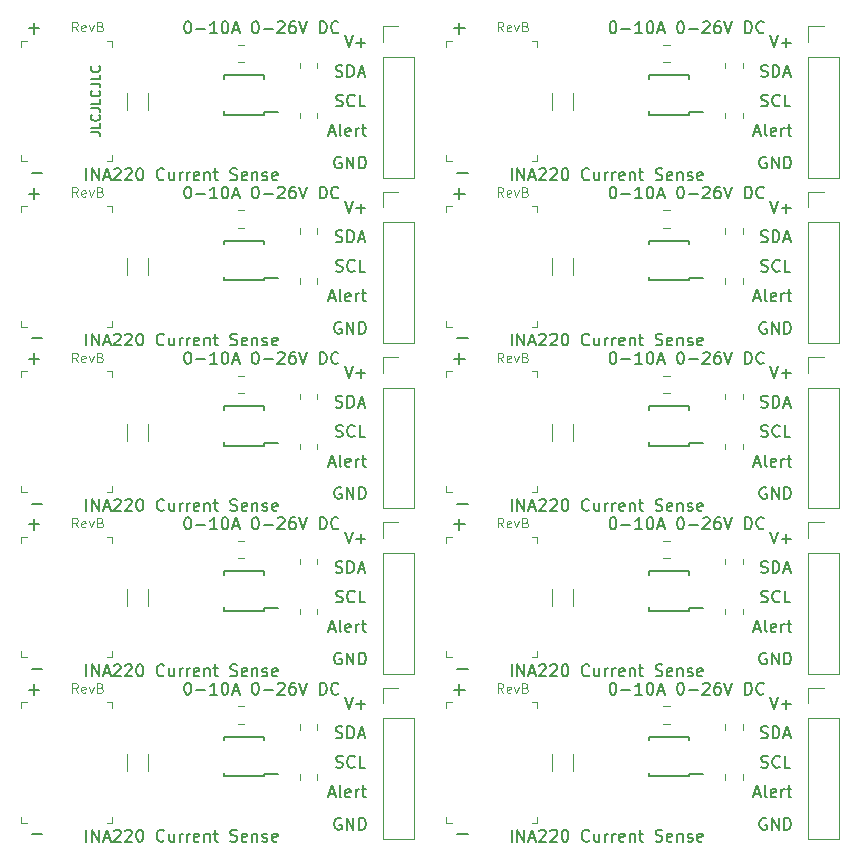
<source format=gbr>
%TF.GenerationSoftware,KiCad,Pcbnew,5.1.10*%
%TF.CreationDate,2021-11-07T07:50:52-05:00*%
%TF.ProjectId,CurrentSenseModule-RevB-10p,43757272-656e-4745-9365-6e73654d6f64,rev?*%
%TF.SameCoordinates,Original*%
%TF.FileFunction,Legend,Top*%
%TF.FilePolarity,Positive*%
%FSLAX46Y46*%
G04 Gerber Fmt 4.6, Leading zero omitted, Abs format (unit mm)*
G04 Created by KiCad (PCBNEW 5.1.10) date 2021-11-07 07:50:52*
%MOMM*%
%LPD*%
G01*
G04 APERTURE LIST*
%ADD10C,0.150000*%
%ADD11C,0.110000*%
%ADD12C,0.200000*%
%ADD13C,0.120000*%
%ADD14C,0.100000*%
G04 APERTURE END LIST*
D10*
X106811904Y-69916666D02*
X107383333Y-69916666D01*
X107497619Y-69954761D01*
X107573809Y-70030952D01*
X107611904Y-70145238D01*
X107611904Y-70221428D01*
X107611904Y-69154761D02*
X107611904Y-69535714D01*
X106811904Y-69535714D01*
X107535714Y-68430952D02*
X107573809Y-68469047D01*
X107611904Y-68583333D01*
X107611904Y-68659523D01*
X107573809Y-68773809D01*
X107497619Y-68850000D01*
X107421428Y-68888095D01*
X107269047Y-68926190D01*
X107154761Y-68926190D01*
X107002380Y-68888095D01*
X106926190Y-68850000D01*
X106850000Y-68773809D01*
X106811904Y-68659523D01*
X106811904Y-68583333D01*
X106850000Y-68469047D01*
X106888095Y-68430952D01*
X106811904Y-67859523D02*
X107383333Y-67859523D01*
X107497619Y-67897619D01*
X107573809Y-67973809D01*
X107611904Y-68088095D01*
X107611904Y-68164285D01*
X107611904Y-67097619D02*
X107611904Y-67478571D01*
X106811904Y-67478571D01*
X107535714Y-66373809D02*
X107573809Y-66411904D01*
X107611904Y-66526190D01*
X107611904Y-66602380D01*
X107573809Y-66716666D01*
X107497619Y-66792857D01*
X107421428Y-66830952D01*
X107269047Y-66869047D01*
X107154761Y-66869047D01*
X107002380Y-66830952D01*
X106926190Y-66792857D01*
X106850000Y-66716666D01*
X106811904Y-66602380D01*
X106811904Y-66526190D01*
X106850000Y-66411904D01*
X106888095Y-66373809D01*
X106811904Y-65802380D02*
X107383333Y-65802380D01*
X107497619Y-65840476D01*
X107573809Y-65916666D01*
X107611904Y-66030952D01*
X107611904Y-66107142D01*
X107611904Y-65040476D02*
X107611904Y-65421428D01*
X106811904Y-65421428D01*
X107535714Y-64316666D02*
X107573809Y-64354761D01*
X107611904Y-64469047D01*
X107611904Y-64545238D01*
X107573809Y-64659523D01*
X107497619Y-64735714D01*
X107421428Y-64773809D01*
X107269047Y-64811904D01*
X107154761Y-64811904D01*
X107002380Y-64773809D01*
X106926190Y-64735714D01*
X106850000Y-64659523D01*
X106811904Y-64545238D01*
X106811904Y-64469047D01*
X106850000Y-64354761D01*
X106888095Y-64316666D01*
D11*
X105700000Y-61361904D02*
X105433333Y-60980952D01*
X105242857Y-61361904D02*
X105242857Y-60561904D01*
X105547619Y-60561904D01*
X105623809Y-60600000D01*
X105661904Y-60638095D01*
X105700000Y-60714285D01*
X105700000Y-60828571D01*
X105661904Y-60904761D01*
X105623809Y-60942857D01*
X105547619Y-60980952D01*
X105242857Y-60980952D01*
X106347619Y-61323809D02*
X106271428Y-61361904D01*
X106119047Y-61361904D01*
X106042857Y-61323809D01*
X106004761Y-61247619D01*
X106004761Y-60942857D01*
X106042857Y-60866666D01*
X106119047Y-60828571D01*
X106271428Y-60828571D01*
X106347619Y-60866666D01*
X106385714Y-60942857D01*
X106385714Y-61019047D01*
X106004761Y-61095238D01*
X106652380Y-60828571D02*
X106842857Y-61361904D01*
X107033333Y-60828571D01*
X107604761Y-60942857D02*
X107719047Y-60980952D01*
X107757142Y-61019047D01*
X107795238Y-61095238D01*
X107795238Y-61209523D01*
X107757142Y-61285714D01*
X107719047Y-61323809D01*
X107642857Y-61361904D01*
X107338095Y-61361904D01*
X107338095Y-60561904D01*
X107604761Y-60561904D01*
X107680952Y-60600000D01*
X107719047Y-60638095D01*
X107757142Y-60714285D01*
X107757142Y-60790476D01*
X107719047Y-60866666D01*
X107680952Y-60904761D01*
X107604761Y-60942857D01*
X107338095Y-60942857D01*
D10*
X114964285Y-60502380D02*
X115059523Y-60502380D01*
X115154761Y-60550000D01*
X115202380Y-60597619D01*
X115250000Y-60692857D01*
X115297619Y-60883333D01*
X115297619Y-61121428D01*
X115250000Y-61311904D01*
X115202380Y-61407142D01*
X115154761Y-61454761D01*
X115059523Y-61502380D01*
X114964285Y-61502380D01*
X114869047Y-61454761D01*
X114821428Y-61407142D01*
X114773809Y-61311904D01*
X114726190Y-61121428D01*
X114726190Y-60883333D01*
X114773809Y-60692857D01*
X114821428Y-60597619D01*
X114869047Y-60550000D01*
X114964285Y-60502380D01*
X115726190Y-61121428D02*
X116488095Y-61121428D01*
X117488095Y-61502380D02*
X116916666Y-61502380D01*
X117202380Y-61502380D02*
X117202380Y-60502380D01*
X117107142Y-60645238D01*
X117011904Y-60740476D01*
X116916666Y-60788095D01*
X118107142Y-60502380D02*
X118202380Y-60502380D01*
X118297619Y-60550000D01*
X118345238Y-60597619D01*
X118392857Y-60692857D01*
X118440476Y-60883333D01*
X118440476Y-61121428D01*
X118392857Y-61311904D01*
X118345238Y-61407142D01*
X118297619Y-61454761D01*
X118202380Y-61502380D01*
X118107142Y-61502380D01*
X118011904Y-61454761D01*
X117964285Y-61407142D01*
X117916666Y-61311904D01*
X117869047Y-61121428D01*
X117869047Y-60883333D01*
X117916666Y-60692857D01*
X117964285Y-60597619D01*
X118011904Y-60550000D01*
X118107142Y-60502380D01*
X118821428Y-61216666D02*
X119297619Y-61216666D01*
X118726190Y-61502380D02*
X119059523Y-60502380D01*
X119392857Y-61502380D01*
X120678571Y-60502380D02*
X120773809Y-60502380D01*
X120869047Y-60550000D01*
X120916666Y-60597619D01*
X120964285Y-60692857D01*
X121011904Y-60883333D01*
X121011904Y-61121428D01*
X120964285Y-61311904D01*
X120916666Y-61407142D01*
X120869047Y-61454761D01*
X120773809Y-61502380D01*
X120678571Y-61502380D01*
X120583333Y-61454761D01*
X120535714Y-61407142D01*
X120488095Y-61311904D01*
X120440476Y-61121428D01*
X120440476Y-60883333D01*
X120488095Y-60692857D01*
X120535714Y-60597619D01*
X120583333Y-60550000D01*
X120678571Y-60502380D01*
X121440476Y-61121428D02*
X122202380Y-61121428D01*
X122630952Y-60597619D02*
X122678571Y-60550000D01*
X122773809Y-60502380D01*
X123011904Y-60502380D01*
X123107142Y-60550000D01*
X123154761Y-60597619D01*
X123202380Y-60692857D01*
X123202380Y-60788095D01*
X123154761Y-60930952D01*
X122583333Y-61502380D01*
X123202380Y-61502380D01*
X124059523Y-60502380D02*
X123869047Y-60502380D01*
X123773809Y-60550000D01*
X123726190Y-60597619D01*
X123630952Y-60740476D01*
X123583333Y-60930952D01*
X123583333Y-61311904D01*
X123630952Y-61407142D01*
X123678571Y-61454761D01*
X123773809Y-61502380D01*
X123964285Y-61502380D01*
X124059523Y-61454761D01*
X124107142Y-61407142D01*
X124154761Y-61311904D01*
X124154761Y-61073809D01*
X124107142Y-60978571D01*
X124059523Y-60930952D01*
X123964285Y-60883333D01*
X123773809Y-60883333D01*
X123678571Y-60930952D01*
X123630952Y-60978571D01*
X123583333Y-61073809D01*
X124440476Y-60502380D02*
X124773809Y-61502380D01*
X125107142Y-60502380D01*
X126202380Y-61502380D02*
X126202380Y-60502380D01*
X126440476Y-60502380D01*
X126583333Y-60550000D01*
X126678571Y-60645238D01*
X126726190Y-60740476D01*
X126773809Y-60930952D01*
X126773809Y-61073809D01*
X126726190Y-61264285D01*
X126678571Y-61359523D01*
X126583333Y-61454761D01*
X126440476Y-61502380D01*
X126202380Y-61502380D01*
X127773809Y-61407142D02*
X127726190Y-61454761D01*
X127583333Y-61502380D01*
X127488095Y-61502380D01*
X127345238Y-61454761D01*
X127250000Y-61359523D01*
X127202380Y-61264285D01*
X127154761Y-61073809D01*
X127154761Y-60930952D01*
X127202380Y-60740476D01*
X127250000Y-60645238D01*
X127345238Y-60550000D01*
X127488095Y-60502380D01*
X127583333Y-60502380D01*
X127726190Y-60550000D01*
X127773809Y-60597619D01*
X106428571Y-73952380D02*
X106428571Y-72952380D01*
X106904761Y-73952380D02*
X106904761Y-72952380D01*
X107476190Y-73952380D01*
X107476190Y-72952380D01*
X107904761Y-73666666D02*
X108380952Y-73666666D01*
X107809523Y-73952380D02*
X108142857Y-72952380D01*
X108476190Y-73952380D01*
X108761904Y-73047619D02*
X108809523Y-73000000D01*
X108904761Y-72952380D01*
X109142857Y-72952380D01*
X109238095Y-73000000D01*
X109285714Y-73047619D01*
X109333333Y-73142857D01*
X109333333Y-73238095D01*
X109285714Y-73380952D01*
X108714285Y-73952380D01*
X109333333Y-73952380D01*
X109714285Y-73047619D02*
X109761904Y-73000000D01*
X109857142Y-72952380D01*
X110095238Y-72952380D01*
X110190476Y-73000000D01*
X110238095Y-73047619D01*
X110285714Y-73142857D01*
X110285714Y-73238095D01*
X110238095Y-73380952D01*
X109666666Y-73952380D01*
X110285714Y-73952380D01*
X110904761Y-72952380D02*
X111000000Y-72952380D01*
X111095238Y-73000000D01*
X111142857Y-73047619D01*
X111190476Y-73142857D01*
X111238095Y-73333333D01*
X111238095Y-73571428D01*
X111190476Y-73761904D01*
X111142857Y-73857142D01*
X111095238Y-73904761D01*
X111000000Y-73952380D01*
X110904761Y-73952380D01*
X110809523Y-73904761D01*
X110761904Y-73857142D01*
X110714285Y-73761904D01*
X110666666Y-73571428D01*
X110666666Y-73333333D01*
X110714285Y-73142857D01*
X110761904Y-73047619D01*
X110809523Y-73000000D01*
X110904761Y-72952380D01*
X113000000Y-73857142D02*
X112952380Y-73904761D01*
X112809523Y-73952380D01*
X112714285Y-73952380D01*
X112571428Y-73904761D01*
X112476190Y-73809523D01*
X112428571Y-73714285D01*
X112380952Y-73523809D01*
X112380952Y-73380952D01*
X112428571Y-73190476D01*
X112476190Y-73095238D01*
X112571428Y-73000000D01*
X112714285Y-72952380D01*
X112809523Y-72952380D01*
X112952380Y-73000000D01*
X113000000Y-73047619D01*
X113857142Y-73285714D02*
X113857142Y-73952380D01*
X113428571Y-73285714D02*
X113428571Y-73809523D01*
X113476190Y-73904761D01*
X113571428Y-73952380D01*
X113714285Y-73952380D01*
X113809523Y-73904761D01*
X113857142Y-73857142D01*
X114333333Y-73952380D02*
X114333333Y-73285714D01*
X114333333Y-73476190D02*
X114380952Y-73380952D01*
X114428571Y-73333333D01*
X114523809Y-73285714D01*
X114619047Y-73285714D01*
X114952380Y-73952380D02*
X114952380Y-73285714D01*
X114952380Y-73476190D02*
X115000000Y-73380952D01*
X115047619Y-73333333D01*
X115142857Y-73285714D01*
X115238095Y-73285714D01*
X115952380Y-73904761D02*
X115857142Y-73952380D01*
X115666666Y-73952380D01*
X115571428Y-73904761D01*
X115523809Y-73809523D01*
X115523809Y-73428571D01*
X115571428Y-73333333D01*
X115666666Y-73285714D01*
X115857142Y-73285714D01*
X115952380Y-73333333D01*
X116000000Y-73428571D01*
X116000000Y-73523809D01*
X115523809Y-73619047D01*
X116428571Y-73285714D02*
X116428571Y-73952380D01*
X116428571Y-73380952D02*
X116476190Y-73333333D01*
X116571428Y-73285714D01*
X116714285Y-73285714D01*
X116809523Y-73333333D01*
X116857142Y-73428571D01*
X116857142Y-73952380D01*
X117190476Y-73285714D02*
X117571428Y-73285714D01*
X117333333Y-72952380D02*
X117333333Y-73809523D01*
X117380952Y-73904761D01*
X117476190Y-73952380D01*
X117571428Y-73952380D01*
X118619047Y-73904761D02*
X118761904Y-73952380D01*
X119000000Y-73952380D01*
X119095238Y-73904761D01*
X119142857Y-73857142D01*
X119190476Y-73761904D01*
X119190476Y-73666666D01*
X119142857Y-73571428D01*
X119095238Y-73523809D01*
X119000000Y-73476190D01*
X118809523Y-73428571D01*
X118714285Y-73380952D01*
X118666666Y-73333333D01*
X118619047Y-73238095D01*
X118619047Y-73142857D01*
X118666666Y-73047619D01*
X118714285Y-73000000D01*
X118809523Y-72952380D01*
X119047619Y-72952380D01*
X119190476Y-73000000D01*
X120000000Y-73904761D02*
X119904761Y-73952380D01*
X119714285Y-73952380D01*
X119619047Y-73904761D01*
X119571428Y-73809523D01*
X119571428Y-73428571D01*
X119619047Y-73333333D01*
X119714285Y-73285714D01*
X119904761Y-73285714D01*
X120000000Y-73333333D01*
X120047619Y-73428571D01*
X120047619Y-73523809D01*
X119571428Y-73619047D01*
X120476190Y-73285714D02*
X120476190Y-73952380D01*
X120476190Y-73380952D02*
X120523809Y-73333333D01*
X120619047Y-73285714D01*
X120761904Y-73285714D01*
X120857142Y-73333333D01*
X120904761Y-73428571D01*
X120904761Y-73952380D01*
X121333333Y-73904761D02*
X121428571Y-73952380D01*
X121619047Y-73952380D01*
X121714285Y-73904761D01*
X121761904Y-73809523D01*
X121761904Y-73761904D01*
X121714285Y-73666666D01*
X121619047Y-73619047D01*
X121476190Y-73619047D01*
X121380952Y-73571428D01*
X121333333Y-73476190D01*
X121333333Y-73428571D01*
X121380952Y-73333333D01*
X121476190Y-73285714D01*
X121619047Y-73285714D01*
X121714285Y-73333333D01*
X122571428Y-73904761D02*
X122476190Y-73952380D01*
X122285714Y-73952380D01*
X122190476Y-73904761D01*
X122142857Y-73809523D01*
X122142857Y-73428571D01*
X122190476Y-73333333D01*
X122285714Y-73285714D01*
X122476190Y-73285714D01*
X122571428Y-73333333D01*
X122619047Y-73428571D01*
X122619047Y-73523809D01*
X122142857Y-73619047D01*
X127988095Y-72000000D02*
X127892857Y-71952380D01*
X127750000Y-71952380D01*
X127607142Y-72000000D01*
X127511904Y-72095238D01*
X127464285Y-72190476D01*
X127416666Y-72380952D01*
X127416666Y-72523809D01*
X127464285Y-72714285D01*
X127511904Y-72809523D01*
X127607142Y-72904761D01*
X127750000Y-72952380D01*
X127845238Y-72952380D01*
X127988095Y-72904761D01*
X128035714Y-72857142D01*
X128035714Y-72523809D01*
X127845238Y-72523809D01*
X128464285Y-72952380D02*
X128464285Y-71952380D01*
X129035714Y-72952380D01*
X129035714Y-71952380D01*
X129511904Y-72952380D02*
X129511904Y-71952380D01*
X129750000Y-71952380D01*
X129892857Y-72000000D01*
X129988095Y-72095238D01*
X130035714Y-72190476D01*
X130083333Y-72380952D01*
X130083333Y-72523809D01*
X130035714Y-72714285D01*
X129988095Y-72809523D01*
X129892857Y-72904761D01*
X129750000Y-72952380D01*
X129511904Y-72952380D01*
X126976190Y-69916666D02*
X127452380Y-69916666D01*
X126880952Y-70202380D02*
X127214285Y-69202380D01*
X127547619Y-70202380D01*
X128023809Y-70202380D02*
X127928571Y-70154761D01*
X127880952Y-70059523D01*
X127880952Y-69202380D01*
X128785714Y-70154761D02*
X128690476Y-70202380D01*
X128500000Y-70202380D01*
X128404761Y-70154761D01*
X128357142Y-70059523D01*
X128357142Y-69678571D01*
X128404761Y-69583333D01*
X128500000Y-69535714D01*
X128690476Y-69535714D01*
X128785714Y-69583333D01*
X128833333Y-69678571D01*
X128833333Y-69773809D01*
X128357142Y-69869047D01*
X129261904Y-70202380D02*
X129261904Y-69535714D01*
X129261904Y-69726190D02*
X129309523Y-69630952D01*
X129357142Y-69583333D01*
X129452380Y-69535714D01*
X129547619Y-69535714D01*
X129738095Y-69535714D02*
X130119047Y-69535714D01*
X129880952Y-69202380D02*
X129880952Y-70059523D01*
X129928571Y-70154761D01*
X130023809Y-70202380D01*
X130119047Y-70202380D01*
X127559523Y-67654761D02*
X127702380Y-67702380D01*
X127940476Y-67702380D01*
X128035714Y-67654761D01*
X128083333Y-67607142D01*
X128130952Y-67511904D01*
X128130952Y-67416666D01*
X128083333Y-67321428D01*
X128035714Y-67273809D01*
X127940476Y-67226190D01*
X127750000Y-67178571D01*
X127654761Y-67130952D01*
X127607142Y-67083333D01*
X127559523Y-66988095D01*
X127559523Y-66892857D01*
X127607142Y-66797619D01*
X127654761Y-66750000D01*
X127750000Y-66702380D01*
X127988095Y-66702380D01*
X128130952Y-66750000D01*
X129130952Y-67607142D02*
X129083333Y-67654761D01*
X128940476Y-67702380D01*
X128845238Y-67702380D01*
X128702380Y-67654761D01*
X128607142Y-67559523D01*
X128559523Y-67464285D01*
X128511904Y-67273809D01*
X128511904Y-67130952D01*
X128559523Y-66940476D01*
X128607142Y-66845238D01*
X128702380Y-66750000D01*
X128845238Y-66702380D01*
X128940476Y-66702380D01*
X129083333Y-66750000D01*
X129130952Y-66797619D01*
X130035714Y-67702380D02*
X129559523Y-67702380D01*
X129559523Y-66702380D01*
X127535714Y-65154761D02*
X127678571Y-65202380D01*
X127916666Y-65202380D01*
X128011904Y-65154761D01*
X128059523Y-65107142D01*
X128107142Y-65011904D01*
X128107142Y-64916666D01*
X128059523Y-64821428D01*
X128011904Y-64773809D01*
X127916666Y-64726190D01*
X127726190Y-64678571D01*
X127630952Y-64630952D01*
X127583333Y-64583333D01*
X127535714Y-64488095D01*
X127535714Y-64392857D01*
X127583333Y-64297619D01*
X127630952Y-64250000D01*
X127726190Y-64202380D01*
X127964285Y-64202380D01*
X128107142Y-64250000D01*
X128535714Y-65202380D02*
X128535714Y-64202380D01*
X128773809Y-64202380D01*
X128916666Y-64250000D01*
X129011904Y-64345238D01*
X129059523Y-64440476D01*
X129107142Y-64630952D01*
X129107142Y-64773809D01*
X129059523Y-64964285D01*
X129011904Y-65059523D01*
X128916666Y-65154761D01*
X128773809Y-65202380D01*
X128535714Y-65202380D01*
X129488095Y-64916666D02*
X129964285Y-64916666D01*
X129392857Y-65202380D02*
X129726190Y-64202380D01*
X130059523Y-65202380D01*
X128297619Y-61702380D02*
X128630952Y-62702380D01*
X128964285Y-61702380D01*
X129297619Y-62321428D02*
X130059523Y-62321428D01*
X129678571Y-62702380D02*
X129678571Y-61940476D01*
D12*
X101792857Y-73335714D02*
X102707142Y-73335714D01*
X101542857Y-61085714D02*
X102457142Y-61085714D01*
X102000000Y-61542857D02*
X102000000Y-60628571D01*
D11*
X105700000Y-75361904D02*
X105433333Y-74980952D01*
X105242857Y-75361904D02*
X105242857Y-74561904D01*
X105547619Y-74561904D01*
X105623809Y-74600000D01*
X105661904Y-74638095D01*
X105700000Y-74714285D01*
X105700000Y-74828571D01*
X105661904Y-74904761D01*
X105623809Y-74942857D01*
X105547619Y-74980952D01*
X105242857Y-74980952D01*
X106347619Y-75323809D02*
X106271428Y-75361904D01*
X106119047Y-75361904D01*
X106042857Y-75323809D01*
X106004761Y-75247619D01*
X106004761Y-74942857D01*
X106042857Y-74866666D01*
X106119047Y-74828571D01*
X106271428Y-74828571D01*
X106347619Y-74866666D01*
X106385714Y-74942857D01*
X106385714Y-75019047D01*
X106004761Y-75095238D01*
X106652380Y-74828571D02*
X106842857Y-75361904D01*
X107033333Y-74828571D01*
X107604761Y-74942857D02*
X107719047Y-74980952D01*
X107757142Y-75019047D01*
X107795238Y-75095238D01*
X107795238Y-75209523D01*
X107757142Y-75285714D01*
X107719047Y-75323809D01*
X107642857Y-75361904D01*
X107338095Y-75361904D01*
X107338095Y-74561904D01*
X107604761Y-74561904D01*
X107680952Y-74600000D01*
X107719047Y-74638095D01*
X107757142Y-74714285D01*
X107757142Y-74790476D01*
X107719047Y-74866666D01*
X107680952Y-74904761D01*
X107604761Y-74942857D01*
X107338095Y-74942857D01*
D10*
X114964285Y-74502380D02*
X115059523Y-74502380D01*
X115154761Y-74550000D01*
X115202380Y-74597619D01*
X115250000Y-74692857D01*
X115297619Y-74883333D01*
X115297619Y-75121428D01*
X115250000Y-75311904D01*
X115202380Y-75407142D01*
X115154761Y-75454761D01*
X115059523Y-75502380D01*
X114964285Y-75502380D01*
X114869047Y-75454761D01*
X114821428Y-75407142D01*
X114773809Y-75311904D01*
X114726190Y-75121428D01*
X114726190Y-74883333D01*
X114773809Y-74692857D01*
X114821428Y-74597619D01*
X114869047Y-74550000D01*
X114964285Y-74502380D01*
X115726190Y-75121428D02*
X116488095Y-75121428D01*
X117488095Y-75502380D02*
X116916666Y-75502380D01*
X117202380Y-75502380D02*
X117202380Y-74502380D01*
X117107142Y-74645238D01*
X117011904Y-74740476D01*
X116916666Y-74788095D01*
X118107142Y-74502380D02*
X118202380Y-74502380D01*
X118297619Y-74550000D01*
X118345238Y-74597619D01*
X118392857Y-74692857D01*
X118440476Y-74883333D01*
X118440476Y-75121428D01*
X118392857Y-75311904D01*
X118345238Y-75407142D01*
X118297619Y-75454761D01*
X118202380Y-75502380D01*
X118107142Y-75502380D01*
X118011904Y-75454761D01*
X117964285Y-75407142D01*
X117916666Y-75311904D01*
X117869047Y-75121428D01*
X117869047Y-74883333D01*
X117916666Y-74692857D01*
X117964285Y-74597619D01*
X118011904Y-74550000D01*
X118107142Y-74502380D01*
X118821428Y-75216666D02*
X119297619Y-75216666D01*
X118726190Y-75502380D02*
X119059523Y-74502380D01*
X119392857Y-75502380D01*
X120678571Y-74502380D02*
X120773809Y-74502380D01*
X120869047Y-74550000D01*
X120916666Y-74597619D01*
X120964285Y-74692857D01*
X121011904Y-74883333D01*
X121011904Y-75121428D01*
X120964285Y-75311904D01*
X120916666Y-75407142D01*
X120869047Y-75454761D01*
X120773809Y-75502380D01*
X120678571Y-75502380D01*
X120583333Y-75454761D01*
X120535714Y-75407142D01*
X120488095Y-75311904D01*
X120440476Y-75121428D01*
X120440476Y-74883333D01*
X120488095Y-74692857D01*
X120535714Y-74597619D01*
X120583333Y-74550000D01*
X120678571Y-74502380D01*
X121440476Y-75121428D02*
X122202380Y-75121428D01*
X122630952Y-74597619D02*
X122678571Y-74550000D01*
X122773809Y-74502380D01*
X123011904Y-74502380D01*
X123107142Y-74550000D01*
X123154761Y-74597619D01*
X123202380Y-74692857D01*
X123202380Y-74788095D01*
X123154761Y-74930952D01*
X122583333Y-75502380D01*
X123202380Y-75502380D01*
X124059523Y-74502380D02*
X123869047Y-74502380D01*
X123773809Y-74550000D01*
X123726190Y-74597619D01*
X123630952Y-74740476D01*
X123583333Y-74930952D01*
X123583333Y-75311904D01*
X123630952Y-75407142D01*
X123678571Y-75454761D01*
X123773809Y-75502380D01*
X123964285Y-75502380D01*
X124059523Y-75454761D01*
X124107142Y-75407142D01*
X124154761Y-75311904D01*
X124154761Y-75073809D01*
X124107142Y-74978571D01*
X124059523Y-74930952D01*
X123964285Y-74883333D01*
X123773809Y-74883333D01*
X123678571Y-74930952D01*
X123630952Y-74978571D01*
X123583333Y-75073809D01*
X124440476Y-74502380D02*
X124773809Y-75502380D01*
X125107142Y-74502380D01*
X126202380Y-75502380D02*
X126202380Y-74502380D01*
X126440476Y-74502380D01*
X126583333Y-74550000D01*
X126678571Y-74645238D01*
X126726190Y-74740476D01*
X126773809Y-74930952D01*
X126773809Y-75073809D01*
X126726190Y-75264285D01*
X126678571Y-75359523D01*
X126583333Y-75454761D01*
X126440476Y-75502380D01*
X126202380Y-75502380D01*
X127773809Y-75407142D02*
X127726190Y-75454761D01*
X127583333Y-75502380D01*
X127488095Y-75502380D01*
X127345238Y-75454761D01*
X127250000Y-75359523D01*
X127202380Y-75264285D01*
X127154761Y-75073809D01*
X127154761Y-74930952D01*
X127202380Y-74740476D01*
X127250000Y-74645238D01*
X127345238Y-74550000D01*
X127488095Y-74502380D01*
X127583333Y-74502380D01*
X127726190Y-74550000D01*
X127773809Y-74597619D01*
X106428571Y-87952380D02*
X106428571Y-86952380D01*
X106904761Y-87952380D02*
X106904761Y-86952380D01*
X107476190Y-87952380D01*
X107476190Y-86952380D01*
X107904761Y-87666666D02*
X108380952Y-87666666D01*
X107809523Y-87952380D02*
X108142857Y-86952380D01*
X108476190Y-87952380D01*
X108761904Y-87047619D02*
X108809523Y-87000000D01*
X108904761Y-86952380D01*
X109142857Y-86952380D01*
X109238095Y-87000000D01*
X109285714Y-87047619D01*
X109333333Y-87142857D01*
X109333333Y-87238095D01*
X109285714Y-87380952D01*
X108714285Y-87952380D01*
X109333333Y-87952380D01*
X109714285Y-87047619D02*
X109761904Y-87000000D01*
X109857142Y-86952380D01*
X110095238Y-86952380D01*
X110190476Y-87000000D01*
X110238095Y-87047619D01*
X110285714Y-87142857D01*
X110285714Y-87238095D01*
X110238095Y-87380952D01*
X109666666Y-87952380D01*
X110285714Y-87952380D01*
X110904761Y-86952380D02*
X111000000Y-86952380D01*
X111095238Y-87000000D01*
X111142857Y-87047619D01*
X111190476Y-87142857D01*
X111238095Y-87333333D01*
X111238095Y-87571428D01*
X111190476Y-87761904D01*
X111142857Y-87857142D01*
X111095238Y-87904761D01*
X111000000Y-87952380D01*
X110904761Y-87952380D01*
X110809523Y-87904761D01*
X110761904Y-87857142D01*
X110714285Y-87761904D01*
X110666666Y-87571428D01*
X110666666Y-87333333D01*
X110714285Y-87142857D01*
X110761904Y-87047619D01*
X110809523Y-87000000D01*
X110904761Y-86952380D01*
X113000000Y-87857142D02*
X112952380Y-87904761D01*
X112809523Y-87952380D01*
X112714285Y-87952380D01*
X112571428Y-87904761D01*
X112476190Y-87809523D01*
X112428571Y-87714285D01*
X112380952Y-87523809D01*
X112380952Y-87380952D01*
X112428571Y-87190476D01*
X112476190Y-87095238D01*
X112571428Y-87000000D01*
X112714285Y-86952380D01*
X112809523Y-86952380D01*
X112952380Y-87000000D01*
X113000000Y-87047619D01*
X113857142Y-87285714D02*
X113857142Y-87952380D01*
X113428571Y-87285714D02*
X113428571Y-87809523D01*
X113476190Y-87904761D01*
X113571428Y-87952380D01*
X113714285Y-87952380D01*
X113809523Y-87904761D01*
X113857142Y-87857142D01*
X114333333Y-87952380D02*
X114333333Y-87285714D01*
X114333333Y-87476190D02*
X114380952Y-87380952D01*
X114428571Y-87333333D01*
X114523809Y-87285714D01*
X114619047Y-87285714D01*
X114952380Y-87952380D02*
X114952380Y-87285714D01*
X114952380Y-87476190D02*
X115000000Y-87380952D01*
X115047619Y-87333333D01*
X115142857Y-87285714D01*
X115238095Y-87285714D01*
X115952380Y-87904761D02*
X115857142Y-87952380D01*
X115666666Y-87952380D01*
X115571428Y-87904761D01*
X115523809Y-87809523D01*
X115523809Y-87428571D01*
X115571428Y-87333333D01*
X115666666Y-87285714D01*
X115857142Y-87285714D01*
X115952380Y-87333333D01*
X116000000Y-87428571D01*
X116000000Y-87523809D01*
X115523809Y-87619047D01*
X116428571Y-87285714D02*
X116428571Y-87952380D01*
X116428571Y-87380952D02*
X116476190Y-87333333D01*
X116571428Y-87285714D01*
X116714285Y-87285714D01*
X116809523Y-87333333D01*
X116857142Y-87428571D01*
X116857142Y-87952380D01*
X117190476Y-87285714D02*
X117571428Y-87285714D01*
X117333333Y-86952380D02*
X117333333Y-87809523D01*
X117380952Y-87904761D01*
X117476190Y-87952380D01*
X117571428Y-87952380D01*
X118619047Y-87904761D02*
X118761904Y-87952380D01*
X119000000Y-87952380D01*
X119095238Y-87904761D01*
X119142857Y-87857142D01*
X119190476Y-87761904D01*
X119190476Y-87666666D01*
X119142857Y-87571428D01*
X119095238Y-87523809D01*
X119000000Y-87476190D01*
X118809523Y-87428571D01*
X118714285Y-87380952D01*
X118666666Y-87333333D01*
X118619047Y-87238095D01*
X118619047Y-87142857D01*
X118666666Y-87047619D01*
X118714285Y-87000000D01*
X118809523Y-86952380D01*
X119047619Y-86952380D01*
X119190476Y-87000000D01*
X120000000Y-87904761D02*
X119904761Y-87952380D01*
X119714285Y-87952380D01*
X119619047Y-87904761D01*
X119571428Y-87809523D01*
X119571428Y-87428571D01*
X119619047Y-87333333D01*
X119714285Y-87285714D01*
X119904761Y-87285714D01*
X120000000Y-87333333D01*
X120047619Y-87428571D01*
X120047619Y-87523809D01*
X119571428Y-87619047D01*
X120476190Y-87285714D02*
X120476190Y-87952380D01*
X120476190Y-87380952D02*
X120523809Y-87333333D01*
X120619047Y-87285714D01*
X120761904Y-87285714D01*
X120857142Y-87333333D01*
X120904761Y-87428571D01*
X120904761Y-87952380D01*
X121333333Y-87904761D02*
X121428571Y-87952380D01*
X121619047Y-87952380D01*
X121714285Y-87904761D01*
X121761904Y-87809523D01*
X121761904Y-87761904D01*
X121714285Y-87666666D01*
X121619047Y-87619047D01*
X121476190Y-87619047D01*
X121380952Y-87571428D01*
X121333333Y-87476190D01*
X121333333Y-87428571D01*
X121380952Y-87333333D01*
X121476190Y-87285714D01*
X121619047Y-87285714D01*
X121714285Y-87333333D01*
X122571428Y-87904761D02*
X122476190Y-87952380D01*
X122285714Y-87952380D01*
X122190476Y-87904761D01*
X122142857Y-87809523D01*
X122142857Y-87428571D01*
X122190476Y-87333333D01*
X122285714Y-87285714D01*
X122476190Y-87285714D01*
X122571428Y-87333333D01*
X122619047Y-87428571D01*
X122619047Y-87523809D01*
X122142857Y-87619047D01*
X127988095Y-86000000D02*
X127892857Y-85952380D01*
X127750000Y-85952380D01*
X127607142Y-86000000D01*
X127511904Y-86095238D01*
X127464285Y-86190476D01*
X127416666Y-86380952D01*
X127416666Y-86523809D01*
X127464285Y-86714285D01*
X127511904Y-86809523D01*
X127607142Y-86904761D01*
X127750000Y-86952380D01*
X127845238Y-86952380D01*
X127988095Y-86904761D01*
X128035714Y-86857142D01*
X128035714Y-86523809D01*
X127845238Y-86523809D01*
X128464285Y-86952380D02*
X128464285Y-85952380D01*
X129035714Y-86952380D01*
X129035714Y-85952380D01*
X129511904Y-86952380D02*
X129511904Y-85952380D01*
X129750000Y-85952380D01*
X129892857Y-86000000D01*
X129988095Y-86095238D01*
X130035714Y-86190476D01*
X130083333Y-86380952D01*
X130083333Y-86523809D01*
X130035714Y-86714285D01*
X129988095Y-86809523D01*
X129892857Y-86904761D01*
X129750000Y-86952380D01*
X129511904Y-86952380D01*
X126976190Y-83916666D02*
X127452380Y-83916666D01*
X126880952Y-84202380D02*
X127214285Y-83202380D01*
X127547619Y-84202380D01*
X128023809Y-84202380D02*
X127928571Y-84154761D01*
X127880952Y-84059523D01*
X127880952Y-83202380D01*
X128785714Y-84154761D02*
X128690476Y-84202380D01*
X128500000Y-84202380D01*
X128404761Y-84154761D01*
X128357142Y-84059523D01*
X128357142Y-83678571D01*
X128404761Y-83583333D01*
X128500000Y-83535714D01*
X128690476Y-83535714D01*
X128785714Y-83583333D01*
X128833333Y-83678571D01*
X128833333Y-83773809D01*
X128357142Y-83869047D01*
X129261904Y-84202380D02*
X129261904Y-83535714D01*
X129261904Y-83726190D02*
X129309523Y-83630952D01*
X129357142Y-83583333D01*
X129452380Y-83535714D01*
X129547619Y-83535714D01*
X129738095Y-83535714D02*
X130119047Y-83535714D01*
X129880952Y-83202380D02*
X129880952Y-84059523D01*
X129928571Y-84154761D01*
X130023809Y-84202380D01*
X130119047Y-84202380D01*
X127559523Y-81654761D02*
X127702380Y-81702380D01*
X127940476Y-81702380D01*
X128035714Y-81654761D01*
X128083333Y-81607142D01*
X128130952Y-81511904D01*
X128130952Y-81416666D01*
X128083333Y-81321428D01*
X128035714Y-81273809D01*
X127940476Y-81226190D01*
X127750000Y-81178571D01*
X127654761Y-81130952D01*
X127607142Y-81083333D01*
X127559523Y-80988095D01*
X127559523Y-80892857D01*
X127607142Y-80797619D01*
X127654761Y-80750000D01*
X127750000Y-80702380D01*
X127988095Y-80702380D01*
X128130952Y-80750000D01*
X129130952Y-81607142D02*
X129083333Y-81654761D01*
X128940476Y-81702380D01*
X128845238Y-81702380D01*
X128702380Y-81654761D01*
X128607142Y-81559523D01*
X128559523Y-81464285D01*
X128511904Y-81273809D01*
X128511904Y-81130952D01*
X128559523Y-80940476D01*
X128607142Y-80845238D01*
X128702380Y-80750000D01*
X128845238Y-80702380D01*
X128940476Y-80702380D01*
X129083333Y-80750000D01*
X129130952Y-80797619D01*
X130035714Y-81702380D02*
X129559523Y-81702380D01*
X129559523Y-80702380D01*
X127535714Y-79154761D02*
X127678571Y-79202380D01*
X127916666Y-79202380D01*
X128011904Y-79154761D01*
X128059523Y-79107142D01*
X128107142Y-79011904D01*
X128107142Y-78916666D01*
X128059523Y-78821428D01*
X128011904Y-78773809D01*
X127916666Y-78726190D01*
X127726190Y-78678571D01*
X127630952Y-78630952D01*
X127583333Y-78583333D01*
X127535714Y-78488095D01*
X127535714Y-78392857D01*
X127583333Y-78297619D01*
X127630952Y-78250000D01*
X127726190Y-78202380D01*
X127964285Y-78202380D01*
X128107142Y-78250000D01*
X128535714Y-79202380D02*
X128535714Y-78202380D01*
X128773809Y-78202380D01*
X128916666Y-78250000D01*
X129011904Y-78345238D01*
X129059523Y-78440476D01*
X129107142Y-78630952D01*
X129107142Y-78773809D01*
X129059523Y-78964285D01*
X129011904Y-79059523D01*
X128916666Y-79154761D01*
X128773809Y-79202380D01*
X128535714Y-79202380D01*
X129488095Y-78916666D02*
X129964285Y-78916666D01*
X129392857Y-79202380D02*
X129726190Y-78202380D01*
X130059523Y-79202380D01*
X128297619Y-75702380D02*
X128630952Y-76702380D01*
X128964285Y-75702380D01*
X129297619Y-76321428D02*
X130059523Y-76321428D01*
X129678571Y-76702380D02*
X129678571Y-75940476D01*
D12*
X101792857Y-87335714D02*
X102707142Y-87335714D01*
X101542857Y-75085714D02*
X102457142Y-75085714D01*
X102000000Y-75542857D02*
X102000000Y-74628571D01*
D11*
X141700000Y-61361904D02*
X141433333Y-60980952D01*
X141242857Y-61361904D02*
X141242857Y-60561904D01*
X141547619Y-60561904D01*
X141623809Y-60600000D01*
X141661904Y-60638095D01*
X141700000Y-60714285D01*
X141700000Y-60828571D01*
X141661904Y-60904761D01*
X141623809Y-60942857D01*
X141547619Y-60980952D01*
X141242857Y-60980952D01*
X142347619Y-61323809D02*
X142271428Y-61361904D01*
X142119047Y-61361904D01*
X142042857Y-61323809D01*
X142004761Y-61247619D01*
X142004761Y-60942857D01*
X142042857Y-60866666D01*
X142119047Y-60828571D01*
X142271428Y-60828571D01*
X142347619Y-60866666D01*
X142385714Y-60942857D01*
X142385714Y-61019047D01*
X142004761Y-61095238D01*
X142652380Y-60828571D02*
X142842857Y-61361904D01*
X143033333Y-60828571D01*
X143604761Y-60942857D02*
X143719047Y-60980952D01*
X143757142Y-61019047D01*
X143795238Y-61095238D01*
X143795238Y-61209523D01*
X143757142Y-61285714D01*
X143719047Y-61323809D01*
X143642857Y-61361904D01*
X143338095Y-61361904D01*
X143338095Y-60561904D01*
X143604761Y-60561904D01*
X143680952Y-60600000D01*
X143719047Y-60638095D01*
X143757142Y-60714285D01*
X143757142Y-60790476D01*
X143719047Y-60866666D01*
X143680952Y-60904761D01*
X143604761Y-60942857D01*
X143338095Y-60942857D01*
D10*
X150964285Y-60502380D02*
X151059523Y-60502380D01*
X151154761Y-60550000D01*
X151202380Y-60597619D01*
X151250000Y-60692857D01*
X151297619Y-60883333D01*
X151297619Y-61121428D01*
X151250000Y-61311904D01*
X151202380Y-61407142D01*
X151154761Y-61454761D01*
X151059523Y-61502380D01*
X150964285Y-61502380D01*
X150869047Y-61454761D01*
X150821428Y-61407142D01*
X150773809Y-61311904D01*
X150726190Y-61121428D01*
X150726190Y-60883333D01*
X150773809Y-60692857D01*
X150821428Y-60597619D01*
X150869047Y-60550000D01*
X150964285Y-60502380D01*
X151726190Y-61121428D02*
X152488095Y-61121428D01*
X153488095Y-61502380D02*
X152916666Y-61502380D01*
X153202380Y-61502380D02*
X153202380Y-60502380D01*
X153107142Y-60645238D01*
X153011904Y-60740476D01*
X152916666Y-60788095D01*
X154107142Y-60502380D02*
X154202380Y-60502380D01*
X154297619Y-60550000D01*
X154345238Y-60597619D01*
X154392857Y-60692857D01*
X154440476Y-60883333D01*
X154440476Y-61121428D01*
X154392857Y-61311904D01*
X154345238Y-61407142D01*
X154297619Y-61454761D01*
X154202380Y-61502380D01*
X154107142Y-61502380D01*
X154011904Y-61454761D01*
X153964285Y-61407142D01*
X153916666Y-61311904D01*
X153869047Y-61121428D01*
X153869047Y-60883333D01*
X153916666Y-60692857D01*
X153964285Y-60597619D01*
X154011904Y-60550000D01*
X154107142Y-60502380D01*
X154821428Y-61216666D02*
X155297619Y-61216666D01*
X154726190Y-61502380D02*
X155059523Y-60502380D01*
X155392857Y-61502380D01*
X156678571Y-60502380D02*
X156773809Y-60502380D01*
X156869047Y-60550000D01*
X156916666Y-60597619D01*
X156964285Y-60692857D01*
X157011904Y-60883333D01*
X157011904Y-61121428D01*
X156964285Y-61311904D01*
X156916666Y-61407142D01*
X156869047Y-61454761D01*
X156773809Y-61502380D01*
X156678571Y-61502380D01*
X156583333Y-61454761D01*
X156535714Y-61407142D01*
X156488095Y-61311904D01*
X156440476Y-61121428D01*
X156440476Y-60883333D01*
X156488095Y-60692857D01*
X156535714Y-60597619D01*
X156583333Y-60550000D01*
X156678571Y-60502380D01*
X157440476Y-61121428D02*
X158202380Y-61121428D01*
X158630952Y-60597619D02*
X158678571Y-60550000D01*
X158773809Y-60502380D01*
X159011904Y-60502380D01*
X159107142Y-60550000D01*
X159154761Y-60597619D01*
X159202380Y-60692857D01*
X159202380Y-60788095D01*
X159154761Y-60930952D01*
X158583333Y-61502380D01*
X159202380Y-61502380D01*
X160059523Y-60502380D02*
X159869047Y-60502380D01*
X159773809Y-60550000D01*
X159726190Y-60597619D01*
X159630952Y-60740476D01*
X159583333Y-60930952D01*
X159583333Y-61311904D01*
X159630952Y-61407142D01*
X159678571Y-61454761D01*
X159773809Y-61502380D01*
X159964285Y-61502380D01*
X160059523Y-61454761D01*
X160107142Y-61407142D01*
X160154761Y-61311904D01*
X160154761Y-61073809D01*
X160107142Y-60978571D01*
X160059523Y-60930952D01*
X159964285Y-60883333D01*
X159773809Y-60883333D01*
X159678571Y-60930952D01*
X159630952Y-60978571D01*
X159583333Y-61073809D01*
X160440476Y-60502380D02*
X160773809Y-61502380D01*
X161107142Y-60502380D01*
X162202380Y-61502380D02*
X162202380Y-60502380D01*
X162440476Y-60502380D01*
X162583333Y-60550000D01*
X162678571Y-60645238D01*
X162726190Y-60740476D01*
X162773809Y-60930952D01*
X162773809Y-61073809D01*
X162726190Y-61264285D01*
X162678571Y-61359523D01*
X162583333Y-61454761D01*
X162440476Y-61502380D01*
X162202380Y-61502380D01*
X163773809Y-61407142D02*
X163726190Y-61454761D01*
X163583333Y-61502380D01*
X163488095Y-61502380D01*
X163345238Y-61454761D01*
X163250000Y-61359523D01*
X163202380Y-61264285D01*
X163154761Y-61073809D01*
X163154761Y-60930952D01*
X163202380Y-60740476D01*
X163250000Y-60645238D01*
X163345238Y-60550000D01*
X163488095Y-60502380D01*
X163583333Y-60502380D01*
X163726190Y-60550000D01*
X163773809Y-60597619D01*
X142428571Y-73952380D02*
X142428571Y-72952380D01*
X142904761Y-73952380D02*
X142904761Y-72952380D01*
X143476190Y-73952380D01*
X143476190Y-72952380D01*
X143904761Y-73666666D02*
X144380952Y-73666666D01*
X143809523Y-73952380D02*
X144142857Y-72952380D01*
X144476190Y-73952380D01*
X144761904Y-73047619D02*
X144809523Y-73000000D01*
X144904761Y-72952380D01*
X145142857Y-72952380D01*
X145238095Y-73000000D01*
X145285714Y-73047619D01*
X145333333Y-73142857D01*
X145333333Y-73238095D01*
X145285714Y-73380952D01*
X144714285Y-73952380D01*
X145333333Y-73952380D01*
X145714285Y-73047619D02*
X145761904Y-73000000D01*
X145857142Y-72952380D01*
X146095238Y-72952380D01*
X146190476Y-73000000D01*
X146238095Y-73047619D01*
X146285714Y-73142857D01*
X146285714Y-73238095D01*
X146238095Y-73380952D01*
X145666666Y-73952380D01*
X146285714Y-73952380D01*
X146904761Y-72952380D02*
X147000000Y-72952380D01*
X147095238Y-73000000D01*
X147142857Y-73047619D01*
X147190476Y-73142857D01*
X147238095Y-73333333D01*
X147238095Y-73571428D01*
X147190476Y-73761904D01*
X147142857Y-73857142D01*
X147095238Y-73904761D01*
X147000000Y-73952380D01*
X146904761Y-73952380D01*
X146809523Y-73904761D01*
X146761904Y-73857142D01*
X146714285Y-73761904D01*
X146666666Y-73571428D01*
X146666666Y-73333333D01*
X146714285Y-73142857D01*
X146761904Y-73047619D01*
X146809523Y-73000000D01*
X146904761Y-72952380D01*
X149000000Y-73857142D02*
X148952380Y-73904761D01*
X148809523Y-73952380D01*
X148714285Y-73952380D01*
X148571428Y-73904761D01*
X148476190Y-73809523D01*
X148428571Y-73714285D01*
X148380952Y-73523809D01*
X148380952Y-73380952D01*
X148428571Y-73190476D01*
X148476190Y-73095238D01*
X148571428Y-73000000D01*
X148714285Y-72952380D01*
X148809523Y-72952380D01*
X148952380Y-73000000D01*
X149000000Y-73047619D01*
X149857142Y-73285714D02*
X149857142Y-73952380D01*
X149428571Y-73285714D02*
X149428571Y-73809523D01*
X149476190Y-73904761D01*
X149571428Y-73952380D01*
X149714285Y-73952380D01*
X149809523Y-73904761D01*
X149857142Y-73857142D01*
X150333333Y-73952380D02*
X150333333Y-73285714D01*
X150333333Y-73476190D02*
X150380952Y-73380952D01*
X150428571Y-73333333D01*
X150523809Y-73285714D01*
X150619047Y-73285714D01*
X150952380Y-73952380D02*
X150952380Y-73285714D01*
X150952380Y-73476190D02*
X151000000Y-73380952D01*
X151047619Y-73333333D01*
X151142857Y-73285714D01*
X151238095Y-73285714D01*
X151952380Y-73904761D02*
X151857142Y-73952380D01*
X151666666Y-73952380D01*
X151571428Y-73904761D01*
X151523809Y-73809523D01*
X151523809Y-73428571D01*
X151571428Y-73333333D01*
X151666666Y-73285714D01*
X151857142Y-73285714D01*
X151952380Y-73333333D01*
X152000000Y-73428571D01*
X152000000Y-73523809D01*
X151523809Y-73619047D01*
X152428571Y-73285714D02*
X152428571Y-73952380D01*
X152428571Y-73380952D02*
X152476190Y-73333333D01*
X152571428Y-73285714D01*
X152714285Y-73285714D01*
X152809523Y-73333333D01*
X152857142Y-73428571D01*
X152857142Y-73952380D01*
X153190476Y-73285714D02*
X153571428Y-73285714D01*
X153333333Y-72952380D02*
X153333333Y-73809523D01*
X153380952Y-73904761D01*
X153476190Y-73952380D01*
X153571428Y-73952380D01*
X154619047Y-73904761D02*
X154761904Y-73952380D01*
X155000000Y-73952380D01*
X155095238Y-73904761D01*
X155142857Y-73857142D01*
X155190476Y-73761904D01*
X155190476Y-73666666D01*
X155142857Y-73571428D01*
X155095238Y-73523809D01*
X155000000Y-73476190D01*
X154809523Y-73428571D01*
X154714285Y-73380952D01*
X154666666Y-73333333D01*
X154619047Y-73238095D01*
X154619047Y-73142857D01*
X154666666Y-73047619D01*
X154714285Y-73000000D01*
X154809523Y-72952380D01*
X155047619Y-72952380D01*
X155190476Y-73000000D01*
X156000000Y-73904761D02*
X155904761Y-73952380D01*
X155714285Y-73952380D01*
X155619047Y-73904761D01*
X155571428Y-73809523D01*
X155571428Y-73428571D01*
X155619047Y-73333333D01*
X155714285Y-73285714D01*
X155904761Y-73285714D01*
X156000000Y-73333333D01*
X156047619Y-73428571D01*
X156047619Y-73523809D01*
X155571428Y-73619047D01*
X156476190Y-73285714D02*
X156476190Y-73952380D01*
X156476190Y-73380952D02*
X156523809Y-73333333D01*
X156619047Y-73285714D01*
X156761904Y-73285714D01*
X156857142Y-73333333D01*
X156904761Y-73428571D01*
X156904761Y-73952380D01*
X157333333Y-73904761D02*
X157428571Y-73952380D01*
X157619047Y-73952380D01*
X157714285Y-73904761D01*
X157761904Y-73809523D01*
X157761904Y-73761904D01*
X157714285Y-73666666D01*
X157619047Y-73619047D01*
X157476190Y-73619047D01*
X157380952Y-73571428D01*
X157333333Y-73476190D01*
X157333333Y-73428571D01*
X157380952Y-73333333D01*
X157476190Y-73285714D01*
X157619047Y-73285714D01*
X157714285Y-73333333D01*
X158571428Y-73904761D02*
X158476190Y-73952380D01*
X158285714Y-73952380D01*
X158190476Y-73904761D01*
X158142857Y-73809523D01*
X158142857Y-73428571D01*
X158190476Y-73333333D01*
X158285714Y-73285714D01*
X158476190Y-73285714D01*
X158571428Y-73333333D01*
X158619047Y-73428571D01*
X158619047Y-73523809D01*
X158142857Y-73619047D01*
X163988095Y-72000000D02*
X163892857Y-71952380D01*
X163750000Y-71952380D01*
X163607142Y-72000000D01*
X163511904Y-72095238D01*
X163464285Y-72190476D01*
X163416666Y-72380952D01*
X163416666Y-72523809D01*
X163464285Y-72714285D01*
X163511904Y-72809523D01*
X163607142Y-72904761D01*
X163750000Y-72952380D01*
X163845238Y-72952380D01*
X163988095Y-72904761D01*
X164035714Y-72857142D01*
X164035714Y-72523809D01*
X163845238Y-72523809D01*
X164464285Y-72952380D02*
X164464285Y-71952380D01*
X165035714Y-72952380D01*
X165035714Y-71952380D01*
X165511904Y-72952380D02*
X165511904Y-71952380D01*
X165750000Y-71952380D01*
X165892857Y-72000000D01*
X165988095Y-72095238D01*
X166035714Y-72190476D01*
X166083333Y-72380952D01*
X166083333Y-72523809D01*
X166035714Y-72714285D01*
X165988095Y-72809523D01*
X165892857Y-72904761D01*
X165750000Y-72952380D01*
X165511904Y-72952380D01*
X162976190Y-69916666D02*
X163452380Y-69916666D01*
X162880952Y-70202380D02*
X163214285Y-69202380D01*
X163547619Y-70202380D01*
X164023809Y-70202380D02*
X163928571Y-70154761D01*
X163880952Y-70059523D01*
X163880952Y-69202380D01*
X164785714Y-70154761D02*
X164690476Y-70202380D01*
X164500000Y-70202380D01*
X164404761Y-70154761D01*
X164357142Y-70059523D01*
X164357142Y-69678571D01*
X164404761Y-69583333D01*
X164500000Y-69535714D01*
X164690476Y-69535714D01*
X164785714Y-69583333D01*
X164833333Y-69678571D01*
X164833333Y-69773809D01*
X164357142Y-69869047D01*
X165261904Y-70202380D02*
X165261904Y-69535714D01*
X165261904Y-69726190D02*
X165309523Y-69630952D01*
X165357142Y-69583333D01*
X165452380Y-69535714D01*
X165547619Y-69535714D01*
X165738095Y-69535714D02*
X166119047Y-69535714D01*
X165880952Y-69202380D02*
X165880952Y-70059523D01*
X165928571Y-70154761D01*
X166023809Y-70202380D01*
X166119047Y-70202380D01*
X163559523Y-67654761D02*
X163702380Y-67702380D01*
X163940476Y-67702380D01*
X164035714Y-67654761D01*
X164083333Y-67607142D01*
X164130952Y-67511904D01*
X164130952Y-67416666D01*
X164083333Y-67321428D01*
X164035714Y-67273809D01*
X163940476Y-67226190D01*
X163750000Y-67178571D01*
X163654761Y-67130952D01*
X163607142Y-67083333D01*
X163559523Y-66988095D01*
X163559523Y-66892857D01*
X163607142Y-66797619D01*
X163654761Y-66750000D01*
X163750000Y-66702380D01*
X163988095Y-66702380D01*
X164130952Y-66750000D01*
X165130952Y-67607142D02*
X165083333Y-67654761D01*
X164940476Y-67702380D01*
X164845238Y-67702380D01*
X164702380Y-67654761D01*
X164607142Y-67559523D01*
X164559523Y-67464285D01*
X164511904Y-67273809D01*
X164511904Y-67130952D01*
X164559523Y-66940476D01*
X164607142Y-66845238D01*
X164702380Y-66750000D01*
X164845238Y-66702380D01*
X164940476Y-66702380D01*
X165083333Y-66750000D01*
X165130952Y-66797619D01*
X166035714Y-67702380D02*
X165559523Y-67702380D01*
X165559523Y-66702380D01*
X163535714Y-65154761D02*
X163678571Y-65202380D01*
X163916666Y-65202380D01*
X164011904Y-65154761D01*
X164059523Y-65107142D01*
X164107142Y-65011904D01*
X164107142Y-64916666D01*
X164059523Y-64821428D01*
X164011904Y-64773809D01*
X163916666Y-64726190D01*
X163726190Y-64678571D01*
X163630952Y-64630952D01*
X163583333Y-64583333D01*
X163535714Y-64488095D01*
X163535714Y-64392857D01*
X163583333Y-64297619D01*
X163630952Y-64250000D01*
X163726190Y-64202380D01*
X163964285Y-64202380D01*
X164107142Y-64250000D01*
X164535714Y-65202380D02*
X164535714Y-64202380D01*
X164773809Y-64202380D01*
X164916666Y-64250000D01*
X165011904Y-64345238D01*
X165059523Y-64440476D01*
X165107142Y-64630952D01*
X165107142Y-64773809D01*
X165059523Y-64964285D01*
X165011904Y-65059523D01*
X164916666Y-65154761D01*
X164773809Y-65202380D01*
X164535714Y-65202380D01*
X165488095Y-64916666D02*
X165964285Y-64916666D01*
X165392857Y-65202380D02*
X165726190Y-64202380D01*
X166059523Y-65202380D01*
X164297619Y-61702380D02*
X164630952Y-62702380D01*
X164964285Y-61702380D01*
X165297619Y-62321428D02*
X166059523Y-62321428D01*
X165678571Y-62702380D02*
X165678571Y-61940476D01*
D12*
X137792857Y-73335714D02*
X138707142Y-73335714D01*
X137542857Y-61085714D02*
X138457142Y-61085714D01*
X138000000Y-61542857D02*
X138000000Y-60628571D01*
D11*
X141700000Y-75361904D02*
X141433333Y-74980952D01*
X141242857Y-75361904D02*
X141242857Y-74561904D01*
X141547619Y-74561904D01*
X141623809Y-74600000D01*
X141661904Y-74638095D01*
X141700000Y-74714285D01*
X141700000Y-74828571D01*
X141661904Y-74904761D01*
X141623809Y-74942857D01*
X141547619Y-74980952D01*
X141242857Y-74980952D01*
X142347619Y-75323809D02*
X142271428Y-75361904D01*
X142119047Y-75361904D01*
X142042857Y-75323809D01*
X142004761Y-75247619D01*
X142004761Y-74942857D01*
X142042857Y-74866666D01*
X142119047Y-74828571D01*
X142271428Y-74828571D01*
X142347619Y-74866666D01*
X142385714Y-74942857D01*
X142385714Y-75019047D01*
X142004761Y-75095238D01*
X142652380Y-74828571D02*
X142842857Y-75361904D01*
X143033333Y-74828571D01*
X143604761Y-74942857D02*
X143719047Y-74980952D01*
X143757142Y-75019047D01*
X143795238Y-75095238D01*
X143795238Y-75209523D01*
X143757142Y-75285714D01*
X143719047Y-75323809D01*
X143642857Y-75361904D01*
X143338095Y-75361904D01*
X143338095Y-74561904D01*
X143604761Y-74561904D01*
X143680952Y-74600000D01*
X143719047Y-74638095D01*
X143757142Y-74714285D01*
X143757142Y-74790476D01*
X143719047Y-74866666D01*
X143680952Y-74904761D01*
X143604761Y-74942857D01*
X143338095Y-74942857D01*
D10*
X150964285Y-74502380D02*
X151059523Y-74502380D01*
X151154761Y-74550000D01*
X151202380Y-74597619D01*
X151250000Y-74692857D01*
X151297619Y-74883333D01*
X151297619Y-75121428D01*
X151250000Y-75311904D01*
X151202380Y-75407142D01*
X151154761Y-75454761D01*
X151059523Y-75502380D01*
X150964285Y-75502380D01*
X150869047Y-75454761D01*
X150821428Y-75407142D01*
X150773809Y-75311904D01*
X150726190Y-75121428D01*
X150726190Y-74883333D01*
X150773809Y-74692857D01*
X150821428Y-74597619D01*
X150869047Y-74550000D01*
X150964285Y-74502380D01*
X151726190Y-75121428D02*
X152488095Y-75121428D01*
X153488095Y-75502380D02*
X152916666Y-75502380D01*
X153202380Y-75502380D02*
X153202380Y-74502380D01*
X153107142Y-74645238D01*
X153011904Y-74740476D01*
X152916666Y-74788095D01*
X154107142Y-74502380D02*
X154202380Y-74502380D01*
X154297619Y-74550000D01*
X154345238Y-74597619D01*
X154392857Y-74692857D01*
X154440476Y-74883333D01*
X154440476Y-75121428D01*
X154392857Y-75311904D01*
X154345238Y-75407142D01*
X154297619Y-75454761D01*
X154202380Y-75502380D01*
X154107142Y-75502380D01*
X154011904Y-75454761D01*
X153964285Y-75407142D01*
X153916666Y-75311904D01*
X153869047Y-75121428D01*
X153869047Y-74883333D01*
X153916666Y-74692857D01*
X153964285Y-74597619D01*
X154011904Y-74550000D01*
X154107142Y-74502380D01*
X154821428Y-75216666D02*
X155297619Y-75216666D01*
X154726190Y-75502380D02*
X155059523Y-74502380D01*
X155392857Y-75502380D01*
X156678571Y-74502380D02*
X156773809Y-74502380D01*
X156869047Y-74550000D01*
X156916666Y-74597619D01*
X156964285Y-74692857D01*
X157011904Y-74883333D01*
X157011904Y-75121428D01*
X156964285Y-75311904D01*
X156916666Y-75407142D01*
X156869047Y-75454761D01*
X156773809Y-75502380D01*
X156678571Y-75502380D01*
X156583333Y-75454761D01*
X156535714Y-75407142D01*
X156488095Y-75311904D01*
X156440476Y-75121428D01*
X156440476Y-74883333D01*
X156488095Y-74692857D01*
X156535714Y-74597619D01*
X156583333Y-74550000D01*
X156678571Y-74502380D01*
X157440476Y-75121428D02*
X158202380Y-75121428D01*
X158630952Y-74597619D02*
X158678571Y-74550000D01*
X158773809Y-74502380D01*
X159011904Y-74502380D01*
X159107142Y-74550000D01*
X159154761Y-74597619D01*
X159202380Y-74692857D01*
X159202380Y-74788095D01*
X159154761Y-74930952D01*
X158583333Y-75502380D01*
X159202380Y-75502380D01*
X160059523Y-74502380D02*
X159869047Y-74502380D01*
X159773809Y-74550000D01*
X159726190Y-74597619D01*
X159630952Y-74740476D01*
X159583333Y-74930952D01*
X159583333Y-75311904D01*
X159630952Y-75407142D01*
X159678571Y-75454761D01*
X159773809Y-75502380D01*
X159964285Y-75502380D01*
X160059523Y-75454761D01*
X160107142Y-75407142D01*
X160154761Y-75311904D01*
X160154761Y-75073809D01*
X160107142Y-74978571D01*
X160059523Y-74930952D01*
X159964285Y-74883333D01*
X159773809Y-74883333D01*
X159678571Y-74930952D01*
X159630952Y-74978571D01*
X159583333Y-75073809D01*
X160440476Y-74502380D02*
X160773809Y-75502380D01*
X161107142Y-74502380D01*
X162202380Y-75502380D02*
X162202380Y-74502380D01*
X162440476Y-74502380D01*
X162583333Y-74550000D01*
X162678571Y-74645238D01*
X162726190Y-74740476D01*
X162773809Y-74930952D01*
X162773809Y-75073809D01*
X162726190Y-75264285D01*
X162678571Y-75359523D01*
X162583333Y-75454761D01*
X162440476Y-75502380D01*
X162202380Y-75502380D01*
X163773809Y-75407142D02*
X163726190Y-75454761D01*
X163583333Y-75502380D01*
X163488095Y-75502380D01*
X163345238Y-75454761D01*
X163250000Y-75359523D01*
X163202380Y-75264285D01*
X163154761Y-75073809D01*
X163154761Y-74930952D01*
X163202380Y-74740476D01*
X163250000Y-74645238D01*
X163345238Y-74550000D01*
X163488095Y-74502380D01*
X163583333Y-74502380D01*
X163726190Y-74550000D01*
X163773809Y-74597619D01*
X142428571Y-87952380D02*
X142428571Y-86952380D01*
X142904761Y-87952380D02*
X142904761Y-86952380D01*
X143476190Y-87952380D01*
X143476190Y-86952380D01*
X143904761Y-87666666D02*
X144380952Y-87666666D01*
X143809523Y-87952380D02*
X144142857Y-86952380D01*
X144476190Y-87952380D01*
X144761904Y-87047619D02*
X144809523Y-87000000D01*
X144904761Y-86952380D01*
X145142857Y-86952380D01*
X145238095Y-87000000D01*
X145285714Y-87047619D01*
X145333333Y-87142857D01*
X145333333Y-87238095D01*
X145285714Y-87380952D01*
X144714285Y-87952380D01*
X145333333Y-87952380D01*
X145714285Y-87047619D02*
X145761904Y-87000000D01*
X145857142Y-86952380D01*
X146095238Y-86952380D01*
X146190476Y-87000000D01*
X146238095Y-87047619D01*
X146285714Y-87142857D01*
X146285714Y-87238095D01*
X146238095Y-87380952D01*
X145666666Y-87952380D01*
X146285714Y-87952380D01*
X146904761Y-86952380D02*
X147000000Y-86952380D01*
X147095238Y-87000000D01*
X147142857Y-87047619D01*
X147190476Y-87142857D01*
X147238095Y-87333333D01*
X147238095Y-87571428D01*
X147190476Y-87761904D01*
X147142857Y-87857142D01*
X147095238Y-87904761D01*
X147000000Y-87952380D01*
X146904761Y-87952380D01*
X146809523Y-87904761D01*
X146761904Y-87857142D01*
X146714285Y-87761904D01*
X146666666Y-87571428D01*
X146666666Y-87333333D01*
X146714285Y-87142857D01*
X146761904Y-87047619D01*
X146809523Y-87000000D01*
X146904761Y-86952380D01*
X149000000Y-87857142D02*
X148952380Y-87904761D01*
X148809523Y-87952380D01*
X148714285Y-87952380D01*
X148571428Y-87904761D01*
X148476190Y-87809523D01*
X148428571Y-87714285D01*
X148380952Y-87523809D01*
X148380952Y-87380952D01*
X148428571Y-87190476D01*
X148476190Y-87095238D01*
X148571428Y-87000000D01*
X148714285Y-86952380D01*
X148809523Y-86952380D01*
X148952380Y-87000000D01*
X149000000Y-87047619D01*
X149857142Y-87285714D02*
X149857142Y-87952380D01*
X149428571Y-87285714D02*
X149428571Y-87809523D01*
X149476190Y-87904761D01*
X149571428Y-87952380D01*
X149714285Y-87952380D01*
X149809523Y-87904761D01*
X149857142Y-87857142D01*
X150333333Y-87952380D02*
X150333333Y-87285714D01*
X150333333Y-87476190D02*
X150380952Y-87380952D01*
X150428571Y-87333333D01*
X150523809Y-87285714D01*
X150619047Y-87285714D01*
X150952380Y-87952380D02*
X150952380Y-87285714D01*
X150952380Y-87476190D02*
X151000000Y-87380952D01*
X151047619Y-87333333D01*
X151142857Y-87285714D01*
X151238095Y-87285714D01*
X151952380Y-87904761D02*
X151857142Y-87952380D01*
X151666666Y-87952380D01*
X151571428Y-87904761D01*
X151523809Y-87809523D01*
X151523809Y-87428571D01*
X151571428Y-87333333D01*
X151666666Y-87285714D01*
X151857142Y-87285714D01*
X151952380Y-87333333D01*
X152000000Y-87428571D01*
X152000000Y-87523809D01*
X151523809Y-87619047D01*
X152428571Y-87285714D02*
X152428571Y-87952380D01*
X152428571Y-87380952D02*
X152476190Y-87333333D01*
X152571428Y-87285714D01*
X152714285Y-87285714D01*
X152809523Y-87333333D01*
X152857142Y-87428571D01*
X152857142Y-87952380D01*
X153190476Y-87285714D02*
X153571428Y-87285714D01*
X153333333Y-86952380D02*
X153333333Y-87809523D01*
X153380952Y-87904761D01*
X153476190Y-87952380D01*
X153571428Y-87952380D01*
X154619047Y-87904761D02*
X154761904Y-87952380D01*
X155000000Y-87952380D01*
X155095238Y-87904761D01*
X155142857Y-87857142D01*
X155190476Y-87761904D01*
X155190476Y-87666666D01*
X155142857Y-87571428D01*
X155095238Y-87523809D01*
X155000000Y-87476190D01*
X154809523Y-87428571D01*
X154714285Y-87380952D01*
X154666666Y-87333333D01*
X154619047Y-87238095D01*
X154619047Y-87142857D01*
X154666666Y-87047619D01*
X154714285Y-87000000D01*
X154809523Y-86952380D01*
X155047619Y-86952380D01*
X155190476Y-87000000D01*
X156000000Y-87904761D02*
X155904761Y-87952380D01*
X155714285Y-87952380D01*
X155619047Y-87904761D01*
X155571428Y-87809523D01*
X155571428Y-87428571D01*
X155619047Y-87333333D01*
X155714285Y-87285714D01*
X155904761Y-87285714D01*
X156000000Y-87333333D01*
X156047619Y-87428571D01*
X156047619Y-87523809D01*
X155571428Y-87619047D01*
X156476190Y-87285714D02*
X156476190Y-87952380D01*
X156476190Y-87380952D02*
X156523809Y-87333333D01*
X156619047Y-87285714D01*
X156761904Y-87285714D01*
X156857142Y-87333333D01*
X156904761Y-87428571D01*
X156904761Y-87952380D01*
X157333333Y-87904761D02*
X157428571Y-87952380D01*
X157619047Y-87952380D01*
X157714285Y-87904761D01*
X157761904Y-87809523D01*
X157761904Y-87761904D01*
X157714285Y-87666666D01*
X157619047Y-87619047D01*
X157476190Y-87619047D01*
X157380952Y-87571428D01*
X157333333Y-87476190D01*
X157333333Y-87428571D01*
X157380952Y-87333333D01*
X157476190Y-87285714D01*
X157619047Y-87285714D01*
X157714285Y-87333333D01*
X158571428Y-87904761D02*
X158476190Y-87952380D01*
X158285714Y-87952380D01*
X158190476Y-87904761D01*
X158142857Y-87809523D01*
X158142857Y-87428571D01*
X158190476Y-87333333D01*
X158285714Y-87285714D01*
X158476190Y-87285714D01*
X158571428Y-87333333D01*
X158619047Y-87428571D01*
X158619047Y-87523809D01*
X158142857Y-87619047D01*
X163988095Y-86000000D02*
X163892857Y-85952380D01*
X163750000Y-85952380D01*
X163607142Y-86000000D01*
X163511904Y-86095238D01*
X163464285Y-86190476D01*
X163416666Y-86380952D01*
X163416666Y-86523809D01*
X163464285Y-86714285D01*
X163511904Y-86809523D01*
X163607142Y-86904761D01*
X163750000Y-86952380D01*
X163845238Y-86952380D01*
X163988095Y-86904761D01*
X164035714Y-86857142D01*
X164035714Y-86523809D01*
X163845238Y-86523809D01*
X164464285Y-86952380D02*
X164464285Y-85952380D01*
X165035714Y-86952380D01*
X165035714Y-85952380D01*
X165511904Y-86952380D02*
X165511904Y-85952380D01*
X165750000Y-85952380D01*
X165892857Y-86000000D01*
X165988095Y-86095238D01*
X166035714Y-86190476D01*
X166083333Y-86380952D01*
X166083333Y-86523809D01*
X166035714Y-86714285D01*
X165988095Y-86809523D01*
X165892857Y-86904761D01*
X165750000Y-86952380D01*
X165511904Y-86952380D01*
X162976190Y-83916666D02*
X163452380Y-83916666D01*
X162880952Y-84202380D02*
X163214285Y-83202380D01*
X163547619Y-84202380D01*
X164023809Y-84202380D02*
X163928571Y-84154761D01*
X163880952Y-84059523D01*
X163880952Y-83202380D01*
X164785714Y-84154761D02*
X164690476Y-84202380D01*
X164500000Y-84202380D01*
X164404761Y-84154761D01*
X164357142Y-84059523D01*
X164357142Y-83678571D01*
X164404761Y-83583333D01*
X164500000Y-83535714D01*
X164690476Y-83535714D01*
X164785714Y-83583333D01*
X164833333Y-83678571D01*
X164833333Y-83773809D01*
X164357142Y-83869047D01*
X165261904Y-84202380D02*
X165261904Y-83535714D01*
X165261904Y-83726190D02*
X165309523Y-83630952D01*
X165357142Y-83583333D01*
X165452380Y-83535714D01*
X165547619Y-83535714D01*
X165738095Y-83535714D02*
X166119047Y-83535714D01*
X165880952Y-83202380D02*
X165880952Y-84059523D01*
X165928571Y-84154761D01*
X166023809Y-84202380D01*
X166119047Y-84202380D01*
X163559523Y-81654761D02*
X163702380Y-81702380D01*
X163940476Y-81702380D01*
X164035714Y-81654761D01*
X164083333Y-81607142D01*
X164130952Y-81511904D01*
X164130952Y-81416666D01*
X164083333Y-81321428D01*
X164035714Y-81273809D01*
X163940476Y-81226190D01*
X163750000Y-81178571D01*
X163654761Y-81130952D01*
X163607142Y-81083333D01*
X163559523Y-80988095D01*
X163559523Y-80892857D01*
X163607142Y-80797619D01*
X163654761Y-80750000D01*
X163750000Y-80702380D01*
X163988095Y-80702380D01*
X164130952Y-80750000D01*
X165130952Y-81607142D02*
X165083333Y-81654761D01*
X164940476Y-81702380D01*
X164845238Y-81702380D01*
X164702380Y-81654761D01*
X164607142Y-81559523D01*
X164559523Y-81464285D01*
X164511904Y-81273809D01*
X164511904Y-81130952D01*
X164559523Y-80940476D01*
X164607142Y-80845238D01*
X164702380Y-80750000D01*
X164845238Y-80702380D01*
X164940476Y-80702380D01*
X165083333Y-80750000D01*
X165130952Y-80797619D01*
X166035714Y-81702380D02*
X165559523Y-81702380D01*
X165559523Y-80702380D01*
X163535714Y-79154761D02*
X163678571Y-79202380D01*
X163916666Y-79202380D01*
X164011904Y-79154761D01*
X164059523Y-79107142D01*
X164107142Y-79011904D01*
X164107142Y-78916666D01*
X164059523Y-78821428D01*
X164011904Y-78773809D01*
X163916666Y-78726190D01*
X163726190Y-78678571D01*
X163630952Y-78630952D01*
X163583333Y-78583333D01*
X163535714Y-78488095D01*
X163535714Y-78392857D01*
X163583333Y-78297619D01*
X163630952Y-78250000D01*
X163726190Y-78202380D01*
X163964285Y-78202380D01*
X164107142Y-78250000D01*
X164535714Y-79202380D02*
X164535714Y-78202380D01*
X164773809Y-78202380D01*
X164916666Y-78250000D01*
X165011904Y-78345238D01*
X165059523Y-78440476D01*
X165107142Y-78630952D01*
X165107142Y-78773809D01*
X165059523Y-78964285D01*
X165011904Y-79059523D01*
X164916666Y-79154761D01*
X164773809Y-79202380D01*
X164535714Y-79202380D01*
X165488095Y-78916666D02*
X165964285Y-78916666D01*
X165392857Y-79202380D02*
X165726190Y-78202380D01*
X166059523Y-79202380D01*
X164297619Y-75702380D02*
X164630952Y-76702380D01*
X164964285Y-75702380D01*
X165297619Y-76321428D02*
X166059523Y-76321428D01*
X165678571Y-76702380D02*
X165678571Y-75940476D01*
D12*
X137792857Y-87335714D02*
X138707142Y-87335714D01*
X137542857Y-75085714D02*
X138457142Y-75085714D01*
X138000000Y-75542857D02*
X138000000Y-74628571D01*
D11*
X105700000Y-89361904D02*
X105433333Y-88980952D01*
X105242857Y-89361904D02*
X105242857Y-88561904D01*
X105547619Y-88561904D01*
X105623809Y-88600000D01*
X105661904Y-88638095D01*
X105700000Y-88714285D01*
X105700000Y-88828571D01*
X105661904Y-88904761D01*
X105623809Y-88942857D01*
X105547619Y-88980952D01*
X105242857Y-88980952D01*
X106347619Y-89323809D02*
X106271428Y-89361904D01*
X106119047Y-89361904D01*
X106042857Y-89323809D01*
X106004761Y-89247619D01*
X106004761Y-88942857D01*
X106042857Y-88866666D01*
X106119047Y-88828571D01*
X106271428Y-88828571D01*
X106347619Y-88866666D01*
X106385714Y-88942857D01*
X106385714Y-89019047D01*
X106004761Y-89095238D01*
X106652380Y-88828571D02*
X106842857Y-89361904D01*
X107033333Y-88828571D01*
X107604761Y-88942857D02*
X107719047Y-88980952D01*
X107757142Y-89019047D01*
X107795238Y-89095238D01*
X107795238Y-89209523D01*
X107757142Y-89285714D01*
X107719047Y-89323809D01*
X107642857Y-89361904D01*
X107338095Y-89361904D01*
X107338095Y-88561904D01*
X107604761Y-88561904D01*
X107680952Y-88600000D01*
X107719047Y-88638095D01*
X107757142Y-88714285D01*
X107757142Y-88790476D01*
X107719047Y-88866666D01*
X107680952Y-88904761D01*
X107604761Y-88942857D01*
X107338095Y-88942857D01*
D10*
X114964285Y-88502380D02*
X115059523Y-88502380D01*
X115154761Y-88550000D01*
X115202380Y-88597619D01*
X115250000Y-88692857D01*
X115297619Y-88883333D01*
X115297619Y-89121428D01*
X115250000Y-89311904D01*
X115202380Y-89407142D01*
X115154761Y-89454761D01*
X115059523Y-89502380D01*
X114964285Y-89502380D01*
X114869047Y-89454761D01*
X114821428Y-89407142D01*
X114773809Y-89311904D01*
X114726190Y-89121428D01*
X114726190Y-88883333D01*
X114773809Y-88692857D01*
X114821428Y-88597619D01*
X114869047Y-88550000D01*
X114964285Y-88502380D01*
X115726190Y-89121428D02*
X116488095Y-89121428D01*
X117488095Y-89502380D02*
X116916666Y-89502380D01*
X117202380Y-89502380D02*
X117202380Y-88502380D01*
X117107142Y-88645238D01*
X117011904Y-88740476D01*
X116916666Y-88788095D01*
X118107142Y-88502380D02*
X118202380Y-88502380D01*
X118297619Y-88550000D01*
X118345238Y-88597619D01*
X118392857Y-88692857D01*
X118440476Y-88883333D01*
X118440476Y-89121428D01*
X118392857Y-89311904D01*
X118345238Y-89407142D01*
X118297619Y-89454761D01*
X118202380Y-89502380D01*
X118107142Y-89502380D01*
X118011904Y-89454761D01*
X117964285Y-89407142D01*
X117916666Y-89311904D01*
X117869047Y-89121428D01*
X117869047Y-88883333D01*
X117916666Y-88692857D01*
X117964285Y-88597619D01*
X118011904Y-88550000D01*
X118107142Y-88502380D01*
X118821428Y-89216666D02*
X119297619Y-89216666D01*
X118726190Y-89502380D02*
X119059523Y-88502380D01*
X119392857Y-89502380D01*
X120678571Y-88502380D02*
X120773809Y-88502380D01*
X120869047Y-88550000D01*
X120916666Y-88597619D01*
X120964285Y-88692857D01*
X121011904Y-88883333D01*
X121011904Y-89121428D01*
X120964285Y-89311904D01*
X120916666Y-89407142D01*
X120869047Y-89454761D01*
X120773809Y-89502380D01*
X120678571Y-89502380D01*
X120583333Y-89454761D01*
X120535714Y-89407142D01*
X120488095Y-89311904D01*
X120440476Y-89121428D01*
X120440476Y-88883333D01*
X120488095Y-88692857D01*
X120535714Y-88597619D01*
X120583333Y-88550000D01*
X120678571Y-88502380D01*
X121440476Y-89121428D02*
X122202380Y-89121428D01*
X122630952Y-88597619D02*
X122678571Y-88550000D01*
X122773809Y-88502380D01*
X123011904Y-88502380D01*
X123107142Y-88550000D01*
X123154761Y-88597619D01*
X123202380Y-88692857D01*
X123202380Y-88788095D01*
X123154761Y-88930952D01*
X122583333Y-89502380D01*
X123202380Y-89502380D01*
X124059523Y-88502380D02*
X123869047Y-88502380D01*
X123773809Y-88550000D01*
X123726190Y-88597619D01*
X123630952Y-88740476D01*
X123583333Y-88930952D01*
X123583333Y-89311904D01*
X123630952Y-89407142D01*
X123678571Y-89454761D01*
X123773809Y-89502380D01*
X123964285Y-89502380D01*
X124059523Y-89454761D01*
X124107142Y-89407142D01*
X124154761Y-89311904D01*
X124154761Y-89073809D01*
X124107142Y-88978571D01*
X124059523Y-88930952D01*
X123964285Y-88883333D01*
X123773809Y-88883333D01*
X123678571Y-88930952D01*
X123630952Y-88978571D01*
X123583333Y-89073809D01*
X124440476Y-88502380D02*
X124773809Y-89502380D01*
X125107142Y-88502380D01*
X126202380Y-89502380D02*
X126202380Y-88502380D01*
X126440476Y-88502380D01*
X126583333Y-88550000D01*
X126678571Y-88645238D01*
X126726190Y-88740476D01*
X126773809Y-88930952D01*
X126773809Y-89073809D01*
X126726190Y-89264285D01*
X126678571Y-89359523D01*
X126583333Y-89454761D01*
X126440476Y-89502380D01*
X126202380Y-89502380D01*
X127773809Y-89407142D02*
X127726190Y-89454761D01*
X127583333Y-89502380D01*
X127488095Y-89502380D01*
X127345238Y-89454761D01*
X127250000Y-89359523D01*
X127202380Y-89264285D01*
X127154761Y-89073809D01*
X127154761Y-88930952D01*
X127202380Y-88740476D01*
X127250000Y-88645238D01*
X127345238Y-88550000D01*
X127488095Y-88502380D01*
X127583333Y-88502380D01*
X127726190Y-88550000D01*
X127773809Y-88597619D01*
X106428571Y-101952380D02*
X106428571Y-100952380D01*
X106904761Y-101952380D02*
X106904761Y-100952380D01*
X107476190Y-101952380D01*
X107476190Y-100952380D01*
X107904761Y-101666666D02*
X108380952Y-101666666D01*
X107809523Y-101952380D02*
X108142857Y-100952380D01*
X108476190Y-101952380D01*
X108761904Y-101047619D02*
X108809523Y-101000000D01*
X108904761Y-100952380D01*
X109142857Y-100952380D01*
X109238095Y-101000000D01*
X109285714Y-101047619D01*
X109333333Y-101142857D01*
X109333333Y-101238095D01*
X109285714Y-101380952D01*
X108714285Y-101952380D01*
X109333333Y-101952380D01*
X109714285Y-101047619D02*
X109761904Y-101000000D01*
X109857142Y-100952380D01*
X110095238Y-100952380D01*
X110190476Y-101000000D01*
X110238095Y-101047619D01*
X110285714Y-101142857D01*
X110285714Y-101238095D01*
X110238095Y-101380952D01*
X109666666Y-101952380D01*
X110285714Y-101952380D01*
X110904761Y-100952380D02*
X111000000Y-100952380D01*
X111095238Y-101000000D01*
X111142857Y-101047619D01*
X111190476Y-101142857D01*
X111238095Y-101333333D01*
X111238095Y-101571428D01*
X111190476Y-101761904D01*
X111142857Y-101857142D01*
X111095238Y-101904761D01*
X111000000Y-101952380D01*
X110904761Y-101952380D01*
X110809523Y-101904761D01*
X110761904Y-101857142D01*
X110714285Y-101761904D01*
X110666666Y-101571428D01*
X110666666Y-101333333D01*
X110714285Y-101142857D01*
X110761904Y-101047619D01*
X110809523Y-101000000D01*
X110904761Y-100952380D01*
X113000000Y-101857142D02*
X112952380Y-101904761D01*
X112809523Y-101952380D01*
X112714285Y-101952380D01*
X112571428Y-101904761D01*
X112476190Y-101809523D01*
X112428571Y-101714285D01*
X112380952Y-101523809D01*
X112380952Y-101380952D01*
X112428571Y-101190476D01*
X112476190Y-101095238D01*
X112571428Y-101000000D01*
X112714285Y-100952380D01*
X112809523Y-100952380D01*
X112952380Y-101000000D01*
X113000000Y-101047619D01*
X113857142Y-101285714D02*
X113857142Y-101952380D01*
X113428571Y-101285714D02*
X113428571Y-101809523D01*
X113476190Y-101904761D01*
X113571428Y-101952380D01*
X113714285Y-101952380D01*
X113809523Y-101904761D01*
X113857142Y-101857142D01*
X114333333Y-101952380D02*
X114333333Y-101285714D01*
X114333333Y-101476190D02*
X114380952Y-101380952D01*
X114428571Y-101333333D01*
X114523809Y-101285714D01*
X114619047Y-101285714D01*
X114952380Y-101952380D02*
X114952380Y-101285714D01*
X114952380Y-101476190D02*
X115000000Y-101380952D01*
X115047619Y-101333333D01*
X115142857Y-101285714D01*
X115238095Y-101285714D01*
X115952380Y-101904761D02*
X115857142Y-101952380D01*
X115666666Y-101952380D01*
X115571428Y-101904761D01*
X115523809Y-101809523D01*
X115523809Y-101428571D01*
X115571428Y-101333333D01*
X115666666Y-101285714D01*
X115857142Y-101285714D01*
X115952380Y-101333333D01*
X116000000Y-101428571D01*
X116000000Y-101523809D01*
X115523809Y-101619047D01*
X116428571Y-101285714D02*
X116428571Y-101952380D01*
X116428571Y-101380952D02*
X116476190Y-101333333D01*
X116571428Y-101285714D01*
X116714285Y-101285714D01*
X116809523Y-101333333D01*
X116857142Y-101428571D01*
X116857142Y-101952380D01*
X117190476Y-101285714D02*
X117571428Y-101285714D01*
X117333333Y-100952380D02*
X117333333Y-101809523D01*
X117380952Y-101904761D01*
X117476190Y-101952380D01*
X117571428Y-101952380D01*
X118619047Y-101904761D02*
X118761904Y-101952380D01*
X119000000Y-101952380D01*
X119095238Y-101904761D01*
X119142857Y-101857142D01*
X119190476Y-101761904D01*
X119190476Y-101666666D01*
X119142857Y-101571428D01*
X119095238Y-101523809D01*
X119000000Y-101476190D01*
X118809523Y-101428571D01*
X118714285Y-101380952D01*
X118666666Y-101333333D01*
X118619047Y-101238095D01*
X118619047Y-101142857D01*
X118666666Y-101047619D01*
X118714285Y-101000000D01*
X118809523Y-100952380D01*
X119047619Y-100952380D01*
X119190476Y-101000000D01*
X120000000Y-101904761D02*
X119904761Y-101952380D01*
X119714285Y-101952380D01*
X119619047Y-101904761D01*
X119571428Y-101809523D01*
X119571428Y-101428571D01*
X119619047Y-101333333D01*
X119714285Y-101285714D01*
X119904761Y-101285714D01*
X120000000Y-101333333D01*
X120047619Y-101428571D01*
X120047619Y-101523809D01*
X119571428Y-101619047D01*
X120476190Y-101285714D02*
X120476190Y-101952380D01*
X120476190Y-101380952D02*
X120523809Y-101333333D01*
X120619047Y-101285714D01*
X120761904Y-101285714D01*
X120857142Y-101333333D01*
X120904761Y-101428571D01*
X120904761Y-101952380D01*
X121333333Y-101904761D02*
X121428571Y-101952380D01*
X121619047Y-101952380D01*
X121714285Y-101904761D01*
X121761904Y-101809523D01*
X121761904Y-101761904D01*
X121714285Y-101666666D01*
X121619047Y-101619047D01*
X121476190Y-101619047D01*
X121380952Y-101571428D01*
X121333333Y-101476190D01*
X121333333Y-101428571D01*
X121380952Y-101333333D01*
X121476190Y-101285714D01*
X121619047Y-101285714D01*
X121714285Y-101333333D01*
X122571428Y-101904761D02*
X122476190Y-101952380D01*
X122285714Y-101952380D01*
X122190476Y-101904761D01*
X122142857Y-101809523D01*
X122142857Y-101428571D01*
X122190476Y-101333333D01*
X122285714Y-101285714D01*
X122476190Y-101285714D01*
X122571428Y-101333333D01*
X122619047Y-101428571D01*
X122619047Y-101523809D01*
X122142857Y-101619047D01*
X127988095Y-100000000D02*
X127892857Y-99952380D01*
X127750000Y-99952380D01*
X127607142Y-100000000D01*
X127511904Y-100095238D01*
X127464285Y-100190476D01*
X127416666Y-100380952D01*
X127416666Y-100523809D01*
X127464285Y-100714285D01*
X127511904Y-100809523D01*
X127607142Y-100904761D01*
X127750000Y-100952380D01*
X127845238Y-100952380D01*
X127988095Y-100904761D01*
X128035714Y-100857142D01*
X128035714Y-100523809D01*
X127845238Y-100523809D01*
X128464285Y-100952380D02*
X128464285Y-99952380D01*
X129035714Y-100952380D01*
X129035714Y-99952380D01*
X129511904Y-100952380D02*
X129511904Y-99952380D01*
X129750000Y-99952380D01*
X129892857Y-100000000D01*
X129988095Y-100095238D01*
X130035714Y-100190476D01*
X130083333Y-100380952D01*
X130083333Y-100523809D01*
X130035714Y-100714285D01*
X129988095Y-100809523D01*
X129892857Y-100904761D01*
X129750000Y-100952380D01*
X129511904Y-100952380D01*
X126976190Y-97916666D02*
X127452380Y-97916666D01*
X126880952Y-98202380D02*
X127214285Y-97202380D01*
X127547619Y-98202380D01*
X128023809Y-98202380D02*
X127928571Y-98154761D01*
X127880952Y-98059523D01*
X127880952Y-97202380D01*
X128785714Y-98154761D02*
X128690476Y-98202380D01*
X128500000Y-98202380D01*
X128404761Y-98154761D01*
X128357142Y-98059523D01*
X128357142Y-97678571D01*
X128404761Y-97583333D01*
X128500000Y-97535714D01*
X128690476Y-97535714D01*
X128785714Y-97583333D01*
X128833333Y-97678571D01*
X128833333Y-97773809D01*
X128357142Y-97869047D01*
X129261904Y-98202380D02*
X129261904Y-97535714D01*
X129261904Y-97726190D02*
X129309523Y-97630952D01*
X129357142Y-97583333D01*
X129452380Y-97535714D01*
X129547619Y-97535714D01*
X129738095Y-97535714D02*
X130119047Y-97535714D01*
X129880952Y-97202380D02*
X129880952Y-98059523D01*
X129928571Y-98154761D01*
X130023809Y-98202380D01*
X130119047Y-98202380D01*
X127559523Y-95654761D02*
X127702380Y-95702380D01*
X127940476Y-95702380D01*
X128035714Y-95654761D01*
X128083333Y-95607142D01*
X128130952Y-95511904D01*
X128130952Y-95416666D01*
X128083333Y-95321428D01*
X128035714Y-95273809D01*
X127940476Y-95226190D01*
X127750000Y-95178571D01*
X127654761Y-95130952D01*
X127607142Y-95083333D01*
X127559523Y-94988095D01*
X127559523Y-94892857D01*
X127607142Y-94797619D01*
X127654761Y-94750000D01*
X127750000Y-94702380D01*
X127988095Y-94702380D01*
X128130952Y-94750000D01*
X129130952Y-95607142D02*
X129083333Y-95654761D01*
X128940476Y-95702380D01*
X128845238Y-95702380D01*
X128702380Y-95654761D01*
X128607142Y-95559523D01*
X128559523Y-95464285D01*
X128511904Y-95273809D01*
X128511904Y-95130952D01*
X128559523Y-94940476D01*
X128607142Y-94845238D01*
X128702380Y-94750000D01*
X128845238Y-94702380D01*
X128940476Y-94702380D01*
X129083333Y-94750000D01*
X129130952Y-94797619D01*
X130035714Y-95702380D02*
X129559523Y-95702380D01*
X129559523Y-94702380D01*
X127535714Y-93154761D02*
X127678571Y-93202380D01*
X127916666Y-93202380D01*
X128011904Y-93154761D01*
X128059523Y-93107142D01*
X128107142Y-93011904D01*
X128107142Y-92916666D01*
X128059523Y-92821428D01*
X128011904Y-92773809D01*
X127916666Y-92726190D01*
X127726190Y-92678571D01*
X127630952Y-92630952D01*
X127583333Y-92583333D01*
X127535714Y-92488095D01*
X127535714Y-92392857D01*
X127583333Y-92297619D01*
X127630952Y-92250000D01*
X127726190Y-92202380D01*
X127964285Y-92202380D01*
X128107142Y-92250000D01*
X128535714Y-93202380D02*
X128535714Y-92202380D01*
X128773809Y-92202380D01*
X128916666Y-92250000D01*
X129011904Y-92345238D01*
X129059523Y-92440476D01*
X129107142Y-92630952D01*
X129107142Y-92773809D01*
X129059523Y-92964285D01*
X129011904Y-93059523D01*
X128916666Y-93154761D01*
X128773809Y-93202380D01*
X128535714Y-93202380D01*
X129488095Y-92916666D02*
X129964285Y-92916666D01*
X129392857Y-93202380D02*
X129726190Y-92202380D01*
X130059523Y-93202380D01*
X128297619Y-89702380D02*
X128630952Y-90702380D01*
X128964285Y-89702380D01*
X129297619Y-90321428D02*
X130059523Y-90321428D01*
X129678571Y-90702380D02*
X129678571Y-89940476D01*
D12*
X101792857Y-101335714D02*
X102707142Y-101335714D01*
X101542857Y-89085714D02*
X102457142Y-89085714D01*
X102000000Y-89542857D02*
X102000000Y-88628571D01*
D11*
X141700000Y-89361904D02*
X141433333Y-88980952D01*
X141242857Y-89361904D02*
X141242857Y-88561904D01*
X141547619Y-88561904D01*
X141623809Y-88600000D01*
X141661904Y-88638095D01*
X141700000Y-88714285D01*
X141700000Y-88828571D01*
X141661904Y-88904761D01*
X141623809Y-88942857D01*
X141547619Y-88980952D01*
X141242857Y-88980952D01*
X142347619Y-89323809D02*
X142271428Y-89361904D01*
X142119047Y-89361904D01*
X142042857Y-89323809D01*
X142004761Y-89247619D01*
X142004761Y-88942857D01*
X142042857Y-88866666D01*
X142119047Y-88828571D01*
X142271428Y-88828571D01*
X142347619Y-88866666D01*
X142385714Y-88942857D01*
X142385714Y-89019047D01*
X142004761Y-89095238D01*
X142652380Y-88828571D02*
X142842857Y-89361904D01*
X143033333Y-88828571D01*
X143604761Y-88942857D02*
X143719047Y-88980952D01*
X143757142Y-89019047D01*
X143795238Y-89095238D01*
X143795238Y-89209523D01*
X143757142Y-89285714D01*
X143719047Y-89323809D01*
X143642857Y-89361904D01*
X143338095Y-89361904D01*
X143338095Y-88561904D01*
X143604761Y-88561904D01*
X143680952Y-88600000D01*
X143719047Y-88638095D01*
X143757142Y-88714285D01*
X143757142Y-88790476D01*
X143719047Y-88866666D01*
X143680952Y-88904761D01*
X143604761Y-88942857D01*
X143338095Y-88942857D01*
D10*
X150964285Y-88502380D02*
X151059523Y-88502380D01*
X151154761Y-88550000D01*
X151202380Y-88597619D01*
X151250000Y-88692857D01*
X151297619Y-88883333D01*
X151297619Y-89121428D01*
X151250000Y-89311904D01*
X151202380Y-89407142D01*
X151154761Y-89454761D01*
X151059523Y-89502380D01*
X150964285Y-89502380D01*
X150869047Y-89454761D01*
X150821428Y-89407142D01*
X150773809Y-89311904D01*
X150726190Y-89121428D01*
X150726190Y-88883333D01*
X150773809Y-88692857D01*
X150821428Y-88597619D01*
X150869047Y-88550000D01*
X150964285Y-88502380D01*
X151726190Y-89121428D02*
X152488095Y-89121428D01*
X153488095Y-89502380D02*
X152916666Y-89502380D01*
X153202380Y-89502380D02*
X153202380Y-88502380D01*
X153107142Y-88645238D01*
X153011904Y-88740476D01*
X152916666Y-88788095D01*
X154107142Y-88502380D02*
X154202380Y-88502380D01*
X154297619Y-88550000D01*
X154345238Y-88597619D01*
X154392857Y-88692857D01*
X154440476Y-88883333D01*
X154440476Y-89121428D01*
X154392857Y-89311904D01*
X154345238Y-89407142D01*
X154297619Y-89454761D01*
X154202380Y-89502380D01*
X154107142Y-89502380D01*
X154011904Y-89454761D01*
X153964285Y-89407142D01*
X153916666Y-89311904D01*
X153869047Y-89121428D01*
X153869047Y-88883333D01*
X153916666Y-88692857D01*
X153964285Y-88597619D01*
X154011904Y-88550000D01*
X154107142Y-88502380D01*
X154821428Y-89216666D02*
X155297619Y-89216666D01*
X154726190Y-89502380D02*
X155059523Y-88502380D01*
X155392857Y-89502380D01*
X156678571Y-88502380D02*
X156773809Y-88502380D01*
X156869047Y-88550000D01*
X156916666Y-88597619D01*
X156964285Y-88692857D01*
X157011904Y-88883333D01*
X157011904Y-89121428D01*
X156964285Y-89311904D01*
X156916666Y-89407142D01*
X156869047Y-89454761D01*
X156773809Y-89502380D01*
X156678571Y-89502380D01*
X156583333Y-89454761D01*
X156535714Y-89407142D01*
X156488095Y-89311904D01*
X156440476Y-89121428D01*
X156440476Y-88883333D01*
X156488095Y-88692857D01*
X156535714Y-88597619D01*
X156583333Y-88550000D01*
X156678571Y-88502380D01*
X157440476Y-89121428D02*
X158202380Y-89121428D01*
X158630952Y-88597619D02*
X158678571Y-88550000D01*
X158773809Y-88502380D01*
X159011904Y-88502380D01*
X159107142Y-88550000D01*
X159154761Y-88597619D01*
X159202380Y-88692857D01*
X159202380Y-88788095D01*
X159154761Y-88930952D01*
X158583333Y-89502380D01*
X159202380Y-89502380D01*
X160059523Y-88502380D02*
X159869047Y-88502380D01*
X159773809Y-88550000D01*
X159726190Y-88597619D01*
X159630952Y-88740476D01*
X159583333Y-88930952D01*
X159583333Y-89311904D01*
X159630952Y-89407142D01*
X159678571Y-89454761D01*
X159773809Y-89502380D01*
X159964285Y-89502380D01*
X160059523Y-89454761D01*
X160107142Y-89407142D01*
X160154761Y-89311904D01*
X160154761Y-89073809D01*
X160107142Y-88978571D01*
X160059523Y-88930952D01*
X159964285Y-88883333D01*
X159773809Y-88883333D01*
X159678571Y-88930952D01*
X159630952Y-88978571D01*
X159583333Y-89073809D01*
X160440476Y-88502380D02*
X160773809Y-89502380D01*
X161107142Y-88502380D01*
X162202380Y-89502380D02*
X162202380Y-88502380D01*
X162440476Y-88502380D01*
X162583333Y-88550000D01*
X162678571Y-88645238D01*
X162726190Y-88740476D01*
X162773809Y-88930952D01*
X162773809Y-89073809D01*
X162726190Y-89264285D01*
X162678571Y-89359523D01*
X162583333Y-89454761D01*
X162440476Y-89502380D01*
X162202380Y-89502380D01*
X163773809Y-89407142D02*
X163726190Y-89454761D01*
X163583333Y-89502380D01*
X163488095Y-89502380D01*
X163345238Y-89454761D01*
X163250000Y-89359523D01*
X163202380Y-89264285D01*
X163154761Y-89073809D01*
X163154761Y-88930952D01*
X163202380Y-88740476D01*
X163250000Y-88645238D01*
X163345238Y-88550000D01*
X163488095Y-88502380D01*
X163583333Y-88502380D01*
X163726190Y-88550000D01*
X163773809Y-88597619D01*
X142428571Y-101952380D02*
X142428571Y-100952380D01*
X142904761Y-101952380D02*
X142904761Y-100952380D01*
X143476190Y-101952380D01*
X143476190Y-100952380D01*
X143904761Y-101666666D02*
X144380952Y-101666666D01*
X143809523Y-101952380D02*
X144142857Y-100952380D01*
X144476190Y-101952380D01*
X144761904Y-101047619D02*
X144809523Y-101000000D01*
X144904761Y-100952380D01*
X145142857Y-100952380D01*
X145238095Y-101000000D01*
X145285714Y-101047619D01*
X145333333Y-101142857D01*
X145333333Y-101238095D01*
X145285714Y-101380952D01*
X144714285Y-101952380D01*
X145333333Y-101952380D01*
X145714285Y-101047619D02*
X145761904Y-101000000D01*
X145857142Y-100952380D01*
X146095238Y-100952380D01*
X146190476Y-101000000D01*
X146238095Y-101047619D01*
X146285714Y-101142857D01*
X146285714Y-101238095D01*
X146238095Y-101380952D01*
X145666666Y-101952380D01*
X146285714Y-101952380D01*
X146904761Y-100952380D02*
X147000000Y-100952380D01*
X147095238Y-101000000D01*
X147142857Y-101047619D01*
X147190476Y-101142857D01*
X147238095Y-101333333D01*
X147238095Y-101571428D01*
X147190476Y-101761904D01*
X147142857Y-101857142D01*
X147095238Y-101904761D01*
X147000000Y-101952380D01*
X146904761Y-101952380D01*
X146809523Y-101904761D01*
X146761904Y-101857142D01*
X146714285Y-101761904D01*
X146666666Y-101571428D01*
X146666666Y-101333333D01*
X146714285Y-101142857D01*
X146761904Y-101047619D01*
X146809523Y-101000000D01*
X146904761Y-100952380D01*
X149000000Y-101857142D02*
X148952380Y-101904761D01*
X148809523Y-101952380D01*
X148714285Y-101952380D01*
X148571428Y-101904761D01*
X148476190Y-101809523D01*
X148428571Y-101714285D01*
X148380952Y-101523809D01*
X148380952Y-101380952D01*
X148428571Y-101190476D01*
X148476190Y-101095238D01*
X148571428Y-101000000D01*
X148714285Y-100952380D01*
X148809523Y-100952380D01*
X148952380Y-101000000D01*
X149000000Y-101047619D01*
X149857142Y-101285714D02*
X149857142Y-101952380D01*
X149428571Y-101285714D02*
X149428571Y-101809523D01*
X149476190Y-101904761D01*
X149571428Y-101952380D01*
X149714285Y-101952380D01*
X149809523Y-101904761D01*
X149857142Y-101857142D01*
X150333333Y-101952380D02*
X150333333Y-101285714D01*
X150333333Y-101476190D02*
X150380952Y-101380952D01*
X150428571Y-101333333D01*
X150523809Y-101285714D01*
X150619047Y-101285714D01*
X150952380Y-101952380D02*
X150952380Y-101285714D01*
X150952380Y-101476190D02*
X151000000Y-101380952D01*
X151047619Y-101333333D01*
X151142857Y-101285714D01*
X151238095Y-101285714D01*
X151952380Y-101904761D02*
X151857142Y-101952380D01*
X151666666Y-101952380D01*
X151571428Y-101904761D01*
X151523809Y-101809523D01*
X151523809Y-101428571D01*
X151571428Y-101333333D01*
X151666666Y-101285714D01*
X151857142Y-101285714D01*
X151952380Y-101333333D01*
X152000000Y-101428571D01*
X152000000Y-101523809D01*
X151523809Y-101619047D01*
X152428571Y-101285714D02*
X152428571Y-101952380D01*
X152428571Y-101380952D02*
X152476190Y-101333333D01*
X152571428Y-101285714D01*
X152714285Y-101285714D01*
X152809523Y-101333333D01*
X152857142Y-101428571D01*
X152857142Y-101952380D01*
X153190476Y-101285714D02*
X153571428Y-101285714D01*
X153333333Y-100952380D02*
X153333333Y-101809523D01*
X153380952Y-101904761D01*
X153476190Y-101952380D01*
X153571428Y-101952380D01*
X154619047Y-101904761D02*
X154761904Y-101952380D01*
X155000000Y-101952380D01*
X155095238Y-101904761D01*
X155142857Y-101857142D01*
X155190476Y-101761904D01*
X155190476Y-101666666D01*
X155142857Y-101571428D01*
X155095238Y-101523809D01*
X155000000Y-101476190D01*
X154809523Y-101428571D01*
X154714285Y-101380952D01*
X154666666Y-101333333D01*
X154619047Y-101238095D01*
X154619047Y-101142857D01*
X154666666Y-101047619D01*
X154714285Y-101000000D01*
X154809523Y-100952380D01*
X155047619Y-100952380D01*
X155190476Y-101000000D01*
X156000000Y-101904761D02*
X155904761Y-101952380D01*
X155714285Y-101952380D01*
X155619047Y-101904761D01*
X155571428Y-101809523D01*
X155571428Y-101428571D01*
X155619047Y-101333333D01*
X155714285Y-101285714D01*
X155904761Y-101285714D01*
X156000000Y-101333333D01*
X156047619Y-101428571D01*
X156047619Y-101523809D01*
X155571428Y-101619047D01*
X156476190Y-101285714D02*
X156476190Y-101952380D01*
X156476190Y-101380952D02*
X156523809Y-101333333D01*
X156619047Y-101285714D01*
X156761904Y-101285714D01*
X156857142Y-101333333D01*
X156904761Y-101428571D01*
X156904761Y-101952380D01*
X157333333Y-101904761D02*
X157428571Y-101952380D01*
X157619047Y-101952380D01*
X157714285Y-101904761D01*
X157761904Y-101809523D01*
X157761904Y-101761904D01*
X157714285Y-101666666D01*
X157619047Y-101619047D01*
X157476190Y-101619047D01*
X157380952Y-101571428D01*
X157333333Y-101476190D01*
X157333333Y-101428571D01*
X157380952Y-101333333D01*
X157476190Y-101285714D01*
X157619047Y-101285714D01*
X157714285Y-101333333D01*
X158571428Y-101904761D02*
X158476190Y-101952380D01*
X158285714Y-101952380D01*
X158190476Y-101904761D01*
X158142857Y-101809523D01*
X158142857Y-101428571D01*
X158190476Y-101333333D01*
X158285714Y-101285714D01*
X158476190Y-101285714D01*
X158571428Y-101333333D01*
X158619047Y-101428571D01*
X158619047Y-101523809D01*
X158142857Y-101619047D01*
X163988095Y-100000000D02*
X163892857Y-99952380D01*
X163750000Y-99952380D01*
X163607142Y-100000000D01*
X163511904Y-100095238D01*
X163464285Y-100190476D01*
X163416666Y-100380952D01*
X163416666Y-100523809D01*
X163464285Y-100714285D01*
X163511904Y-100809523D01*
X163607142Y-100904761D01*
X163750000Y-100952380D01*
X163845238Y-100952380D01*
X163988095Y-100904761D01*
X164035714Y-100857142D01*
X164035714Y-100523809D01*
X163845238Y-100523809D01*
X164464285Y-100952380D02*
X164464285Y-99952380D01*
X165035714Y-100952380D01*
X165035714Y-99952380D01*
X165511904Y-100952380D02*
X165511904Y-99952380D01*
X165750000Y-99952380D01*
X165892857Y-100000000D01*
X165988095Y-100095238D01*
X166035714Y-100190476D01*
X166083333Y-100380952D01*
X166083333Y-100523809D01*
X166035714Y-100714285D01*
X165988095Y-100809523D01*
X165892857Y-100904761D01*
X165750000Y-100952380D01*
X165511904Y-100952380D01*
X162976190Y-97916666D02*
X163452380Y-97916666D01*
X162880952Y-98202380D02*
X163214285Y-97202380D01*
X163547619Y-98202380D01*
X164023809Y-98202380D02*
X163928571Y-98154761D01*
X163880952Y-98059523D01*
X163880952Y-97202380D01*
X164785714Y-98154761D02*
X164690476Y-98202380D01*
X164500000Y-98202380D01*
X164404761Y-98154761D01*
X164357142Y-98059523D01*
X164357142Y-97678571D01*
X164404761Y-97583333D01*
X164500000Y-97535714D01*
X164690476Y-97535714D01*
X164785714Y-97583333D01*
X164833333Y-97678571D01*
X164833333Y-97773809D01*
X164357142Y-97869047D01*
X165261904Y-98202380D02*
X165261904Y-97535714D01*
X165261904Y-97726190D02*
X165309523Y-97630952D01*
X165357142Y-97583333D01*
X165452380Y-97535714D01*
X165547619Y-97535714D01*
X165738095Y-97535714D02*
X166119047Y-97535714D01*
X165880952Y-97202380D02*
X165880952Y-98059523D01*
X165928571Y-98154761D01*
X166023809Y-98202380D01*
X166119047Y-98202380D01*
X163559523Y-95654761D02*
X163702380Y-95702380D01*
X163940476Y-95702380D01*
X164035714Y-95654761D01*
X164083333Y-95607142D01*
X164130952Y-95511904D01*
X164130952Y-95416666D01*
X164083333Y-95321428D01*
X164035714Y-95273809D01*
X163940476Y-95226190D01*
X163750000Y-95178571D01*
X163654761Y-95130952D01*
X163607142Y-95083333D01*
X163559523Y-94988095D01*
X163559523Y-94892857D01*
X163607142Y-94797619D01*
X163654761Y-94750000D01*
X163750000Y-94702380D01*
X163988095Y-94702380D01*
X164130952Y-94750000D01*
X165130952Y-95607142D02*
X165083333Y-95654761D01*
X164940476Y-95702380D01*
X164845238Y-95702380D01*
X164702380Y-95654761D01*
X164607142Y-95559523D01*
X164559523Y-95464285D01*
X164511904Y-95273809D01*
X164511904Y-95130952D01*
X164559523Y-94940476D01*
X164607142Y-94845238D01*
X164702380Y-94750000D01*
X164845238Y-94702380D01*
X164940476Y-94702380D01*
X165083333Y-94750000D01*
X165130952Y-94797619D01*
X166035714Y-95702380D02*
X165559523Y-95702380D01*
X165559523Y-94702380D01*
X163535714Y-93154761D02*
X163678571Y-93202380D01*
X163916666Y-93202380D01*
X164011904Y-93154761D01*
X164059523Y-93107142D01*
X164107142Y-93011904D01*
X164107142Y-92916666D01*
X164059523Y-92821428D01*
X164011904Y-92773809D01*
X163916666Y-92726190D01*
X163726190Y-92678571D01*
X163630952Y-92630952D01*
X163583333Y-92583333D01*
X163535714Y-92488095D01*
X163535714Y-92392857D01*
X163583333Y-92297619D01*
X163630952Y-92250000D01*
X163726190Y-92202380D01*
X163964285Y-92202380D01*
X164107142Y-92250000D01*
X164535714Y-93202380D02*
X164535714Y-92202380D01*
X164773809Y-92202380D01*
X164916666Y-92250000D01*
X165011904Y-92345238D01*
X165059523Y-92440476D01*
X165107142Y-92630952D01*
X165107142Y-92773809D01*
X165059523Y-92964285D01*
X165011904Y-93059523D01*
X164916666Y-93154761D01*
X164773809Y-93202380D01*
X164535714Y-93202380D01*
X165488095Y-92916666D02*
X165964285Y-92916666D01*
X165392857Y-93202380D02*
X165726190Y-92202380D01*
X166059523Y-93202380D01*
X164297619Y-89702380D02*
X164630952Y-90702380D01*
X164964285Y-89702380D01*
X165297619Y-90321428D02*
X166059523Y-90321428D01*
X165678571Y-90702380D02*
X165678571Y-89940476D01*
D12*
X137792857Y-101335714D02*
X138707142Y-101335714D01*
X137542857Y-89085714D02*
X138457142Y-89085714D01*
X138000000Y-89542857D02*
X138000000Y-88628571D01*
D11*
X105700000Y-103361904D02*
X105433333Y-102980952D01*
X105242857Y-103361904D02*
X105242857Y-102561904D01*
X105547619Y-102561904D01*
X105623809Y-102600000D01*
X105661904Y-102638095D01*
X105700000Y-102714285D01*
X105700000Y-102828571D01*
X105661904Y-102904761D01*
X105623809Y-102942857D01*
X105547619Y-102980952D01*
X105242857Y-102980952D01*
X106347619Y-103323809D02*
X106271428Y-103361904D01*
X106119047Y-103361904D01*
X106042857Y-103323809D01*
X106004761Y-103247619D01*
X106004761Y-102942857D01*
X106042857Y-102866666D01*
X106119047Y-102828571D01*
X106271428Y-102828571D01*
X106347619Y-102866666D01*
X106385714Y-102942857D01*
X106385714Y-103019047D01*
X106004761Y-103095238D01*
X106652380Y-102828571D02*
X106842857Y-103361904D01*
X107033333Y-102828571D01*
X107604761Y-102942857D02*
X107719047Y-102980952D01*
X107757142Y-103019047D01*
X107795238Y-103095238D01*
X107795238Y-103209523D01*
X107757142Y-103285714D01*
X107719047Y-103323809D01*
X107642857Y-103361904D01*
X107338095Y-103361904D01*
X107338095Y-102561904D01*
X107604761Y-102561904D01*
X107680952Y-102600000D01*
X107719047Y-102638095D01*
X107757142Y-102714285D01*
X107757142Y-102790476D01*
X107719047Y-102866666D01*
X107680952Y-102904761D01*
X107604761Y-102942857D01*
X107338095Y-102942857D01*
D10*
X114964285Y-102502380D02*
X115059523Y-102502380D01*
X115154761Y-102550000D01*
X115202380Y-102597619D01*
X115250000Y-102692857D01*
X115297619Y-102883333D01*
X115297619Y-103121428D01*
X115250000Y-103311904D01*
X115202380Y-103407142D01*
X115154761Y-103454761D01*
X115059523Y-103502380D01*
X114964285Y-103502380D01*
X114869047Y-103454761D01*
X114821428Y-103407142D01*
X114773809Y-103311904D01*
X114726190Y-103121428D01*
X114726190Y-102883333D01*
X114773809Y-102692857D01*
X114821428Y-102597619D01*
X114869047Y-102550000D01*
X114964285Y-102502380D01*
X115726190Y-103121428D02*
X116488095Y-103121428D01*
X117488095Y-103502380D02*
X116916666Y-103502380D01*
X117202380Y-103502380D02*
X117202380Y-102502380D01*
X117107142Y-102645238D01*
X117011904Y-102740476D01*
X116916666Y-102788095D01*
X118107142Y-102502380D02*
X118202380Y-102502380D01*
X118297619Y-102550000D01*
X118345238Y-102597619D01*
X118392857Y-102692857D01*
X118440476Y-102883333D01*
X118440476Y-103121428D01*
X118392857Y-103311904D01*
X118345238Y-103407142D01*
X118297619Y-103454761D01*
X118202380Y-103502380D01*
X118107142Y-103502380D01*
X118011904Y-103454761D01*
X117964285Y-103407142D01*
X117916666Y-103311904D01*
X117869047Y-103121428D01*
X117869047Y-102883333D01*
X117916666Y-102692857D01*
X117964285Y-102597619D01*
X118011904Y-102550000D01*
X118107142Y-102502380D01*
X118821428Y-103216666D02*
X119297619Y-103216666D01*
X118726190Y-103502380D02*
X119059523Y-102502380D01*
X119392857Y-103502380D01*
X120678571Y-102502380D02*
X120773809Y-102502380D01*
X120869047Y-102550000D01*
X120916666Y-102597619D01*
X120964285Y-102692857D01*
X121011904Y-102883333D01*
X121011904Y-103121428D01*
X120964285Y-103311904D01*
X120916666Y-103407142D01*
X120869047Y-103454761D01*
X120773809Y-103502380D01*
X120678571Y-103502380D01*
X120583333Y-103454761D01*
X120535714Y-103407142D01*
X120488095Y-103311904D01*
X120440476Y-103121428D01*
X120440476Y-102883333D01*
X120488095Y-102692857D01*
X120535714Y-102597619D01*
X120583333Y-102550000D01*
X120678571Y-102502380D01*
X121440476Y-103121428D02*
X122202380Y-103121428D01*
X122630952Y-102597619D02*
X122678571Y-102550000D01*
X122773809Y-102502380D01*
X123011904Y-102502380D01*
X123107142Y-102550000D01*
X123154761Y-102597619D01*
X123202380Y-102692857D01*
X123202380Y-102788095D01*
X123154761Y-102930952D01*
X122583333Y-103502380D01*
X123202380Y-103502380D01*
X124059523Y-102502380D02*
X123869047Y-102502380D01*
X123773809Y-102550000D01*
X123726190Y-102597619D01*
X123630952Y-102740476D01*
X123583333Y-102930952D01*
X123583333Y-103311904D01*
X123630952Y-103407142D01*
X123678571Y-103454761D01*
X123773809Y-103502380D01*
X123964285Y-103502380D01*
X124059523Y-103454761D01*
X124107142Y-103407142D01*
X124154761Y-103311904D01*
X124154761Y-103073809D01*
X124107142Y-102978571D01*
X124059523Y-102930952D01*
X123964285Y-102883333D01*
X123773809Y-102883333D01*
X123678571Y-102930952D01*
X123630952Y-102978571D01*
X123583333Y-103073809D01*
X124440476Y-102502380D02*
X124773809Y-103502380D01*
X125107142Y-102502380D01*
X126202380Y-103502380D02*
X126202380Y-102502380D01*
X126440476Y-102502380D01*
X126583333Y-102550000D01*
X126678571Y-102645238D01*
X126726190Y-102740476D01*
X126773809Y-102930952D01*
X126773809Y-103073809D01*
X126726190Y-103264285D01*
X126678571Y-103359523D01*
X126583333Y-103454761D01*
X126440476Y-103502380D01*
X126202380Y-103502380D01*
X127773809Y-103407142D02*
X127726190Y-103454761D01*
X127583333Y-103502380D01*
X127488095Y-103502380D01*
X127345238Y-103454761D01*
X127250000Y-103359523D01*
X127202380Y-103264285D01*
X127154761Y-103073809D01*
X127154761Y-102930952D01*
X127202380Y-102740476D01*
X127250000Y-102645238D01*
X127345238Y-102550000D01*
X127488095Y-102502380D01*
X127583333Y-102502380D01*
X127726190Y-102550000D01*
X127773809Y-102597619D01*
X106428571Y-115952380D02*
X106428571Y-114952380D01*
X106904761Y-115952380D02*
X106904761Y-114952380D01*
X107476190Y-115952380D01*
X107476190Y-114952380D01*
X107904761Y-115666666D02*
X108380952Y-115666666D01*
X107809523Y-115952380D02*
X108142857Y-114952380D01*
X108476190Y-115952380D01*
X108761904Y-115047619D02*
X108809523Y-115000000D01*
X108904761Y-114952380D01*
X109142857Y-114952380D01*
X109238095Y-115000000D01*
X109285714Y-115047619D01*
X109333333Y-115142857D01*
X109333333Y-115238095D01*
X109285714Y-115380952D01*
X108714285Y-115952380D01*
X109333333Y-115952380D01*
X109714285Y-115047619D02*
X109761904Y-115000000D01*
X109857142Y-114952380D01*
X110095238Y-114952380D01*
X110190476Y-115000000D01*
X110238095Y-115047619D01*
X110285714Y-115142857D01*
X110285714Y-115238095D01*
X110238095Y-115380952D01*
X109666666Y-115952380D01*
X110285714Y-115952380D01*
X110904761Y-114952380D02*
X111000000Y-114952380D01*
X111095238Y-115000000D01*
X111142857Y-115047619D01*
X111190476Y-115142857D01*
X111238095Y-115333333D01*
X111238095Y-115571428D01*
X111190476Y-115761904D01*
X111142857Y-115857142D01*
X111095238Y-115904761D01*
X111000000Y-115952380D01*
X110904761Y-115952380D01*
X110809523Y-115904761D01*
X110761904Y-115857142D01*
X110714285Y-115761904D01*
X110666666Y-115571428D01*
X110666666Y-115333333D01*
X110714285Y-115142857D01*
X110761904Y-115047619D01*
X110809523Y-115000000D01*
X110904761Y-114952380D01*
X113000000Y-115857142D02*
X112952380Y-115904761D01*
X112809523Y-115952380D01*
X112714285Y-115952380D01*
X112571428Y-115904761D01*
X112476190Y-115809523D01*
X112428571Y-115714285D01*
X112380952Y-115523809D01*
X112380952Y-115380952D01*
X112428571Y-115190476D01*
X112476190Y-115095238D01*
X112571428Y-115000000D01*
X112714285Y-114952380D01*
X112809523Y-114952380D01*
X112952380Y-115000000D01*
X113000000Y-115047619D01*
X113857142Y-115285714D02*
X113857142Y-115952380D01*
X113428571Y-115285714D02*
X113428571Y-115809523D01*
X113476190Y-115904761D01*
X113571428Y-115952380D01*
X113714285Y-115952380D01*
X113809523Y-115904761D01*
X113857142Y-115857142D01*
X114333333Y-115952380D02*
X114333333Y-115285714D01*
X114333333Y-115476190D02*
X114380952Y-115380952D01*
X114428571Y-115333333D01*
X114523809Y-115285714D01*
X114619047Y-115285714D01*
X114952380Y-115952380D02*
X114952380Y-115285714D01*
X114952380Y-115476190D02*
X115000000Y-115380952D01*
X115047619Y-115333333D01*
X115142857Y-115285714D01*
X115238095Y-115285714D01*
X115952380Y-115904761D02*
X115857142Y-115952380D01*
X115666666Y-115952380D01*
X115571428Y-115904761D01*
X115523809Y-115809523D01*
X115523809Y-115428571D01*
X115571428Y-115333333D01*
X115666666Y-115285714D01*
X115857142Y-115285714D01*
X115952380Y-115333333D01*
X116000000Y-115428571D01*
X116000000Y-115523809D01*
X115523809Y-115619047D01*
X116428571Y-115285714D02*
X116428571Y-115952380D01*
X116428571Y-115380952D02*
X116476190Y-115333333D01*
X116571428Y-115285714D01*
X116714285Y-115285714D01*
X116809523Y-115333333D01*
X116857142Y-115428571D01*
X116857142Y-115952380D01*
X117190476Y-115285714D02*
X117571428Y-115285714D01*
X117333333Y-114952380D02*
X117333333Y-115809523D01*
X117380952Y-115904761D01*
X117476190Y-115952380D01*
X117571428Y-115952380D01*
X118619047Y-115904761D02*
X118761904Y-115952380D01*
X119000000Y-115952380D01*
X119095238Y-115904761D01*
X119142857Y-115857142D01*
X119190476Y-115761904D01*
X119190476Y-115666666D01*
X119142857Y-115571428D01*
X119095238Y-115523809D01*
X119000000Y-115476190D01*
X118809523Y-115428571D01*
X118714285Y-115380952D01*
X118666666Y-115333333D01*
X118619047Y-115238095D01*
X118619047Y-115142857D01*
X118666666Y-115047619D01*
X118714285Y-115000000D01*
X118809523Y-114952380D01*
X119047619Y-114952380D01*
X119190476Y-115000000D01*
X120000000Y-115904761D02*
X119904761Y-115952380D01*
X119714285Y-115952380D01*
X119619047Y-115904761D01*
X119571428Y-115809523D01*
X119571428Y-115428571D01*
X119619047Y-115333333D01*
X119714285Y-115285714D01*
X119904761Y-115285714D01*
X120000000Y-115333333D01*
X120047619Y-115428571D01*
X120047619Y-115523809D01*
X119571428Y-115619047D01*
X120476190Y-115285714D02*
X120476190Y-115952380D01*
X120476190Y-115380952D02*
X120523809Y-115333333D01*
X120619047Y-115285714D01*
X120761904Y-115285714D01*
X120857142Y-115333333D01*
X120904761Y-115428571D01*
X120904761Y-115952380D01*
X121333333Y-115904761D02*
X121428571Y-115952380D01*
X121619047Y-115952380D01*
X121714285Y-115904761D01*
X121761904Y-115809523D01*
X121761904Y-115761904D01*
X121714285Y-115666666D01*
X121619047Y-115619047D01*
X121476190Y-115619047D01*
X121380952Y-115571428D01*
X121333333Y-115476190D01*
X121333333Y-115428571D01*
X121380952Y-115333333D01*
X121476190Y-115285714D01*
X121619047Y-115285714D01*
X121714285Y-115333333D01*
X122571428Y-115904761D02*
X122476190Y-115952380D01*
X122285714Y-115952380D01*
X122190476Y-115904761D01*
X122142857Y-115809523D01*
X122142857Y-115428571D01*
X122190476Y-115333333D01*
X122285714Y-115285714D01*
X122476190Y-115285714D01*
X122571428Y-115333333D01*
X122619047Y-115428571D01*
X122619047Y-115523809D01*
X122142857Y-115619047D01*
X127988095Y-114000000D02*
X127892857Y-113952380D01*
X127750000Y-113952380D01*
X127607142Y-114000000D01*
X127511904Y-114095238D01*
X127464285Y-114190476D01*
X127416666Y-114380952D01*
X127416666Y-114523809D01*
X127464285Y-114714285D01*
X127511904Y-114809523D01*
X127607142Y-114904761D01*
X127750000Y-114952380D01*
X127845238Y-114952380D01*
X127988095Y-114904761D01*
X128035714Y-114857142D01*
X128035714Y-114523809D01*
X127845238Y-114523809D01*
X128464285Y-114952380D02*
X128464285Y-113952380D01*
X129035714Y-114952380D01*
X129035714Y-113952380D01*
X129511904Y-114952380D02*
X129511904Y-113952380D01*
X129750000Y-113952380D01*
X129892857Y-114000000D01*
X129988095Y-114095238D01*
X130035714Y-114190476D01*
X130083333Y-114380952D01*
X130083333Y-114523809D01*
X130035714Y-114714285D01*
X129988095Y-114809523D01*
X129892857Y-114904761D01*
X129750000Y-114952380D01*
X129511904Y-114952380D01*
X126976190Y-111916666D02*
X127452380Y-111916666D01*
X126880952Y-112202380D02*
X127214285Y-111202380D01*
X127547619Y-112202380D01*
X128023809Y-112202380D02*
X127928571Y-112154761D01*
X127880952Y-112059523D01*
X127880952Y-111202380D01*
X128785714Y-112154761D02*
X128690476Y-112202380D01*
X128500000Y-112202380D01*
X128404761Y-112154761D01*
X128357142Y-112059523D01*
X128357142Y-111678571D01*
X128404761Y-111583333D01*
X128500000Y-111535714D01*
X128690476Y-111535714D01*
X128785714Y-111583333D01*
X128833333Y-111678571D01*
X128833333Y-111773809D01*
X128357142Y-111869047D01*
X129261904Y-112202380D02*
X129261904Y-111535714D01*
X129261904Y-111726190D02*
X129309523Y-111630952D01*
X129357142Y-111583333D01*
X129452380Y-111535714D01*
X129547619Y-111535714D01*
X129738095Y-111535714D02*
X130119047Y-111535714D01*
X129880952Y-111202380D02*
X129880952Y-112059523D01*
X129928571Y-112154761D01*
X130023809Y-112202380D01*
X130119047Y-112202380D01*
X127559523Y-109654761D02*
X127702380Y-109702380D01*
X127940476Y-109702380D01*
X128035714Y-109654761D01*
X128083333Y-109607142D01*
X128130952Y-109511904D01*
X128130952Y-109416666D01*
X128083333Y-109321428D01*
X128035714Y-109273809D01*
X127940476Y-109226190D01*
X127750000Y-109178571D01*
X127654761Y-109130952D01*
X127607142Y-109083333D01*
X127559523Y-108988095D01*
X127559523Y-108892857D01*
X127607142Y-108797619D01*
X127654761Y-108750000D01*
X127750000Y-108702380D01*
X127988095Y-108702380D01*
X128130952Y-108750000D01*
X129130952Y-109607142D02*
X129083333Y-109654761D01*
X128940476Y-109702380D01*
X128845238Y-109702380D01*
X128702380Y-109654761D01*
X128607142Y-109559523D01*
X128559523Y-109464285D01*
X128511904Y-109273809D01*
X128511904Y-109130952D01*
X128559523Y-108940476D01*
X128607142Y-108845238D01*
X128702380Y-108750000D01*
X128845238Y-108702380D01*
X128940476Y-108702380D01*
X129083333Y-108750000D01*
X129130952Y-108797619D01*
X130035714Y-109702380D02*
X129559523Y-109702380D01*
X129559523Y-108702380D01*
X127535714Y-107154761D02*
X127678571Y-107202380D01*
X127916666Y-107202380D01*
X128011904Y-107154761D01*
X128059523Y-107107142D01*
X128107142Y-107011904D01*
X128107142Y-106916666D01*
X128059523Y-106821428D01*
X128011904Y-106773809D01*
X127916666Y-106726190D01*
X127726190Y-106678571D01*
X127630952Y-106630952D01*
X127583333Y-106583333D01*
X127535714Y-106488095D01*
X127535714Y-106392857D01*
X127583333Y-106297619D01*
X127630952Y-106250000D01*
X127726190Y-106202380D01*
X127964285Y-106202380D01*
X128107142Y-106250000D01*
X128535714Y-107202380D02*
X128535714Y-106202380D01*
X128773809Y-106202380D01*
X128916666Y-106250000D01*
X129011904Y-106345238D01*
X129059523Y-106440476D01*
X129107142Y-106630952D01*
X129107142Y-106773809D01*
X129059523Y-106964285D01*
X129011904Y-107059523D01*
X128916666Y-107154761D01*
X128773809Y-107202380D01*
X128535714Y-107202380D01*
X129488095Y-106916666D02*
X129964285Y-106916666D01*
X129392857Y-107202380D02*
X129726190Y-106202380D01*
X130059523Y-107202380D01*
X128297619Y-103702380D02*
X128630952Y-104702380D01*
X128964285Y-103702380D01*
X129297619Y-104321428D02*
X130059523Y-104321428D01*
X129678571Y-104702380D02*
X129678571Y-103940476D01*
D12*
X101792857Y-115335714D02*
X102707142Y-115335714D01*
X101542857Y-103085714D02*
X102457142Y-103085714D01*
X102000000Y-103542857D02*
X102000000Y-102628571D01*
D11*
X141700000Y-103361904D02*
X141433333Y-102980952D01*
X141242857Y-103361904D02*
X141242857Y-102561904D01*
X141547619Y-102561904D01*
X141623809Y-102600000D01*
X141661904Y-102638095D01*
X141700000Y-102714285D01*
X141700000Y-102828571D01*
X141661904Y-102904761D01*
X141623809Y-102942857D01*
X141547619Y-102980952D01*
X141242857Y-102980952D01*
X142347619Y-103323809D02*
X142271428Y-103361904D01*
X142119047Y-103361904D01*
X142042857Y-103323809D01*
X142004761Y-103247619D01*
X142004761Y-102942857D01*
X142042857Y-102866666D01*
X142119047Y-102828571D01*
X142271428Y-102828571D01*
X142347619Y-102866666D01*
X142385714Y-102942857D01*
X142385714Y-103019047D01*
X142004761Y-103095238D01*
X142652380Y-102828571D02*
X142842857Y-103361904D01*
X143033333Y-102828571D01*
X143604761Y-102942857D02*
X143719047Y-102980952D01*
X143757142Y-103019047D01*
X143795238Y-103095238D01*
X143795238Y-103209523D01*
X143757142Y-103285714D01*
X143719047Y-103323809D01*
X143642857Y-103361904D01*
X143338095Y-103361904D01*
X143338095Y-102561904D01*
X143604761Y-102561904D01*
X143680952Y-102600000D01*
X143719047Y-102638095D01*
X143757142Y-102714285D01*
X143757142Y-102790476D01*
X143719047Y-102866666D01*
X143680952Y-102904761D01*
X143604761Y-102942857D01*
X143338095Y-102942857D01*
D10*
X150964285Y-102502380D02*
X151059523Y-102502380D01*
X151154761Y-102550000D01*
X151202380Y-102597619D01*
X151250000Y-102692857D01*
X151297619Y-102883333D01*
X151297619Y-103121428D01*
X151250000Y-103311904D01*
X151202380Y-103407142D01*
X151154761Y-103454761D01*
X151059523Y-103502380D01*
X150964285Y-103502380D01*
X150869047Y-103454761D01*
X150821428Y-103407142D01*
X150773809Y-103311904D01*
X150726190Y-103121428D01*
X150726190Y-102883333D01*
X150773809Y-102692857D01*
X150821428Y-102597619D01*
X150869047Y-102550000D01*
X150964285Y-102502380D01*
X151726190Y-103121428D02*
X152488095Y-103121428D01*
X153488095Y-103502380D02*
X152916666Y-103502380D01*
X153202380Y-103502380D02*
X153202380Y-102502380D01*
X153107142Y-102645238D01*
X153011904Y-102740476D01*
X152916666Y-102788095D01*
X154107142Y-102502380D02*
X154202380Y-102502380D01*
X154297619Y-102550000D01*
X154345238Y-102597619D01*
X154392857Y-102692857D01*
X154440476Y-102883333D01*
X154440476Y-103121428D01*
X154392857Y-103311904D01*
X154345238Y-103407142D01*
X154297619Y-103454761D01*
X154202380Y-103502380D01*
X154107142Y-103502380D01*
X154011904Y-103454761D01*
X153964285Y-103407142D01*
X153916666Y-103311904D01*
X153869047Y-103121428D01*
X153869047Y-102883333D01*
X153916666Y-102692857D01*
X153964285Y-102597619D01*
X154011904Y-102550000D01*
X154107142Y-102502380D01*
X154821428Y-103216666D02*
X155297619Y-103216666D01*
X154726190Y-103502380D02*
X155059523Y-102502380D01*
X155392857Y-103502380D01*
X156678571Y-102502380D02*
X156773809Y-102502380D01*
X156869047Y-102550000D01*
X156916666Y-102597619D01*
X156964285Y-102692857D01*
X157011904Y-102883333D01*
X157011904Y-103121428D01*
X156964285Y-103311904D01*
X156916666Y-103407142D01*
X156869047Y-103454761D01*
X156773809Y-103502380D01*
X156678571Y-103502380D01*
X156583333Y-103454761D01*
X156535714Y-103407142D01*
X156488095Y-103311904D01*
X156440476Y-103121428D01*
X156440476Y-102883333D01*
X156488095Y-102692857D01*
X156535714Y-102597619D01*
X156583333Y-102550000D01*
X156678571Y-102502380D01*
X157440476Y-103121428D02*
X158202380Y-103121428D01*
X158630952Y-102597619D02*
X158678571Y-102550000D01*
X158773809Y-102502380D01*
X159011904Y-102502380D01*
X159107142Y-102550000D01*
X159154761Y-102597619D01*
X159202380Y-102692857D01*
X159202380Y-102788095D01*
X159154761Y-102930952D01*
X158583333Y-103502380D01*
X159202380Y-103502380D01*
X160059523Y-102502380D02*
X159869047Y-102502380D01*
X159773809Y-102550000D01*
X159726190Y-102597619D01*
X159630952Y-102740476D01*
X159583333Y-102930952D01*
X159583333Y-103311904D01*
X159630952Y-103407142D01*
X159678571Y-103454761D01*
X159773809Y-103502380D01*
X159964285Y-103502380D01*
X160059523Y-103454761D01*
X160107142Y-103407142D01*
X160154761Y-103311904D01*
X160154761Y-103073809D01*
X160107142Y-102978571D01*
X160059523Y-102930952D01*
X159964285Y-102883333D01*
X159773809Y-102883333D01*
X159678571Y-102930952D01*
X159630952Y-102978571D01*
X159583333Y-103073809D01*
X160440476Y-102502380D02*
X160773809Y-103502380D01*
X161107142Y-102502380D01*
X162202380Y-103502380D02*
X162202380Y-102502380D01*
X162440476Y-102502380D01*
X162583333Y-102550000D01*
X162678571Y-102645238D01*
X162726190Y-102740476D01*
X162773809Y-102930952D01*
X162773809Y-103073809D01*
X162726190Y-103264285D01*
X162678571Y-103359523D01*
X162583333Y-103454761D01*
X162440476Y-103502380D01*
X162202380Y-103502380D01*
X163773809Y-103407142D02*
X163726190Y-103454761D01*
X163583333Y-103502380D01*
X163488095Y-103502380D01*
X163345238Y-103454761D01*
X163250000Y-103359523D01*
X163202380Y-103264285D01*
X163154761Y-103073809D01*
X163154761Y-102930952D01*
X163202380Y-102740476D01*
X163250000Y-102645238D01*
X163345238Y-102550000D01*
X163488095Y-102502380D01*
X163583333Y-102502380D01*
X163726190Y-102550000D01*
X163773809Y-102597619D01*
X142428571Y-115952380D02*
X142428571Y-114952380D01*
X142904761Y-115952380D02*
X142904761Y-114952380D01*
X143476190Y-115952380D01*
X143476190Y-114952380D01*
X143904761Y-115666666D02*
X144380952Y-115666666D01*
X143809523Y-115952380D02*
X144142857Y-114952380D01*
X144476190Y-115952380D01*
X144761904Y-115047619D02*
X144809523Y-115000000D01*
X144904761Y-114952380D01*
X145142857Y-114952380D01*
X145238095Y-115000000D01*
X145285714Y-115047619D01*
X145333333Y-115142857D01*
X145333333Y-115238095D01*
X145285714Y-115380952D01*
X144714285Y-115952380D01*
X145333333Y-115952380D01*
X145714285Y-115047619D02*
X145761904Y-115000000D01*
X145857142Y-114952380D01*
X146095238Y-114952380D01*
X146190476Y-115000000D01*
X146238095Y-115047619D01*
X146285714Y-115142857D01*
X146285714Y-115238095D01*
X146238095Y-115380952D01*
X145666666Y-115952380D01*
X146285714Y-115952380D01*
X146904761Y-114952380D02*
X147000000Y-114952380D01*
X147095238Y-115000000D01*
X147142857Y-115047619D01*
X147190476Y-115142857D01*
X147238095Y-115333333D01*
X147238095Y-115571428D01*
X147190476Y-115761904D01*
X147142857Y-115857142D01*
X147095238Y-115904761D01*
X147000000Y-115952380D01*
X146904761Y-115952380D01*
X146809523Y-115904761D01*
X146761904Y-115857142D01*
X146714285Y-115761904D01*
X146666666Y-115571428D01*
X146666666Y-115333333D01*
X146714285Y-115142857D01*
X146761904Y-115047619D01*
X146809523Y-115000000D01*
X146904761Y-114952380D01*
X149000000Y-115857142D02*
X148952380Y-115904761D01*
X148809523Y-115952380D01*
X148714285Y-115952380D01*
X148571428Y-115904761D01*
X148476190Y-115809523D01*
X148428571Y-115714285D01*
X148380952Y-115523809D01*
X148380952Y-115380952D01*
X148428571Y-115190476D01*
X148476190Y-115095238D01*
X148571428Y-115000000D01*
X148714285Y-114952380D01*
X148809523Y-114952380D01*
X148952380Y-115000000D01*
X149000000Y-115047619D01*
X149857142Y-115285714D02*
X149857142Y-115952380D01*
X149428571Y-115285714D02*
X149428571Y-115809523D01*
X149476190Y-115904761D01*
X149571428Y-115952380D01*
X149714285Y-115952380D01*
X149809523Y-115904761D01*
X149857142Y-115857142D01*
X150333333Y-115952380D02*
X150333333Y-115285714D01*
X150333333Y-115476190D02*
X150380952Y-115380952D01*
X150428571Y-115333333D01*
X150523809Y-115285714D01*
X150619047Y-115285714D01*
X150952380Y-115952380D02*
X150952380Y-115285714D01*
X150952380Y-115476190D02*
X151000000Y-115380952D01*
X151047619Y-115333333D01*
X151142857Y-115285714D01*
X151238095Y-115285714D01*
X151952380Y-115904761D02*
X151857142Y-115952380D01*
X151666666Y-115952380D01*
X151571428Y-115904761D01*
X151523809Y-115809523D01*
X151523809Y-115428571D01*
X151571428Y-115333333D01*
X151666666Y-115285714D01*
X151857142Y-115285714D01*
X151952380Y-115333333D01*
X152000000Y-115428571D01*
X152000000Y-115523809D01*
X151523809Y-115619047D01*
X152428571Y-115285714D02*
X152428571Y-115952380D01*
X152428571Y-115380952D02*
X152476190Y-115333333D01*
X152571428Y-115285714D01*
X152714285Y-115285714D01*
X152809523Y-115333333D01*
X152857142Y-115428571D01*
X152857142Y-115952380D01*
X153190476Y-115285714D02*
X153571428Y-115285714D01*
X153333333Y-114952380D02*
X153333333Y-115809523D01*
X153380952Y-115904761D01*
X153476190Y-115952380D01*
X153571428Y-115952380D01*
X154619047Y-115904761D02*
X154761904Y-115952380D01*
X155000000Y-115952380D01*
X155095238Y-115904761D01*
X155142857Y-115857142D01*
X155190476Y-115761904D01*
X155190476Y-115666666D01*
X155142857Y-115571428D01*
X155095238Y-115523809D01*
X155000000Y-115476190D01*
X154809523Y-115428571D01*
X154714285Y-115380952D01*
X154666666Y-115333333D01*
X154619047Y-115238095D01*
X154619047Y-115142857D01*
X154666666Y-115047619D01*
X154714285Y-115000000D01*
X154809523Y-114952380D01*
X155047619Y-114952380D01*
X155190476Y-115000000D01*
X156000000Y-115904761D02*
X155904761Y-115952380D01*
X155714285Y-115952380D01*
X155619047Y-115904761D01*
X155571428Y-115809523D01*
X155571428Y-115428571D01*
X155619047Y-115333333D01*
X155714285Y-115285714D01*
X155904761Y-115285714D01*
X156000000Y-115333333D01*
X156047619Y-115428571D01*
X156047619Y-115523809D01*
X155571428Y-115619047D01*
X156476190Y-115285714D02*
X156476190Y-115952380D01*
X156476190Y-115380952D02*
X156523809Y-115333333D01*
X156619047Y-115285714D01*
X156761904Y-115285714D01*
X156857142Y-115333333D01*
X156904761Y-115428571D01*
X156904761Y-115952380D01*
X157333333Y-115904761D02*
X157428571Y-115952380D01*
X157619047Y-115952380D01*
X157714285Y-115904761D01*
X157761904Y-115809523D01*
X157761904Y-115761904D01*
X157714285Y-115666666D01*
X157619047Y-115619047D01*
X157476190Y-115619047D01*
X157380952Y-115571428D01*
X157333333Y-115476190D01*
X157333333Y-115428571D01*
X157380952Y-115333333D01*
X157476190Y-115285714D01*
X157619047Y-115285714D01*
X157714285Y-115333333D01*
X158571428Y-115904761D02*
X158476190Y-115952380D01*
X158285714Y-115952380D01*
X158190476Y-115904761D01*
X158142857Y-115809523D01*
X158142857Y-115428571D01*
X158190476Y-115333333D01*
X158285714Y-115285714D01*
X158476190Y-115285714D01*
X158571428Y-115333333D01*
X158619047Y-115428571D01*
X158619047Y-115523809D01*
X158142857Y-115619047D01*
X163988095Y-114000000D02*
X163892857Y-113952380D01*
X163750000Y-113952380D01*
X163607142Y-114000000D01*
X163511904Y-114095238D01*
X163464285Y-114190476D01*
X163416666Y-114380952D01*
X163416666Y-114523809D01*
X163464285Y-114714285D01*
X163511904Y-114809523D01*
X163607142Y-114904761D01*
X163750000Y-114952380D01*
X163845238Y-114952380D01*
X163988095Y-114904761D01*
X164035714Y-114857142D01*
X164035714Y-114523809D01*
X163845238Y-114523809D01*
X164464285Y-114952380D02*
X164464285Y-113952380D01*
X165035714Y-114952380D01*
X165035714Y-113952380D01*
X165511904Y-114952380D02*
X165511904Y-113952380D01*
X165750000Y-113952380D01*
X165892857Y-114000000D01*
X165988095Y-114095238D01*
X166035714Y-114190476D01*
X166083333Y-114380952D01*
X166083333Y-114523809D01*
X166035714Y-114714285D01*
X165988095Y-114809523D01*
X165892857Y-114904761D01*
X165750000Y-114952380D01*
X165511904Y-114952380D01*
X162976190Y-111916666D02*
X163452380Y-111916666D01*
X162880952Y-112202380D02*
X163214285Y-111202380D01*
X163547619Y-112202380D01*
X164023809Y-112202380D02*
X163928571Y-112154761D01*
X163880952Y-112059523D01*
X163880952Y-111202380D01*
X164785714Y-112154761D02*
X164690476Y-112202380D01*
X164500000Y-112202380D01*
X164404761Y-112154761D01*
X164357142Y-112059523D01*
X164357142Y-111678571D01*
X164404761Y-111583333D01*
X164500000Y-111535714D01*
X164690476Y-111535714D01*
X164785714Y-111583333D01*
X164833333Y-111678571D01*
X164833333Y-111773809D01*
X164357142Y-111869047D01*
X165261904Y-112202380D02*
X165261904Y-111535714D01*
X165261904Y-111726190D02*
X165309523Y-111630952D01*
X165357142Y-111583333D01*
X165452380Y-111535714D01*
X165547619Y-111535714D01*
X165738095Y-111535714D02*
X166119047Y-111535714D01*
X165880952Y-111202380D02*
X165880952Y-112059523D01*
X165928571Y-112154761D01*
X166023809Y-112202380D01*
X166119047Y-112202380D01*
X163559523Y-109654761D02*
X163702380Y-109702380D01*
X163940476Y-109702380D01*
X164035714Y-109654761D01*
X164083333Y-109607142D01*
X164130952Y-109511904D01*
X164130952Y-109416666D01*
X164083333Y-109321428D01*
X164035714Y-109273809D01*
X163940476Y-109226190D01*
X163750000Y-109178571D01*
X163654761Y-109130952D01*
X163607142Y-109083333D01*
X163559523Y-108988095D01*
X163559523Y-108892857D01*
X163607142Y-108797619D01*
X163654761Y-108750000D01*
X163750000Y-108702380D01*
X163988095Y-108702380D01*
X164130952Y-108750000D01*
X165130952Y-109607142D02*
X165083333Y-109654761D01*
X164940476Y-109702380D01*
X164845238Y-109702380D01*
X164702380Y-109654761D01*
X164607142Y-109559523D01*
X164559523Y-109464285D01*
X164511904Y-109273809D01*
X164511904Y-109130952D01*
X164559523Y-108940476D01*
X164607142Y-108845238D01*
X164702380Y-108750000D01*
X164845238Y-108702380D01*
X164940476Y-108702380D01*
X165083333Y-108750000D01*
X165130952Y-108797619D01*
X166035714Y-109702380D02*
X165559523Y-109702380D01*
X165559523Y-108702380D01*
X163535714Y-107154761D02*
X163678571Y-107202380D01*
X163916666Y-107202380D01*
X164011904Y-107154761D01*
X164059523Y-107107142D01*
X164107142Y-107011904D01*
X164107142Y-106916666D01*
X164059523Y-106821428D01*
X164011904Y-106773809D01*
X163916666Y-106726190D01*
X163726190Y-106678571D01*
X163630952Y-106630952D01*
X163583333Y-106583333D01*
X163535714Y-106488095D01*
X163535714Y-106392857D01*
X163583333Y-106297619D01*
X163630952Y-106250000D01*
X163726190Y-106202380D01*
X163964285Y-106202380D01*
X164107142Y-106250000D01*
X164535714Y-107202380D02*
X164535714Y-106202380D01*
X164773809Y-106202380D01*
X164916666Y-106250000D01*
X165011904Y-106345238D01*
X165059523Y-106440476D01*
X165107142Y-106630952D01*
X165107142Y-106773809D01*
X165059523Y-106964285D01*
X165011904Y-107059523D01*
X164916666Y-107154761D01*
X164773809Y-107202380D01*
X164535714Y-107202380D01*
X165488095Y-106916666D02*
X165964285Y-106916666D01*
X165392857Y-107202380D02*
X165726190Y-106202380D01*
X166059523Y-107202380D01*
X164297619Y-103702380D02*
X164630952Y-104702380D01*
X164964285Y-103702380D01*
X165297619Y-104321428D02*
X166059523Y-104321428D01*
X165678571Y-104702380D02*
X165678571Y-103940476D01*
D12*
X137792857Y-115335714D02*
X138707142Y-115335714D01*
X137542857Y-103085714D02*
X138457142Y-103085714D01*
X138000000Y-103542857D02*
X138000000Y-102628571D01*
D11*
X105700000Y-117361904D02*
X105433333Y-116980952D01*
X105242857Y-117361904D02*
X105242857Y-116561904D01*
X105547619Y-116561904D01*
X105623809Y-116600000D01*
X105661904Y-116638095D01*
X105700000Y-116714285D01*
X105700000Y-116828571D01*
X105661904Y-116904761D01*
X105623809Y-116942857D01*
X105547619Y-116980952D01*
X105242857Y-116980952D01*
X106347619Y-117323809D02*
X106271428Y-117361904D01*
X106119047Y-117361904D01*
X106042857Y-117323809D01*
X106004761Y-117247619D01*
X106004761Y-116942857D01*
X106042857Y-116866666D01*
X106119047Y-116828571D01*
X106271428Y-116828571D01*
X106347619Y-116866666D01*
X106385714Y-116942857D01*
X106385714Y-117019047D01*
X106004761Y-117095238D01*
X106652380Y-116828571D02*
X106842857Y-117361904D01*
X107033333Y-116828571D01*
X107604761Y-116942857D02*
X107719047Y-116980952D01*
X107757142Y-117019047D01*
X107795238Y-117095238D01*
X107795238Y-117209523D01*
X107757142Y-117285714D01*
X107719047Y-117323809D01*
X107642857Y-117361904D01*
X107338095Y-117361904D01*
X107338095Y-116561904D01*
X107604761Y-116561904D01*
X107680952Y-116600000D01*
X107719047Y-116638095D01*
X107757142Y-116714285D01*
X107757142Y-116790476D01*
X107719047Y-116866666D01*
X107680952Y-116904761D01*
X107604761Y-116942857D01*
X107338095Y-116942857D01*
D10*
X114964285Y-116502380D02*
X115059523Y-116502380D01*
X115154761Y-116550000D01*
X115202380Y-116597619D01*
X115250000Y-116692857D01*
X115297619Y-116883333D01*
X115297619Y-117121428D01*
X115250000Y-117311904D01*
X115202380Y-117407142D01*
X115154761Y-117454761D01*
X115059523Y-117502380D01*
X114964285Y-117502380D01*
X114869047Y-117454761D01*
X114821428Y-117407142D01*
X114773809Y-117311904D01*
X114726190Y-117121428D01*
X114726190Y-116883333D01*
X114773809Y-116692857D01*
X114821428Y-116597619D01*
X114869047Y-116550000D01*
X114964285Y-116502380D01*
X115726190Y-117121428D02*
X116488095Y-117121428D01*
X117488095Y-117502380D02*
X116916666Y-117502380D01*
X117202380Y-117502380D02*
X117202380Y-116502380D01*
X117107142Y-116645238D01*
X117011904Y-116740476D01*
X116916666Y-116788095D01*
X118107142Y-116502380D02*
X118202380Y-116502380D01*
X118297619Y-116550000D01*
X118345238Y-116597619D01*
X118392857Y-116692857D01*
X118440476Y-116883333D01*
X118440476Y-117121428D01*
X118392857Y-117311904D01*
X118345238Y-117407142D01*
X118297619Y-117454761D01*
X118202380Y-117502380D01*
X118107142Y-117502380D01*
X118011904Y-117454761D01*
X117964285Y-117407142D01*
X117916666Y-117311904D01*
X117869047Y-117121428D01*
X117869047Y-116883333D01*
X117916666Y-116692857D01*
X117964285Y-116597619D01*
X118011904Y-116550000D01*
X118107142Y-116502380D01*
X118821428Y-117216666D02*
X119297619Y-117216666D01*
X118726190Y-117502380D02*
X119059523Y-116502380D01*
X119392857Y-117502380D01*
X120678571Y-116502380D02*
X120773809Y-116502380D01*
X120869047Y-116550000D01*
X120916666Y-116597619D01*
X120964285Y-116692857D01*
X121011904Y-116883333D01*
X121011904Y-117121428D01*
X120964285Y-117311904D01*
X120916666Y-117407142D01*
X120869047Y-117454761D01*
X120773809Y-117502380D01*
X120678571Y-117502380D01*
X120583333Y-117454761D01*
X120535714Y-117407142D01*
X120488095Y-117311904D01*
X120440476Y-117121428D01*
X120440476Y-116883333D01*
X120488095Y-116692857D01*
X120535714Y-116597619D01*
X120583333Y-116550000D01*
X120678571Y-116502380D01*
X121440476Y-117121428D02*
X122202380Y-117121428D01*
X122630952Y-116597619D02*
X122678571Y-116550000D01*
X122773809Y-116502380D01*
X123011904Y-116502380D01*
X123107142Y-116550000D01*
X123154761Y-116597619D01*
X123202380Y-116692857D01*
X123202380Y-116788095D01*
X123154761Y-116930952D01*
X122583333Y-117502380D01*
X123202380Y-117502380D01*
X124059523Y-116502380D02*
X123869047Y-116502380D01*
X123773809Y-116550000D01*
X123726190Y-116597619D01*
X123630952Y-116740476D01*
X123583333Y-116930952D01*
X123583333Y-117311904D01*
X123630952Y-117407142D01*
X123678571Y-117454761D01*
X123773809Y-117502380D01*
X123964285Y-117502380D01*
X124059523Y-117454761D01*
X124107142Y-117407142D01*
X124154761Y-117311904D01*
X124154761Y-117073809D01*
X124107142Y-116978571D01*
X124059523Y-116930952D01*
X123964285Y-116883333D01*
X123773809Y-116883333D01*
X123678571Y-116930952D01*
X123630952Y-116978571D01*
X123583333Y-117073809D01*
X124440476Y-116502380D02*
X124773809Y-117502380D01*
X125107142Y-116502380D01*
X126202380Y-117502380D02*
X126202380Y-116502380D01*
X126440476Y-116502380D01*
X126583333Y-116550000D01*
X126678571Y-116645238D01*
X126726190Y-116740476D01*
X126773809Y-116930952D01*
X126773809Y-117073809D01*
X126726190Y-117264285D01*
X126678571Y-117359523D01*
X126583333Y-117454761D01*
X126440476Y-117502380D01*
X126202380Y-117502380D01*
X127773809Y-117407142D02*
X127726190Y-117454761D01*
X127583333Y-117502380D01*
X127488095Y-117502380D01*
X127345238Y-117454761D01*
X127250000Y-117359523D01*
X127202380Y-117264285D01*
X127154761Y-117073809D01*
X127154761Y-116930952D01*
X127202380Y-116740476D01*
X127250000Y-116645238D01*
X127345238Y-116550000D01*
X127488095Y-116502380D01*
X127583333Y-116502380D01*
X127726190Y-116550000D01*
X127773809Y-116597619D01*
X106428571Y-129952380D02*
X106428571Y-128952380D01*
X106904761Y-129952380D02*
X106904761Y-128952380D01*
X107476190Y-129952380D01*
X107476190Y-128952380D01*
X107904761Y-129666666D02*
X108380952Y-129666666D01*
X107809523Y-129952380D02*
X108142857Y-128952380D01*
X108476190Y-129952380D01*
X108761904Y-129047619D02*
X108809523Y-129000000D01*
X108904761Y-128952380D01*
X109142857Y-128952380D01*
X109238095Y-129000000D01*
X109285714Y-129047619D01*
X109333333Y-129142857D01*
X109333333Y-129238095D01*
X109285714Y-129380952D01*
X108714285Y-129952380D01*
X109333333Y-129952380D01*
X109714285Y-129047619D02*
X109761904Y-129000000D01*
X109857142Y-128952380D01*
X110095238Y-128952380D01*
X110190476Y-129000000D01*
X110238095Y-129047619D01*
X110285714Y-129142857D01*
X110285714Y-129238095D01*
X110238095Y-129380952D01*
X109666666Y-129952380D01*
X110285714Y-129952380D01*
X110904761Y-128952380D02*
X111000000Y-128952380D01*
X111095238Y-129000000D01*
X111142857Y-129047619D01*
X111190476Y-129142857D01*
X111238095Y-129333333D01*
X111238095Y-129571428D01*
X111190476Y-129761904D01*
X111142857Y-129857142D01*
X111095238Y-129904761D01*
X111000000Y-129952380D01*
X110904761Y-129952380D01*
X110809523Y-129904761D01*
X110761904Y-129857142D01*
X110714285Y-129761904D01*
X110666666Y-129571428D01*
X110666666Y-129333333D01*
X110714285Y-129142857D01*
X110761904Y-129047619D01*
X110809523Y-129000000D01*
X110904761Y-128952380D01*
X113000000Y-129857142D02*
X112952380Y-129904761D01*
X112809523Y-129952380D01*
X112714285Y-129952380D01*
X112571428Y-129904761D01*
X112476190Y-129809523D01*
X112428571Y-129714285D01*
X112380952Y-129523809D01*
X112380952Y-129380952D01*
X112428571Y-129190476D01*
X112476190Y-129095238D01*
X112571428Y-129000000D01*
X112714285Y-128952380D01*
X112809523Y-128952380D01*
X112952380Y-129000000D01*
X113000000Y-129047619D01*
X113857142Y-129285714D02*
X113857142Y-129952380D01*
X113428571Y-129285714D02*
X113428571Y-129809523D01*
X113476190Y-129904761D01*
X113571428Y-129952380D01*
X113714285Y-129952380D01*
X113809523Y-129904761D01*
X113857142Y-129857142D01*
X114333333Y-129952380D02*
X114333333Y-129285714D01*
X114333333Y-129476190D02*
X114380952Y-129380952D01*
X114428571Y-129333333D01*
X114523809Y-129285714D01*
X114619047Y-129285714D01*
X114952380Y-129952380D02*
X114952380Y-129285714D01*
X114952380Y-129476190D02*
X115000000Y-129380952D01*
X115047619Y-129333333D01*
X115142857Y-129285714D01*
X115238095Y-129285714D01*
X115952380Y-129904761D02*
X115857142Y-129952380D01*
X115666666Y-129952380D01*
X115571428Y-129904761D01*
X115523809Y-129809523D01*
X115523809Y-129428571D01*
X115571428Y-129333333D01*
X115666666Y-129285714D01*
X115857142Y-129285714D01*
X115952380Y-129333333D01*
X116000000Y-129428571D01*
X116000000Y-129523809D01*
X115523809Y-129619047D01*
X116428571Y-129285714D02*
X116428571Y-129952380D01*
X116428571Y-129380952D02*
X116476190Y-129333333D01*
X116571428Y-129285714D01*
X116714285Y-129285714D01*
X116809523Y-129333333D01*
X116857142Y-129428571D01*
X116857142Y-129952380D01*
X117190476Y-129285714D02*
X117571428Y-129285714D01*
X117333333Y-128952380D02*
X117333333Y-129809523D01*
X117380952Y-129904761D01*
X117476190Y-129952380D01*
X117571428Y-129952380D01*
X118619047Y-129904761D02*
X118761904Y-129952380D01*
X119000000Y-129952380D01*
X119095238Y-129904761D01*
X119142857Y-129857142D01*
X119190476Y-129761904D01*
X119190476Y-129666666D01*
X119142857Y-129571428D01*
X119095238Y-129523809D01*
X119000000Y-129476190D01*
X118809523Y-129428571D01*
X118714285Y-129380952D01*
X118666666Y-129333333D01*
X118619047Y-129238095D01*
X118619047Y-129142857D01*
X118666666Y-129047619D01*
X118714285Y-129000000D01*
X118809523Y-128952380D01*
X119047619Y-128952380D01*
X119190476Y-129000000D01*
X120000000Y-129904761D02*
X119904761Y-129952380D01*
X119714285Y-129952380D01*
X119619047Y-129904761D01*
X119571428Y-129809523D01*
X119571428Y-129428571D01*
X119619047Y-129333333D01*
X119714285Y-129285714D01*
X119904761Y-129285714D01*
X120000000Y-129333333D01*
X120047619Y-129428571D01*
X120047619Y-129523809D01*
X119571428Y-129619047D01*
X120476190Y-129285714D02*
X120476190Y-129952380D01*
X120476190Y-129380952D02*
X120523809Y-129333333D01*
X120619047Y-129285714D01*
X120761904Y-129285714D01*
X120857142Y-129333333D01*
X120904761Y-129428571D01*
X120904761Y-129952380D01*
X121333333Y-129904761D02*
X121428571Y-129952380D01*
X121619047Y-129952380D01*
X121714285Y-129904761D01*
X121761904Y-129809523D01*
X121761904Y-129761904D01*
X121714285Y-129666666D01*
X121619047Y-129619047D01*
X121476190Y-129619047D01*
X121380952Y-129571428D01*
X121333333Y-129476190D01*
X121333333Y-129428571D01*
X121380952Y-129333333D01*
X121476190Y-129285714D01*
X121619047Y-129285714D01*
X121714285Y-129333333D01*
X122571428Y-129904761D02*
X122476190Y-129952380D01*
X122285714Y-129952380D01*
X122190476Y-129904761D01*
X122142857Y-129809523D01*
X122142857Y-129428571D01*
X122190476Y-129333333D01*
X122285714Y-129285714D01*
X122476190Y-129285714D01*
X122571428Y-129333333D01*
X122619047Y-129428571D01*
X122619047Y-129523809D01*
X122142857Y-129619047D01*
X127988095Y-128000000D02*
X127892857Y-127952380D01*
X127750000Y-127952380D01*
X127607142Y-128000000D01*
X127511904Y-128095238D01*
X127464285Y-128190476D01*
X127416666Y-128380952D01*
X127416666Y-128523809D01*
X127464285Y-128714285D01*
X127511904Y-128809523D01*
X127607142Y-128904761D01*
X127750000Y-128952380D01*
X127845238Y-128952380D01*
X127988095Y-128904761D01*
X128035714Y-128857142D01*
X128035714Y-128523809D01*
X127845238Y-128523809D01*
X128464285Y-128952380D02*
X128464285Y-127952380D01*
X129035714Y-128952380D01*
X129035714Y-127952380D01*
X129511904Y-128952380D02*
X129511904Y-127952380D01*
X129750000Y-127952380D01*
X129892857Y-128000000D01*
X129988095Y-128095238D01*
X130035714Y-128190476D01*
X130083333Y-128380952D01*
X130083333Y-128523809D01*
X130035714Y-128714285D01*
X129988095Y-128809523D01*
X129892857Y-128904761D01*
X129750000Y-128952380D01*
X129511904Y-128952380D01*
X126976190Y-125916666D02*
X127452380Y-125916666D01*
X126880952Y-126202380D02*
X127214285Y-125202380D01*
X127547619Y-126202380D01*
X128023809Y-126202380D02*
X127928571Y-126154761D01*
X127880952Y-126059523D01*
X127880952Y-125202380D01*
X128785714Y-126154761D02*
X128690476Y-126202380D01*
X128500000Y-126202380D01*
X128404761Y-126154761D01*
X128357142Y-126059523D01*
X128357142Y-125678571D01*
X128404761Y-125583333D01*
X128500000Y-125535714D01*
X128690476Y-125535714D01*
X128785714Y-125583333D01*
X128833333Y-125678571D01*
X128833333Y-125773809D01*
X128357142Y-125869047D01*
X129261904Y-126202380D02*
X129261904Y-125535714D01*
X129261904Y-125726190D02*
X129309523Y-125630952D01*
X129357142Y-125583333D01*
X129452380Y-125535714D01*
X129547619Y-125535714D01*
X129738095Y-125535714D02*
X130119047Y-125535714D01*
X129880952Y-125202380D02*
X129880952Y-126059523D01*
X129928571Y-126154761D01*
X130023809Y-126202380D01*
X130119047Y-126202380D01*
X127559523Y-123654761D02*
X127702380Y-123702380D01*
X127940476Y-123702380D01*
X128035714Y-123654761D01*
X128083333Y-123607142D01*
X128130952Y-123511904D01*
X128130952Y-123416666D01*
X128083333Y-123321428D01*
X128035714Y-123273809D01*
X127940476Y-123226190D01*
X127750000Y-123178571D01*
X127654761Y-123130952D01*
X127607142Y-123083333D01*
X127559523Y-122988095D01*
X127559523Y-122892857D01*
X127607142Y-122797619D01*
X127654761Y-122750000D01*
X127750000Y-122702380D01*
X127988095Y-122702380D01*
X128130952Y-122750000D01*
X129130952Y-123607142D02*
X129083333Y-123654761D01*
X128940476Y-123702380D01*
X128845238Y-123702380D01*
X128702380Y-123654761D01*
X128607142Y-123559523D01*
X128559523Y-123464285D01*
X128511904Y-123273809D01*
X128511904Y-123130952D01*
X128559523Y-122940476D01*
X128607142Y-122845238D01*
X128702380Y-122750000D01*
X128845238Y-122702380D01*
X128940476Y-122702380D01*
X129083333Y-122750000D01*
X129130952Y-122797619D01*
X130035714Y-123702380D02*
X129559523Y-123702380D01*
X129559523Y-122702380D01*
X127535714Y-121154761D02*
X127678571Y-121202380D01*
X127916666Y-121202380D01*
X128011904Y-121154761D01*
X128059523Y-121107142D01*
X128107142Y-121011904D01*
X128107142Y-120916666D01*
X128059523Y-120821428D01*
X128011904Y-120773809D01*
X127916666Y-120726190D01*
X127726190Y-120678571D01*
X127630952Y-120630952D01*
X127583333Y-120583333D01*
X127535714Y-120488095D01*
X127535714Y-120392857D01*
X127583333Y-120297619D01*
X127630952Y-120250000D01*
X127726190Y-120202380D01*
X127964285Y-120202380D01*
X128107142Y-120250000D01*
X128535714Y-121202380D02*
X128535714Y-120202380D01*
X128773809Y-120202380D01*
X128916666Y-120250000D01*
X129011904Y-120345238D01*
X129059523Y-120440476D01*
X129107142Y-120630952D01*
X129107142Y-120773809D01*
X129059523Y-120964285D01*
X129011904Y-121059523D01*
X128916666Y-121154761D01*
X128773809Y-121202380D01*
X128535714Y-121202380D01*
X129488095Y-120916666D02*
X129964285Y-120916666D01*
X129392857Y-121202380D02*
X129726190Y-120202380D01*
X130059523Y-121202380D01*
X128297619Y-117702380D02*
X128630952Y-118702380D01*
X128964285Y-117702380D01*
X129297619Y-118321428D02*
X130059523Y-118321428D01*
X129678571Y-118702380D02*
X129678571Y-117940476D01*
D12*
X101792857Y-129335714D02*
X102707142Y-129335714D01*
X101542857Y-117085714D02*
X102457142Y-117085714D01*
X102000000Y-117542857D02*
X102000000Y-116628571D01*
D11*
X141700000Y-117361904D02*
X141433333Y-116980952D01*
X141242857Y-117361904D02*
X141242857Y-116561904D01*
X141547619Y-116561904D01*
X141623809Y-116600000D01*
X141661904Y-116638095D01*
X141700000Y-116714285D01*
X141700000Y-116828571D01*
X141661904Y-116904761D01*
X141623809Y-116942857D01*
X141547619Y-116980952D01*
X141242857Y-116980952D01*
X142347619Y-117323809D02*
X142271428Y-117361904D01*
X142119047Y-117361904D01*
X142042857Y-117323809D01*
X142004761Y-117247619D01*
X142004761Y-116942857D01*
X142042857Y-116866666D01*
X142119047Y-116828571D01*
X142271428Y-116828571D01*
X142347619Y-116866666D01*
X142385714Y-116942857D01*
X142385714Y-117019047D01*
X142004761Y-117095238D01*
X142652380Y-116828571D02*
X142842857Y-117361904D01*
X143033333Y-116828571D01*
X143604761Y-116942857D02*
X143719047Y-116980952D01*
X143757142Y-117019047D01*
X143795238Y-117095238D01*
X143795238Y-117209523D01*
X143757142Y-117285714D01*
X143719047Y-117323809D01*
X143642857Y-117361904D01*
X143338095Y-117361904D01*
X143338095Y-116561904D01*
X143604761Y-116561904D01*
X143680952Y-116600000D01*
X143719047Y-116638095D01*
X143757142Y-116714285D01*
X143757142Y-116790476D01*
X143719047Y-116866666D01*
X143680952Y-116904761D01*
X143604761Y-116942857D01*
X143338095Y-116942857D01*
D10*
X150964285Y-116502380D02*
X151059523Y-116502380D01*
X151154761Y-116550000D01*
X151202380Y-116597619D01*
X151250000Y-116692857D01*
X151297619Y-116883333D01*
X151297619Y-117121428D01*
X151250000Y-117311904D01*
X151202380Y-117407142D01*
X151154761Y-117454761D01*
X151059523Y-117502380D01*
X150964285Y-117502380D01*
X150869047Y-117454761D01*
X150821428Y-117407142D01*
X150773809Y-117311904D01*
X150726190Y-117121428D01*
X150726190Y-116883333D01*
X150773809Y-116692857D01*
X150821428Y-116597619D01*
X150869047Y-116550000D01*
X150964285Y-116502380D01*
X151726190Y-117121428D02*
X152488095Y-117121428D01*
X153488095Y-117502380D02*
X152916666Y-117502380D01*
X153202380Y-117502380D02*
X153202380Y-116502380D01*
X153107142Y-116645238D01*
X153011904Y-116740476D01*
X152916666Y-116788095D01*
X154107142Y-116502380D02*
X154202380Y-116502380D01*
X154297619Y-116550000D01*
X154345238Y-116597619D01*
X154392857Y-116692857D01*
X154440476Y-116883333D01*
X154440476Y-117121428D01*
X154392857Y-117311904D01*
X154345238Y-117407142D01*
X154297619Y-117454761D01*
X154202380Y-117502380D01*
X154107142Y-117502380D01*
X154011904Y-117454761D01*
X153964285Y-117407142D01*
X153916666Y-117311904D01*
X153869047Y-117121428D01*
X153869047Y-116883333D01*
X153916666Y-116692857D01*
X153964285Y-116597619D01*
X154011904Y-116550000D01*
X154107142Y-116502380D01*
X154821428Y-117216666D02*
X155297619Y-117216666D01*
X154726190Y-117502380D02*
X155059523Y-116502380D01*
X155392857Y-117502380D01*
X156678571Y-116502380D02*
X156773809Y-116502380D01*
X156869047Y-116550000D01*
X156916666Y-116597619D01*
X156964285Y-116692857D01*
X157011904Y-116883333D01*
X157011904Y-117121428D01*
X156964285Y-117311904D01*
X156916666Y-117407142D01*
X156869047Y-117454761D01*
X156773809Y-117502380D01*
X156678571Y-117502380D01*
X156583333Y-117454761D01*
X156535714Y-117407142D01*
X156488095Y-117311904D01*
X156440476Y-117121428D01*
X156440476Y-116883333D01*
X156488095Y-116692857D01*
X156535714Y-116597619D01*
X156583333Y-116550000D01*
X156678571Y-116502380D01*
X157440476Y-117121428D02*
X158202380Y-117121428D01*
X158630952Y-116597619D02*
X158678571Y-116550000D01*
X158773809Y-116502380D01*
X159011904Y-116502380D01*
X159107142Y-116550000D01*
X159154761Y-116597619D01*
X159202380Y-116692857D01*
X159202380Y-116788095D01*
X159154761Y-116930952D01*
X158583333Y-117502380D01*
X159202380Y-117502380D01*
X160059523Y-116502380D02*
X159869047Y-116502380D01*
X159773809Y-116550000D01*
X159726190Y-116597619D01*
X159630952Y-116740476D01*
X159583333Y-116930952D01*
X159583333Y-117311904D01*
X159630952Y-117407142D01*
X159678571Y-117454761D01*
X159773809Y-117502380D01*
X159964285Y-117502380D01*
X160059523Y-117454761D01*
X160107142Y-117407142D01*
X160154761Y-117311904D01*
X160154761Y-117073809D01*
X160107142Y-116978571D01*
X160059523Y-116930952D01*
X159964285Y-116883333D01*
X159773809Y-116883333D01*
X159678571Y-116930952D01*
X159630952Y-116978571D01*
X159583333Y-117073809D01*
X160440476Y-116502380D02*
X160773809Y-117502380D01*
X161107142Y-116502380D01*
X162202380Y-117502380D02*
X162202380Y-116502380D01*
X162440476Y-116502380D01*
X162583333Y-116550000D01*
X162678571Y-116645238D01*
X162726190Y-116740476D01*
X162773809Y-116930952D01*
X162773809Y-117073809D01*
X162726190Y-117264285D01*
X162678571Y-117359523D01*
X162583333Y-117454761D01*
X162440476Y-117502380D01*
X162202380Y-117502380D01*
X163773809Y-117407142D02*
X163726190Y-117454761D01*
X163583333Y-117502380D01*
X163488095Y-117502380D01*
X163345238Y-117454761D01*
X163250000Y-117359523D01*
X163202380Y-117264285D01*
X163154761Y-117073809D01*
X163154761Y-116930952D01*
X163202380Y-116740476D01*
X163250000Y-116645238D01*
X163345238Y-116550000D01*
X163488095Y-116502380D01*
X163583333Y-116502380D01*
X163726190Y-116550000D01*
X163773809Y-116597619D01*
X142428571Y-129952380D02*
X142428571Y-128952380D01*
X142904761Y-129952380D02*
X142904761Y-128952380D01*
X143476190Y-129952380D01*
X143476190Y-128952380D01*
X143904761Y-129666666D02*
X144380952Y-129666666D01*
X143809523Y-129952380D02*
X144142857Y-128952380D01*
X144476190Y-129952380D01*
X144761904Y-129047619D02*
X144809523Y-129000000D01*
X144904761Y-128952380D01*
X145142857Y-128952380D01*
X145238095Y-129000000D01*
X145285714Y-129047619D01*
X145333333Y-129142857D01*
X145333333Y-129238095D01*
X145285714Y-129380952D01*
X144714285Y-129952380D01*
X145333333Y-129952380D01*
X145714285Y-129047619D02*
X145761904Y-129000000D01*
X145857142Y-128952380D01*
X146095238Y-128952380D01*
X146190476Y-129000000D01*
X146238095Y-129047619D01*
X146285714Y-129142857D01*
X146285714Y-129238095D01*
X146238095Y-129380952D01*
X145666666Y-129952380D01*
X146285714Y-129952380D01*
X146904761Y-128952380D02*
X147000000Y-128952380D01*
X147095238Y-129000000D01*
X147142857Y-129047619D01*
X147190476Y-129142857D01*
X147238095Y-129333333D01*
X147238095Y-129571428D01*
X147190476Y-129761904D01*
X147142857Y-129857142D01*
X147095238Y-129904761D01*
X147000000Y-129952380D01*
X146904761Y-129952380D01*
X146809523Y-129904761D01*
X146761904Y-129857142D01*
X146714285Y-129761904D01*
X146666666Y-129571428D01*
X146666666Y-129333333D01*
X146714285Y-129142857D01*
X146761904Y-129047619D01*
X146809523Y-129000000D01*
X146904761Y-128952380D01*
X149000000Y-129857142D02*
X148952380Y-129904761D01*
X148809523Y-129952380D01*
X148714285Y-129952380D01*
X148571428Y-129904761D01*
X148476190Y-129809523D01*
X148428571Y-129714285D01*
X148380952Y-129523809D01*
X148380952Y-129380952D01*
X148428571Y-129190476D01*
X148476190Y-129095238D01*
X148571428Y-129000000D01*
X148714285Y-128952380D01*
X148809523Y-128952380D01*
X148952380Y-129000000D01*
X149000000Y-129047619D01*
X149857142Y-129285714D02*
X149857142Y-129952380D01*
X149428571Y-129285714D02*
X149428571Y-129809523D01*
X149476190Y-129904761D01*
X149571428Y-129952380D01*
X149714285Y-129952380D01*
X149809523Y-129904761D01*
X149857142Y-129857142D01*
X150333333Y-129952380D02*
X150333333Y-129285714D01*
X150333333Y-129476190D02*
X150380952Y-129380952D01*
X150428571Y-129333333D01*
X150523809Y-129285714D01*
X150619047Y-129285714D01*
X150952380Y-129952380D02*
X150952380Y-129285714D01*
X150952380Y-129476190D02*
X151000000Y-129380952D01*
X151047619Y-129333333D01*
X151142857Y-129285714D01*
X151238095Y-129285714D01*
X151952380Y-129904761D02*
X151857142Y-129952380D01*
X151666666Y-129952380D01*
X151571428Y-129904761D01*
X151523809Y-129809523D01*
X151523809Y-129428571D01*
X151571428Y-129333333D01*
X151666666Y-129285714D01*
X151857142Y-129285714D01*
X151952380Y-129333333D01*
X152000000Y-129428571D01*
X152000000Y-129523809D01*
X151523809Y-129619047D01*
X152428571Y-129285714D02*
X152428571Y-129952380D01*
X152428571Y-129380952D02*
X152476190Y-129333333D01*
X152571428Y-129285714D01*
X152714285Y-129285714D01*
X152809523Y-129333333D01*
X152857142Y-129428571D01*
X152857142Y-129952380D01*
X153190476Y-129285714D02*
X153571428Y-129285714D01*
X153333333Y-128952380D02*
X153333333Y-129809523D01*
X153380952Y-129904761D01*
X153476190Y-129952380D01*
X153571428Y-129952380D01*
X154619047Y-129904761D02*
X154761904Y-129952380D01*
X155000000Y-129952380D01*
X155095238Y-129904761D01*
X155142857Y-129857142D01*
X155190476Y-129761904D01*
X155190476Y-129666666D01*
X155142857Y-129571428D01*
X155095238Y-129523809D01*
X155000000Y-129476190D01*
X154809523Y-129428571D01*
X154714285Y-129380952D01*
X154666666Y-129333333D01*
X154619047Y-129238095D01*
X154619047Y-129142857D01*
X154666666Y-129047619D01*
X154714285Y-129000000D01*
X154809523Y-128952380D01*
X155047619Y-128952380D01*
X155190476Y-129000000D01*
X156000000Y-129904761D02*
X155904761Y-129952380D01*
X155714285Y-129952380D01*
X155619047Y-129904761D01*
X155571428Y-129809523D01*
X155571428Y-129428571D01*
X155619047Y-129333333D01*
X155714285Y-129285714D01*
X155904761Y-129285714D01*
X156000000Y-129333333D01*
X156047619Y-129428571D01*
X156047619Y-129523809D01*
X155571428Y-129619047D01*
X156476190Y-129285714D02*
X156476190Y-129952380D01*
X156476190Y-129380952D02*
X156523809Y-129333333D01*
X156619047Y-129285714D01*
X156761904Y-129285714D01*
X156857142Y-129333333D01*
X156904761Y-129428571D01*
X156904761Y-129952380D01*
X157333333Y-129904761D02*
X157428571Y-129952380D01*
X157619047Y-129952380D01*
X157714285Y-129904761D01*
X157761904Y-129809523D01*
X157761904Y-129761904D01*
X157714285Y-129666666D01*
X157619047Y-129619047D01*
X157476190Y-129619047D01*
X157380952Y-129571428D01*
X157333333Y-129476190D01*
X157333333Y-129428571D01*
X157380952Y-129333333D01*
X157476190Y-129285714D01*
X157619047Y-129285714D01*
X157714285Y-129333333D01*
X158571428Y-129904761D02*
X158476190Y-129952380D01*
X158285714Y-129952380D01*
X158190476Y-129904761D01*
X158142857Y-129809523D01*
X158142857Y-129428571D01*
X158190476Y-129333333D01*
X158285714Y-129285714D01*
X158476190Y-129285714D01*
X158571428Y-129333333D01*
X158619047Y-129428571D01*
X158619047Y-129523809D01*
X158142857Y-129619047D01*
X163988095Y-128000000D02*
X163892857Y-127952380D01*
X163750000Y-127952380D01*
X163607142Y-128000000D01*
X163511904Y-128095238D01*
X163464285Y-128190476D01*
X163416666Y-128380952D01*
X163416666Y-128523809D01*
X163464285Y-128714285D01*
X163511904Y-128809523D01*
X163607142Y-128904761D01*
X163750000Y-128952380D01*
X163845238Y-128952380D01*
X163988095Y-128904761D01*
X164035714Y-128857142D01*
X164035714Y-128523809D01*
X163845238Y-128523809D01*
X164464285Y-128952380D02*
X164464285Y-127952380D01*
X165035714Y-128952380D01*
X165035714Y-127952380D01*
X165511904Y-128952380D02*
X165511904Y-127952380D01*
X165750000Y-127952380D01*
X165892857Y-128000000D01*
X165988095Y-128095238D01*
X166035714Y-128190476D01*
X166083333Y-128380952D01*
X166083333Y-128523809D01*
X166035714Y-128714285D01*
X165988095Y-128809523D01*
X165892857Y-128904761D01*
X165750000Y-128952380D01*
X165511904Y-128952380D01*
X162976190Y-125916666D02*
X163452380Y-125916666D01*
X162880952Y-126202380D02*
X163214285Y-125202380D01*
X163547619Y-126202380D01*
X164023809Y-126202380D02*
X163928571Y-126154761D01*
X163880952Y-126059523D01*
X163880952Y-125202380D01*
X164785714Y-126154761D02*
X164690476Y-126202380D01*
X164500000Y-126202380D01*
X164404761Y-126154761D01*
X164357142Y-126059523D01*
X164357142Y-125678571D01*
X164404761Y-125583333D01*
X164500000Y-125535714D01*
X164690476Y-125535714D01*
X164785714Y-125583333D01*
X164833333Y-125678571D01*
X164833333Y-125773809D01*
X164357142Y-125869047D01*
X165261904Y-126202380D02*
X165261904Y-125535714D01*
X165261904Y-125726190D02*
X165309523Y-125630952D01*
X165357142Y-125583333D01*
X165452380Y-125535714D01*
X165547619Y-125535714D01*
X165738095Y-125535714D02*
X166119047Y-125535714D01*
X165880952Y-125202380D02*
X165880952Y-126059523D01*
X165928571Y-126154761D01*
X166023809Y-126202380D01*
X166119047Y-126202380D01*
X163559523Y-123654761D02*
X163702380Y-123702380D01*
X163940476Y-123702380D01*
X164035714Y-123654761D01*
X164083333Y-123607142D01*
X164130952Y-123511904D01*
X164130952Y-123416666D01*
X164083333Y-123321428D01*
X164035714Y-123273809D01*
X163940476Y-123226190D01*
X163750000Y-123178571D01*
X163654761Y-123130952D01*
X163607142Y-123083333D01*
X163559523Y-122988095D01*
X163559523Y-122892857D01*
X163607142Y-122797619D01*
X163654761Y-122750000D01*
X163750000Y-122702380D01*
X163988095Y-122702380D01*
X164130952Y-122750000D01*
X165130952Y-123607142D02*
X165083333Y-123654761D01*
X164940476Y-123702380D01*
X164845238Y-123702380D01*
X164702380Y-123654761D01*
X164607142Y-123559523D01*
X164559523Y-123464285D01*
X164511904Y-123273809D01*
X164511904Y-123130952D01*
X164559523Y-122940476D01*
X164607142Y-122845238D01*
X164702380Y-122750000D01*
X164845238Y-122702380D01*
X164940476Y-122702380D01*
X165083333Y-122750000D01*
X165130952Y-122797619D01*
X166035714Y-123702380D02*
X165559523Y-123702380D01*
X165559523Y-122702380D01*
X163535714Y-121154761D02*
X163678571Y-121202380D01*
X163916666Y-121202380D01*
X164011904Y-121154761D01*
X164059523Y-121107142D01*
X164107142Y-121011904D01*
X164107142Y-120916666D01*
X164059523Y-120821428D01*
X164011904Y-120773809D01*
X163916666Y-120726190D01*
X163726190Y-120678571D01*
X163630952Y-120630952D01*
X163583333Y-120583333D01*
X163535714Y-120488095D01*
X163535714Y-120392857D01*
X163583333Y-120297619D01*
X163630952Y-120250000D01*
X163726190Y-120202380D01*
X163964285Y-120202380D01*
X164107142Y-120250000D01*
X164535714Y-121202380D02*
X164535714Y-120202380D01*
X164773809Y-120202380D01*
X164916666Y-120250000D01*
X165011904Y-120345238D01*
X165059523Y-120440476D01*
X165107142Y-120630952D01*
X165107142Y-120773809D01*
X165059523Y-120964285D01*
X165011904Y-121059523D01*
X164916666Y-121154761D01*
X164773809Y-121202380D01*
X164535714Y-121202380D01*
X165488095Y-120916666D02*
X165964285Y-120916666D01*
X165392857Y-121202380D02*
X165726190Y-120202380D01*
X166059523Y-121202380D01*
X164297619Y-117702380D02*
X164630952Y-118702380D01*
X164964285Y-117702380D01*
X165297619Y-118321428D02*
X166059523Y-118321428D01*
X165678571Y-118702380D02*
X165678571Y-117940476D01*
D12*
X137792857Y-129335714D02*
X138707142Y-129335714D01*
X137542857Y-117085714D02*
X138457142Y-117085714D01*
X138000000Y-117542857D02*
X138000000Y-116628571D01*
D10*
%TO.C,U1*%
X121425000Y-68425000D02*
X121425000Y-68200000D01*
X118075000Y-68425000D02*
X118075000Y-68125000D01*
X118075000Y-65075000D02*
X118075000Y-65375000D01*
X121425000Y-65075000D02*
X121425000Y-65375000D01*
X121425000Y-68425000D02*
X118075000Y-68425000D01*
X121425000Y-65075000D02*
X118075000Y-65075000D01*
X121425000Y-68200000D02*
X122650000Y-68200000D01*
D13*
%TO.C,R3*%
X125985000Y-64022936D02*
X125985000Y-64477064D01*
X124515000Y-64022936D02*
X124515000Y-64477064D01*
%TO.C,R2*%
X124515000Y-68727064D02*
X124515000Y-68272936D01*
X125985000Y-68727064D02*
X125985000Y-68272936D01*
%TO.C,R1*%
X111660000Y-66560436D02*
X111660000Y-68014564D01*
X109840000Y-66560436D02*
X109840000Y-68014564D01*
D14*
%TO.C,J2*%
X100900000Y-72350000D02*
X100900000Y-71850000D01*
X100900000Y-72350000D02*
X101400000Y-72350000D01*
X100900000Y-62150000D02*
X101400000Y-62150000D01*
X100900000Y-62150000D02*
X100900000Y-62650000D01*
X108600000Y-62150000D02*
X108600000Y-62650000D01*
X108600000Y-62150000D02*
X108150000Y-62150000D01*
X108600000Y-72350000D02*
X108150000Y-72350000D01*
X108600000Y-72350000D02*
X108600000Y-71850000D01*
D13*
%TO.C,J1*%
X131520000Y-73740000D02*
X134180000Y-73740000D01*
X131520000Y-63520000D02*
X131520000Y-73740000D01*
X134180000Y-63520000D02*
X134180000Y-73740000D01*
X131520000Y-63520000D02*
X134180000Y-63520000D01*
X131520000Y-62250000D02*
X131520000Y-60920000D01*
X131520000Y-60920000D02*
X132850000Y-60920000D01*
%TO.C,C1*%
X119288748Y-62515000D02*
X119811252Y-62515000D01*
X119288748Y-63985000D02*
X119811252Y-63985000D01*
D10*
%TO.C,U1*%
X121425000Y-82425000D02*
X121425000Y-82200000D01*
X118075000Y-82425000D02*
X118075000Y-82125000D01*
X118075000Y-79075000D02*
X118075000Y-79375000D01*
X121425000Y-79075000D02*
X121425000Y-79375000D01*
X121425000Y-82425000D02*
X118075000Y-82425000D01*
X121425000Y-79075000D02*
X118075000Y-79075000D01*
X121425000Y-82200000D02*
X122650000Y-82200000D01*
D13*
%TO.C,R3*%
X125985000Y-78022936D02*
X125985000Y-78477064D01*
X124515000Y-78022936D02*
X124515000Y-78477064D01*
%TO.C,R2*%
X124515000Y-82727064D02*
X124515000Y-82272936D01*
X125985000Y-82727064D02*
X125985000Y-82272936D01*
%TO.C,R1*%
X111660000Y-80560436D02*
X111660000Y-82014564D01*
X109840000Y-80560436D02*
X109840000Y-82014564D01*
D14*
%TO.C,J2*%
X100900000Y-86350000D02*
X100900000Y-85850000D01*
X100900000Y-86350000D02*
X101400000Y-86350000D01*
X100900000Y-76150000D02*
X101400000Y-76150000D01*
X100900000Y-76150000D02*
X100900000Y-76650000D01*
X108600000Y-76150000D02*
X108600000Y-76650000D01*
X108600000Y-76150000D02*
X108150000Y-76150000D01*
X108600000Y-86350000D02*
X108150000Y-86350000D01*
X108600000Y-86350000D02*
X108600000Y-85850000D01*
D13*
%TO.C,J1*%
X131520000Y-87740000D02*
X134180000Y-87740000D01*
X131520000Y-77520000D02*
X131520000Y-87740000D01*
X134180000Y-77520000D02*
X134180000Y-87740000D01*
X131520000Y-77520000D02*
X134180000Y-77520000D01*
X131520000Y-76250000D02*
X131520000Y-74920000D01*
X131520000Y-74920000D02*
X132850000Y-74920000D01*
%TO.C,C1*%
X119288748Y-76515000D02*
X119811252Y-76515000D01*
X119288748Y-77985000D02*
X119811252Y-77985000D01*
D10*
%TO.C,U1*%
X157425000Y-68425000D02*
X157425000Y-68200000D01*
X154075000Y-68425000D02*
X154075000Y-68125000D01*
X154075000Y-65075000D02*
X154075000Y-65375000D01*
X157425000Y-65075000D02*
X157425000Y-65375000D01*
X157425000Y-68425000D02*
X154075000Y-68425000D01*
X157425000Y-65075000D02*
X154075000Y-65075000D01*
X157425000Y-68200000D02*
X158650000Y-68200000D01*
D13*
%TO.C,R3*%
X161985000Y-64022936D02*
X161985000Y-64477064D01*
X160515000Y-64022936D02*
X160515000Y-64477064D01*
%TO.C,R2*%
X160515000Y-68727064D02*
X160515000Y-68272936D01*
X161985000Y-68727064D02*
X161985000Y-68272936D01*
%TO.C,R1*%
X147660000Y-66560436D02*
X147660000Y-68014564D01*
X145840000Y-66560436D02*
X145840000Y-68014564D01*
D14*
%TO.C,J2*%
X136900000Y-72350000D02*
X136900000Y-71850000D01*
X136900000Y-72350000D02*
X137400000Y-72350000D01*
X136900000Y-62150000D02*
X137400000Y-62150000D01*
X136900000Y-62150000D02*
X136900000Y-62650000D01*
X144600000Y-62150000D02*
X144600000Y-62650000D01*
X144600000Y-62150000D02*
X144150000Y-62150000D01*
X144600000Y-72350000D02*
X144150000Y-72350000D01*
X144600000Y-72350000D02*
X144600000Y-71850000D01*
D13*
%TO.C,J1*%
X167520000Y-73740000D02*
X170180000Y-73740000D01*
X167520000Y-63520000D02*
X167520000Y-73740000D01*
X170180000Y-63520000D02*
X170180000Y-73740000D01*
X167520000Y-63520000D02*
X170180000Y-63520000D01*
X167520000Y-62250000D02*
X167520000Y-60920000D01*
X167520000Y-60920000D02*
X168850000Y-60920000D01*
%TO.C,C1*%
X155288748Y-62515000D02*
X155811252Y-62515000D01*
X155288748Y-63985000D02*
X155811252Y-63985000D01*
D10*
%TO.C,U1*%
X157425000Y-82425000D02*
X157425000Y-82200000D01*
X154075000Y-82425000D02*
X154075000Y-82125000D01*
X154075000Y-79075000D02*
X154075000Y-79375000D01*
X157425000Y-79075000D02*
X157425000Y-79375000D01*
X157425000Y-82425000D02*
X154075000Y-82425000D01*
X157425000Y-79075000D02*
X154075000Y-79075000D01*
X157425000Y-82200000D02*
X158650000Y-82200000D01*
D13*
%TO.C,R3*%
X161985000Y-78022936D02*
X161985000Y-78477064D01*
X160515000Y-78022936D02*
X160515000Y-78477064D01*
%TO.C,R2*%
X160515000Y-82727064D02*
X160515000Y-82272936D01*
X161985000Y-82727064D02*
X161985000Y-82272936D01*
%TO.C,R1*%
X147660000Y-80560436D02*
X147660000Y-82014564D01*
X145840000Y-80560436D02*
X145840000Y-82014564D01*
D14*
%TO.C,J2*%
X136900000Y-86350000D02*
X136900000Y-85850000D01*
X136900000Y-86350000D02*
X137400000Y-86350000D01*
X136900000Y-76150000D02*
X137400000Y-76150000D01*
X136900000Y-76150000D02*
X136900000Y-76650000D01*
X144600000Y-76150000D02*
X144600000Y-76650000D01*
X144600000Y-76150000D02*
X144150000Y-76150000D01*
X144600000Y-86350000D02*
X144150000Y-86350000D01*
X144600000Y-86350000D02*
X144600000Y-85850000D01*
D13*
%TO.C,J1*%
X167520000Y-87740000D02*
X170180000Y-87740000D01*
X167520000Y-77520000D02*
X167520000Y-87740000D01*
X170180000Y-77520000D02*
X170180000Y-87740000D01*
X167520000Y-77520000D02*
X170180000Y-77520000D01*
X167520000Y-76250000D02*
X167520000Y-74920000D01*
X167520000Y-74920000D02*
X168850000Y-74920000D01*
%TO.C,C1*%
X155288748Y-76515000D02*
X155811252Y-76515000D01*
X155288748Y-77985000D02*
X155811252Y-77985000D01*
D10*
%TO.C,U1*%
X121425000Y-96425000D02*
X121425000Y-96200000D01*
X118075000Y-96425000D02*
X118075000Y-96125000D01*
X118075000Y-93075000D02*
X118075000Y-93375000D01*
X121425000Y-93075000D02*
X121425000Y-93375000D01*
X121425000Y-96425000D02*
X118075000Y-96425000D01*
X121425000Y-93075000D02*
X118075000Y-93075000D01*
X121425000Y-96200000D02*
X122650000Y-96200000D01*
D13*
%TO.C,R3*%
X125985000Y-92022936D02*
X125985000Y-92477064D01*
X124515000Y-92022936D02*
X124515000Y-92477064D01*
%TO.C,R2*%
X124515000Y-96727064D02*
X124515000Y-96272936D01*
X125985000Y-96727064D02*
X125985000Y-96272936D01*
%TO.C,R1*%
X111660000Y-94560436D02*
X111660000Y-96014564D01*
X109840000Y-94560436D02*
X109840000Y-96014564D01*
D14*
%TO.C,J2*%
X100900000Y-100350000D02*
X100900000Y-99850000D01*
X100900000Y-100350000D02*
X101400000Y-100350000D01*
X100900000Y-90150000D02*
X101400000Y-90150000D01*
X100900000Y-90150000D02*
X100900000Y-90650000D01*
X108600000Y-90150000D02*
X108600000Y-90650000D01*
X108600000Y-90150000D02*
X108150000Y-90150000D01*
X108600000Y-100350000D02*
X108150000Y-100350000D01*
X108600000Y-100350000D02*
X108600000Y-99850000D01*
D13*
%TO.C,J1*%
X131520000Y-101740000D02*
X134180000Y-101740000D01*
X131520000Y-91520000D02*
X131520000Y-101740000D01*
X134180000Y-91520000D02*
X134180000Y-101740000D01*
X131520000Y-91520000D02*
X134180000Y-91520000D01*
X131520000Y-90250000D02*
X131520000Y-88920000D01*
X131520000Y-88920000D02*
X132850000Y-88920000D01*
%TO.C,C1*%
X119288748Y-90515000D02*
X119811252Y-90515000D01*
X119288748Y-91985000D02*
X119811252Y-91985000D01*
D10*
%TO.C,U1*%
X157425000Y-96425000D02*
X157425000Y-96200000D01*
X154075000Y-96425000D02*
X154075000Y-96125000D01*
X154075000Y-93075000D02*
X154075000Y-93375000D01*
X157425000Y-93075000D02*
X157425000Y-93375000D01*
X157425000Y-96425000D02*
X154075000Y-96425000D01*
X157425000Y-93075000D02*
X154075000Y-93075000D01*
X157425000Y-96200000D02*
X158650000Y-96200000D01*
D13*
%TO.C,R3*%
X161985000Y-92022936D02*
X161985000Y-92477064D01*
X160515000Y-92022936D02*
X160515000Y-92477064D01*
%TO.C,R2*%
X160515000Y-96727064D02*
X160515000Y-96272936D01*
X161985000Y-96727064D02*
X161985000Y-96272936D01*
%TO.C,R1*%
X147660000Y-94560436D02*
X147660000Y-96014564D01*
X145840000Y-94560436D02*
X145840000Y-96014564D01*
D14*
%TO.C,J2*%
X136900000Y-100350000D02*
X136900000Y-99850000D01*
X136900000Y-100350000D02*
X137400000Y-100350000D01*
X136900000Y-90150000D02*
X137400000Y-90150000D01*
X136900000Y-90150000D02*
X136900000Y-90650000D01*
X144600000Y-90150000D02*
X144600000Y-90650000D01*
X144600000Y-90150000D02*
X144150000Y-90150000D01*
X144600000Y-100350000D02*
X144150000Y-100350000D01*
X144600000Y-100350000D02*
X144600000Y-99850000D01*
D13*
%TO.C,J1*%
X167520000Y-101740000D02*
X170180000Y-101740000D01*
X167520000Y-91520000D02*
X167520000Y-101740000D01*
X170180000Y-91520000D02*
X170180000Y-101740000D01*
X167520000Y-91520000D02*
X170180000Y-91520000D01*
X167520000Y-90250000D02*
X167520000Y-88920000D01*
X167520000Y-88920000D02*
X168850000Y-88920000D01*
%TO.C,C1*%
X155288748Y-90515000D02*
X155811252Y-90515000D01*
X155288748Y-91985000D02*
X155811252Y-91985000D01*
D10*
%TO.C,U1*%
X121425000Y-110425000D02*
X121425000Y-110200000D01*
X118075000Y-110425000D02*
X118075000Y-110125000D01*
X118075000Y-107075000D02*
X118075000Y-107375000D01*
X121425000Y-107075000D02*
X121425000Y-107375000D01*
X121425000Y-110425000D02*
X118075000Y-110425000D01*
X121425000Y-107075000D02*
X118075000Y-107075000D01*
X121425000Y-110200000D02*
X122650000Y-110200000D01*
D13*
%TO.C,R3*%
X125985000Y-106022936D02*
X125985000Y-106477064D01*
X124515000Y-106022936D02*
X124515000Y-106477064D01*
%TO.C,R2*%
X124515000Y-110727064D02*
X124515000Y-110272936D01*
X125985000Y-110727064D02*
X125985000Y-110272936D01*
%TO.C,R1*%
X111660000Y-108560436D02*
X111660000Y-110014564D01*
X109840000Y-108560436D02*
X109840000Y-110014564D01*
D14*
%TO.C,J2*%
X100900000Y-114350000D02*
X100900000Y-113850000D01*
X100900000Y-114350000D02*
X101400000Y-114350000D01*
X100900000Y-104150000D02*
X101400000Y-104150000D01*
X100900000Y-104150000D02*
X100900000Y-104650000D01*
X108600000Y-104150000D02*
X108600000Y-104650000D01*
X108600000Y-104150000D02*
X108150000Y-104150000D01*
X108600000Y-114350000D02*
X108150000Y-114350000D01*
X108600000Y-114350000D02*
X108600000Y-113850000D01*
D13*
%TO.C,J1*%
X131520000Y-115740000D02*
X134180000Y-115740000D01*
X131520000Y-105520000D02*
X131520000Y-115740000D01*
X134180000Y-105520000D02*
X134180000Y-115740000D01*
X131520000Y-105520000D02*
X134180000Y-105520000D01*
X131520000Y-104250000D02*
X131520000Y-102920000D01*
X131520000Y-102920000D02*
X132850000Y-102920000D01*
%TO.C,C1*%
X119288748Y-104515000D02*
X119811252Y-104515000D01*
X119288748Y-105985000D02*
X119811252Y-105985000D01*
D10*
%TO.C,U1*%
X157425000Y-110425000D02*
X157425000Y-110200000D01*
X154075000Y-110425000D02*
X154075000Y-110125000D01*
X154075000Y-107075000D02*
X154075000Y-107375000D01*
X157425000Y-107075000D02*
X157425000Y-107375000D01*
X157425000Y-110425000D02*
X154075000Y-110425000D01*
X157425000Y-107075000D02*
X154075000Y-107075000D01*
X157425000Y-110200000D02*
X158650000Y-110200000D01*
D13*
%TO.C,R3*%
X161985000Y-106022936D02*
X161985000Y-106477064D01*
X160515000Y-106022936D02*
X160515000Y-106477064D01*
%TO.C,R2*%
X160515000Y-110727064D02*
X160515000Y-110272936D01*
X161985000Y-110727064D02*
X161985000Y-110272936D01*
%TO.C,R1*%
X147660000Y-108560436D02*
X147660000Y-110014564D01*
X145840000Y-108560436D02*
X145840000Y-110014564D01*
D14*
%TO.C,J2*%
X136900000Y-114350000D02*
X136900000Y-113850000D01*
X136900000Y-114350000D02*
X137400000Y-114350000D01*
X136900000Y-104150000D02*
X137400000Y-104150000D01*
X136900000Y-104150000D02*
X136900000Y-104650000D01*
X144600000Y-104150000D02*
X144600000Y-104650000D01*
X144600000Y-104150000D02*
X144150000Y-104150000D01*
X144600000Y-114350000D02*
X144150000Y-114350000D01*
X144600000Y-114350000D02*
X144600000Y-113850000D01*
D13*
%TO.C,J1*%
X167520000Y-115740000D02*
X170180000Y-115740000D01*
X167520000Y-105520000D02*
X167520000Y-115740000D01*
X170180000Y-105520000D02*
X170180000Y-115740000D01*
X167520000Y-105520000D02*
X170180000Y-105520000D01*
X167520000Y-104250000D02*
X167520000Y-102920000D01*
X167520000Y-102920000D02*
X168850000Y-102920000D01*
%TO.C,C1*%
X155288748Y-104515000D02*
X155811252Y-104515000D01*
X155288748Y-105985000D02*
X155811252Y-105985000D01*
D10*
%TO.C,U1*%
X121425000Y-124425000D02*
X121425000Y-124200000D01*
X118075000Y-124425000D02*
X118075000Y-124125000D01*
X118075000Y-121075000D02*
X118075000Y-121375000D01*
X121425000Y-121075000D02*
X121425000Y-121375000D01*
X121425000Y-124425000D02*
X118075000Y-124425000D01*
X121425000Y-121075000D02*
X118075000Y-121075000D01*
X121425000Y-124200000D02*
X122650000Y-124200000D01*
D13*
%TO.C,R3*%
X125985000Y-120022936D02*
X125985000Y-120477064D01*
X124515000Y-120022936D02*
X124515000Y-120477064D01*
%TO.C,R2*%
X124515000Y-124727064D02*
X124515000Y-124272936D01*
X125985000Y-124727064D02*
X125985000Y-124272936D01*
%TO.C,R1*%
X111660000Y-122560436D02*
X111660000Y-124014564D01*
X109840000Y-122560436D02*
X109840000Y-124014564D01*
D14*
%TO.C,J2*%
X100900000Y-128350000D02*
X100900000Y-127850000D01*
X100900000Y-128350000D02*
X101400000Y-128350000D01*
X100900000Y-118150000D02*
X101400000Y-118150000D01*
X100900000Y-118150000D02*
X100900000Y-118650000D01*
X108600000Y-118150000D02*
X108600000Y-118650000D01*
X108600000Y-118150000D02*
X108150000Y-118150000D01*
X108600000Y-128350000D02*
X108150000Y-128350000D01*
X108600000Y-128350000D02*
X108600000Y-127850000D01*
D13*
%TO.C,J1*%
X131520000Y-129740000D02*
X134180000Y-129740000D01*
X131520000Y-119520000D02*
X131520000Y-129740000D01*
X134180000Y-119520000D02*
X134180000Y-129740000D01*
X131520000Y-119520000D02*
X134180000Y-119520000D01*
X131520000Y-118250000D02*
X131520000Y-116920000D01*
X131520000Y-116920000D02*
X132850000Y-116920000D01*
%TO.C,C1*%
X119288748Y-118515000D02*
X119811252Y-118515000D01*
X119288748Y-119985000D02*
X119811252Y-119985000D01*
D10*
%TO.C,U1*%
X157425000Y-124425000D02*
X157425000Y-124200000D01*
X154075000Y-124425000D02*
X154075000Y-124125000D01*
X154075000Y-121075000D02*
X154075000Y-121375000D01*
X157425000Y-121075000D02*
X157425000Y-121375000D01*
X157425000Y-124425000D02*
X154075000Y-124425000D01*
X157425000Y-121075000D02*
X154075000Y-121075000D01*
X157425000Y-124200000D02*
X158650000Y-124200000D01*
D13*
%TO.C,R3*%
X161985000Y-120022936D02*
X161985000Y-120477064D01*
X160515000Y-120022936D02*
X160515000Y-120477064D01*
%TO.C,R2*%
X160515000Y-124727064D02*
X160515000Y-124272936D01*
X161985000Y-124727064D02*
X161985000Y-124272936D01*
%TO.C,R1*%
X147660000Y-122560436D02*
X147660000Y-124014564D01*
X145840000Y-122560436D02*
X145840000Y-124014564D01*
D14*
%TO.C,J2*%
X136900000Y-128350000D02*
X136900000Y-127850000D01*
X136900000Y-128350000D02*
X137400000Y-128350000D01*
X136900000Y-118150000D02*
X137400000Y-118150000D01*
X136900000Y-118150000D02*
X136900000Y-118650000D01*
X144600000Y-118150000D02*
X144600000Y-118650000D01*
X144600000Y-118150000D02*
X144150000Y-118150000D01*
X144600000Y-128350000D02*
X144150000Y-128350000D01*
X144600000Y-128350000D02*
X144600000Y-127850000D01*
D13*
%TO.C,J1*%
X167520000Y-129740000D02*
X170180000Y-129740000D01*
X167520000Y-119520000D02*
X167520000Y-129740000D01*
X170180000Y-119520000D02*
X170180000Y-129740000D01*
X167520000Y-119520000D02*
X170180000Y-119520000D01*
X167520000Y-118250000D02*
X167520000Y-116920000D01*
X167520000Y-116920000D02*
X168850000Y-116920000D01*
%TO.C,C1*%
X155288748Y-118515000D02*
X155811252Y-118515000D01*
X155288748Y-119985000D02*
X155811252Y-119985000D01*
%TD*%
M02*

</source>
